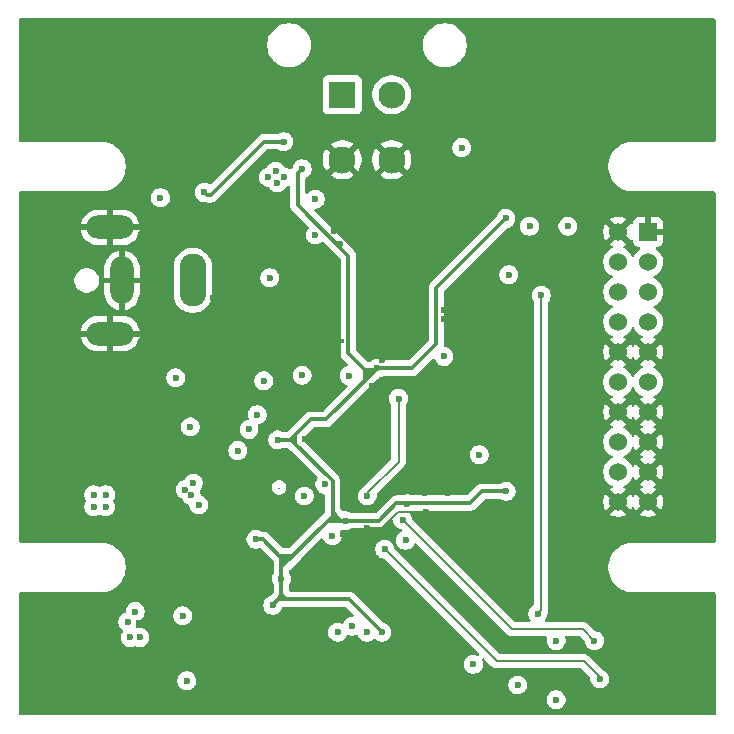
<source format=gbr>
%TF.GenerationSoftware,KiCad,Pcbnew,9.0.6*%
%TF.CreationDate,2026-02-27T09:42:09+00:00*%
%TF.ProjectId,Foinse,466f696e-7365-42e6-9b69-6361645f7063,rev?*%
%TF.SameCoordinates,Original*%
%TF.FileFunction,Copper,L4,Inr*%
%TF.FilePolarity,Positive*%
%FSLAX46Y46*%
G04 Gerber Fmt 4.6, Leading zero omitted, Abs format (unit mm)*
G04 Created by KiCad (PCBNEW 9.0.6) date 2026-02-27 09:42:09*
%MOMM*%
%LPD*%
G01*
G04 APERTURE LIST*
%TA.AperFunction,Conductor*%
%ADD10C,0.200000*%
%TD*%
%TA.AperFunction,ComponentPad*%
%ADD11R,2.300000X2.300000*%
%TD*%
%TA.AperFunction,ComponentPad*%
%ADD12C,2.300000*%
%TD*%
%TA.AperFunction,ComponentPad*%
%ADD13R,1.524000X1.524000*%
%TD*%
%TA.AperFunction,ComponentPad*%
%ADD14C,1.524000*%
%TD*%
%TA.AperFunction,ComponentPad*%
%ADD15O,2.250000X4.500000*%
%TD*%
%TA.AperFunction,ComponentPad*%
%ADD16O,2.000000X4.000000*%
%TD*%
%TA.AperFunction,ComponentPad*%
%ADD17O,4.000000X2.000000*%
%TD*%
%TA.AperFunction,ViaPad*%
%ADD18C,0.600000*%
%TD*%
%TA.AperFunction,ViaPad*%
%ADD19C,0.400000*%
%TD*%
%TA.AperFunction,Conductor*%
%ADD20C,0.300000*%
%TD*%
G04 APERTURE END LIST*
D10*
%TO.N,3.3V*%
X147000000Y-86750000D02*
X146500000Y-86250000D01*
X147000000Y-85750000D01*
X147000000Y-86750000D01*
%TA.AperFunction,Conductor*%
G36*
X147000000Y-86750000D02*
G01*
X146500000Y-86250000D01*
X147000000Y-85750000D01*
X147000000Y-86750000D01*
G37*
%TD.AperFunction*%
X150828586Y-93000000D02*
X150078586Y-93000000D01*
X150078586Y-92250000D01*
X150828586Y-93000000D01*
%TA.AperFunction,Conductor*%
G36*
X150828586Y-93000000D02*
G01*
X150078586Y-93000000D01*
X150078586Y-92250000D01*
X150828586Y-93000000D01*
G37*
%TD.AperFunction*%
X152750000Y-81250000D02*
X152750000Y-80250000D01*
X153750000Y-80250000D01*
X152750000Y-81250000D01*
%TA.AperFunction,Conductor*%
G36*
X152750000Y-81250000D02*
G01*
X152750000Y-80250000D01*
X153750000Y-80250000D01*
X152750000Y-81250000D01*
G37*
%TD.AperFunction*%
X145750000Y-97000000D02*
X145750000Y-96250000D01*
X145500000Y-96000000D01*
X146750000Y-96000000D01*
X145750000Y-97000000D01*
%TA.AperFunction,Conductor*%
G36*
X145750000Y-97000000D02*
G01*
X145750000Y-96250000D01*
X145500000Y-96000000D01*
X146750000Y-96000000D01*
X145750000Y-97000000D01*
G37*
%TD.AperFunction*%
X146000000Y-99500000D02*
X146250000Y-99750000D01*
X145372879Y-99794683D01*
X145750000Y-99250000D01*
X146000000Y-99500000D01*
%TA.AperFunction,Conductor*%
G36*
X146000000Y-99500000D02*
G01*
X146250000Y-99750000D01*
X145372879Y-99794683D01*
X145750000Y-99250000D01*
X146000000Y-99500000D01*
G37*
%TD.AperFunction*%
%TD*%
D11*
%TO.N,BAT*%
%TO.C,J15*%
X150890465Y-57023677D03*
D12*
X155090465Y-57023677D03*
%TO.N,GND*%
X150890465Y-62523677D03*
X155090465Y-62523677D03*
%TD*%
D13*
%TO.N,GND*%
%TO.C,J1*%
X176790000Y-68640000D03*
D14*
X174250000Y-68640000D03*
%TO.N,5VSERVO*%
X176790000Y-71180000D03*
X174250000Y-71180000D03*
X176790000Y-73720000D03*
X174250000Y-73720000D03*
X176790000Y-76260000D03*
X174250000Y-76260000D03*
%TO.N,GND*%
X176790000Y-78800000D03*
X174250000Y-78800000D03*
%TO.N,5VLOGIC*%
X176790000Y-81340000D03*
X174250000Y-81340000D03*
%TO.N,GND*%
X176790000Y-83880000D03*
X174250000Y-83880000D03*
X176790000Y-86420000D03*
%TO.N,CAN_o+*%
X174250000Y-86420000D03*
%TO.N,GND*%
X176790000Y-88960000D03*
%TO.N,CAN_o-*%
X174250000Y-88960000D03*
%TO.N,GND*%
X176790000Y-91500000D03*
X174250000Y-91500000D03*
%TD*%
D15*
%TO.N,Net-(Q2-D)*%
%TO.C,J3*%
X138250000Y-72750000D03*
D16*
%TO.N,GND*%
X132250000Y-72750000D03*
D17*
X131250000Y-77250000D03*
X131250000Y-68250000D03*
%TD*%
D18*
%TO.N,BAT*%
X139209768Y-65297244D03*
X145935100Y-61000000D03*
%TO.N,5VLOGIC*%
X138750000Y-91750000D03*
X132739007Y-101647071D03*
X144250000Y-81250000D03*
X135500000Y-65750000D03*
X133750000Y-102974614D03*
X132942280Y-102974614D03*
X137389008Y-101147071D03*
X137615435Y-90461643D03*
X138276861Y-89898295D03*
X165750000Y-107000000D03*
X138110709Y-90956917D03*
X162500000Y-87500000D03*
%TO.N,SWCLK*%
X147674089Y-91000000D03*
X150500000Y-102526904D03*
%TO.N,3.3V*%
X147500000Y-63300000D03*
X153866643Y-80175116D03*
X151174089Y-93099000D03*
X164750001Y-67500000D03*
X143586589Y-94662500D03*
X164771559Y-90603945D03*
X145750000Y-98000000D03*
X162000000Y-105250000D03*
X154250000Y-102526904D03*
X145424089Y-86250000D03*
X156400000Y-91650000D03*
X145000000Y-100250000D03*
%TO.N,Net-(U1-PB1)*%
X161000000Y-61500000D03*
X153000000Y-91000000D03*
X155657519Y-82750000D03*
%TO.N,SWDIO*%
X149424089Y-90000000D03*
X151750000Y-102026904D03*
%TO.N,NRST*%
X150049089Y-94375000D03*
X153000000Y-102526904D03*
%TO.N,Net-(U5-SW)*%
X138026861Y-85148295D03*
X142045696Y-87152694D03*
%TO.N,GND*%
X133047340Y-97153935D03*
X150209620Y-68540380D03*
X162414981Y-108097426D03*
X163250000Y-89000000D03*
X130797340Y-65569752D03*
X175356828Y-65500000D03*
X170250000Y-101250000D03*
X139250000Y-76983387D03*
X177000000Y-65500000D03*
X164616643Y-80000000D03*
X128985929Y-94545799D03*
X166404073Y-86600158D03*
X145206874Y-75789622D03*
X153000000Y-93750000D03*
X153375000Y-81707386D03*
X138739007Y-107647071D03*
X158250000Y-101250000D03*
X165623001Y-66745046D03*
X173200000Y-67100000D03*
X137250000Y-64000000D03*
X157750000Y-90000000D03*
D19*
X149886159Y-74605995D03*
D18*
X135739007Y-107647071D03*
X142014366Y-106567937D03*
X139250000Y-67250000D03*
D19*
X149230525Y-74593013D03*
D18*
X150816628Y-100843871D03*
X150000000Y-60800000D03*
X170625000Y-87707386D03*
X173718464Y-95285223D03*
X164005940Y-76007558D03*
X155000000Y-76515116D03*
X143162818Y-90937463D03*
X161755940Y-76007558D03*
X144450934Y-75047180D03*
X150323331Y-65590576D03*
X153060637Y-65393198D03*
X155000000Y-75765116D03*
X140250000Y-72500000D03*
X159505940Y-76007558D03*
X148924089Y-91250000D03*
X160000000Y-98250000D03*
X148674089Y-101000000D03*
X176912093Y-60623129D03*
X145014366Y-106567937D03*
X162505940Y-75257558D03*
X134007414Y-105836118D03*
X156250000Y-75772674D03*
X149212985Y-64682645D03*
X150000000Y-107526904D03*
D19*
X147493098Y-74863280D03*
D18*
X144450934Y-75797180D03*
X157750000Y-75022674D03*
D19*
X150846980Y-77915223D03*
D18*
X173640571Y-64732006D03*
X141027307Y-86014023D03*
X140460165Y-83111612D03*
X154244060Y-76522674D03*
X171250000Y-69250000D03*
X160150000Y-65500000D03*
X160750000Y-84000000D03*
X148750000Y-83500000D03*
X156255940Y-76515116D03*
X168498291Y-67390179D03*
X164000000Y-75265116D03*
X129298106Y-89300328D03*
X132406769Y-61421929D03*
X160261880Y-76000000D03*
X156895178Y-65409109D03*
X156000000Y-107500000D03*
X161000000Y-75265116D03*
X169500000Y-78250000D03*
D19*
X146750000Y-75015116D03*
X148680958Y-74571124D03*
D18*
X132328876Y-64868712D03*
D19*
X152400426Y-78629523D03*
D18*
X127867665Y-90496624D03*
D19*
X152848522Y-78629523D03*
D18*
X140277307Y-86014023D03*
X159000000Y-60500000D03*
X155000000Y-77265116D03*
X143750000Y-100500000D03*
X162511880Y-76000000D03*
X163255940Y-76007558D03*
X130690512Y-60653935D03*
X173000000Y-63000000D03*
X175356828Y-99500000D03*
X144750000Y-88750000D03*
X139931008Y-74272539D03*
X145206874Y-76539622D03*
X163250000Y-75265116D03*
X132328876Y-98868712D03*
X175250000Y-60584183D03*
X155000000Y-98500000D03*
X154244060Y-77272674D03*
X146014366Y-106567937D03*
X175250000Y-94584183D03*
X140250000Y-91750000D03*
X176912093Y-94623129D03*
X154250000Y-78015116D03*
X161750000Y-75265116D03*
X144621796Y-89782634D03*
X130898274Y-105900690D03*
X132823590Y-105728498D03*
X129047340Y-60653935D03*
X157125000Y-81707386D03*
X134750000Y-66750000D03*
X159500000Y-75265116D03*
X127867665Y-89746624D03*
X147750000Y-86164214D03*
X154500000Y-83750000D03*
X157750000Y-75772674D03*
X157750000Y-74272674D03*
X160255940Y-75257558D03*
X130750000Y-94653935D03*
X157755940Y-76515116D03*
X154339172Y-65402307D03*
X130797340Y-99569752D03*
X157979581Y-92375000D03*
X157005940Y-75765116D03*
X132406769Y-95421929D03*
X147622375Y-97206481D03*
D19*
X147224234Y-78790881D03*
D18*
X144339805Y-78250000D03*
X144500000Y-85500000D03*
X133500000Y-89500000D03*
X145950934Y-75797180D03*
X154237122Y-87750000D03*
X150988886Y-94250000D03*
X157924089Y-90750000D03*
X135250000Y-98750000D03*
X133047340Y-63153935D03*
X152924089Y-89500000D03*
X165500000Y-100500000D03*
X145950934Y-76547180D03*
X142500000Y-101250000D03*
X140466834Y-82294915D03*
X144528893Y-86878889D03*
X153500000Y-100250000D03*
X157005940Y-74265116D03*
X144750000Y-97250000D03*
X151661392Y-83876661D03*
D19*
X148469934Y-78781372D03*
D18*
X144450934Y-76547180D03*
X139700000Y-60800000D03*
X150742329Y-69696221D03*
X145950934Y-75047180D03*
X127000000Y-90500000D03*
X173000000Y-97000000D03*
X147000027Y-100870479D03*
X134239007Y-107647071D03*
X139527307Y-86014023D03*
X133500000Y-82500000D03*
X147924089Y-93500000D03*
X155005940Y-78007558D03*
X147251956Y-68050000D03*
X173718464Y-61285223D03*
X157005940Y-75015116D03*
X147250000Y-102750000D03*
X145250000Y-83750000D03*
X133705405Y-101733625D03*
X127000000Y-89750000D03*
X141250000Y-91000000D03*
X161005940Y-76007558D03*
X141277307Y-88152694D03*
X145206874Y-75039622D03*
D19*
X150337752Y-77920419D03*
D18*
X144000000Y-79750000D03*
X138000000Y-78000000D03*
X152174089Y-91750000D03*
X149875000Y-81707386D03*
X142650000Y-80893939D03*
X156250000Y-74272674D03*
X155500000Y-102776904D03*
X156250000Y-75022674D03*
X157000000Y-105000000D03*
D19*
X147851838Y-78781372D03*
D18*
X137239007Y-107647071D03*
X173640571Y-98732006D03*
X154261671Y-79479446D03*
X155616643Y-65400000D03*
X143014366Y-106567937D03*
X139589627Y-90111405D03*
X136750000Y-79250000D03*
X139931008Y-75736083D03*
X163000000Y-66000000D03*
X129135247Y-65530806D03*
X133500000Y-84000000D03*
X177000000Y-99500000D03*
X129135247Y-99530806D03*
X157011880Y-76507558D03*
X154244060Y-75772674D03*
X159875000Y-90707386D03*
%TO.N,Fault1*%
X143000967Y-85361612D03*
X156000000Y-93000000D03*
X148604930Y-68902403D03*
X172250000Y-103250000D03*
%TO.N,Fault2*%
X159500000Y-79183109D03*
X170000001Y-68150000D03*
X169000000Y-103250000D03*
%TO.N,Sense1*%
X172710932Y-106487995D03*
X154500000Y-95500000D03*
X148616643Y-65866643D03*
%TO.N,Sense2*%
X156250000Y-94750000D03*
X166750001Y-68150000D03*
X169000000Y-108250000D03*
%TO.N,5VSERVO_S*%
X167457491Y-100957491D03*
X151466643Y-80799265D03*
X167750000Y-74000000D03*
X165000000Y-72265116D03*
%TO.N,pwr*%
X144750000Y-72515116D03*
X143710165Y-84111612D03*
X136789499Y-80998468D03*
X147500000Y-80765116D03*
%TO.N,pwr_s*%
X129850526Y-91897789D03*
X130850526Y-91897789D03*
X129850526Y-90897789D03*
X145383357Y-64500000D03*
X144633357Y-64000000D03*
X145250000Y-63500000D03*
X146000000Y-64000000D03*
X130850526Y-90897789D03*
%TO.N,Net-(U2-VCC)*%
X133375639Y-100783702D03*
X137739007Y-106647071D03*
%TD*%
D20*
%TO.N,BAT*%
X139750000Y-65502429D02*
X144252429Y-61000000D01*
X139209768Y-65297244D02*
X139410557Y-65498033D01*
X144252429Y-61000000D02*
X145935100Y-61000000D01*
X139502429Y-65502429D02*
X139750000Y-65502429D01*
X139410557Y-65498033D02*
X139498033Y-65498033D01*
X139498033Y-65498033D02*
X139502429Y-65502429D01*
D10*
%TO.N,5VLOGIC*%
X145559061Y-90285029D02*
X145535029Y-90285029D01*
D20*
%TO.N,3.3V*%
X145750000Y-99000000D02*
X145750000Y-97000000D01*
X145750000Y-97000000D02*
X149651000Y-93099000D01*
X153866644Y-80175116D02*
X156824884Y-80175116D01*
X145500000Y-99750000D02*
X151473096Y-99750000D01*
X156349000Y-91599000D02*
X156400000Y-91650000D01*
X145750000Y-96250000D02*
X144162500Y-94662500D01*
X148253435Y-84500000D02*
X149541760Y-84500000D01*
X162725401Y-90603945D02*
X164771559Y-90603945D01*
X144908015Y-100158015D02*
X145000000Y-100250000D01*
X151473096Y-99750000D02*
X154250000Y-102526904D01*
X153980346Y-93099000D02*
X155480346Y-91599000D01*
X153395880Y-80645880D02*
X153866644Y-80175116D01*
X147116643Y-66366643D02*
X147116643Y-63683357D01*
X153866643Y-80175116D02*
X153395880Y-80645880D01*
X145750000Y-99500000D02*
X145750000Y-99000000D01*
X146594743Y-86158692D02*
X148253435Y-84500000D01*
X145000000Y-100250000D02*
X145750000Y-99500000D01*
X144162500Y-94662500D02*
X143586589Y-94662500D01*
X161730346Y-91599000D02*
X162725401Y-90603945D01*
X151397980Y-70647980D02*
X147116643Y-66366643D01*
X145750000Y-97000000D02*
X145750000Y-96250000D01*
X149541760Y-84500000D02*
X153395880Y-80645880D01*
X158849000Y-78151000D02*
X158849000Y-73401001D01*
X151397980Y-78897980D02*
X151397980Y-70647980D01*
X150075089Y-92674911D02*
X150075089Y-89730346D01*
X156824884Y-80175116D02*
X158849000Y-78151000D01*
X145750000Y-99000000D02*
X145750000Y-98000000D01*
X153145880Y-80645880D02*
X151397980Y-78897980D01*
X158849000Y-73401001D02*
X164750001Y-67500000D01*
X147116643Y-63683357D02*
X147500000Y-63300000D01*
X146594743Y-86250000D02*
X146594743Y-86158692D01*
X155480346Y-91599000D02*
X155750000Y-91599000D01*
X149651000Y-93099000D02*
X153980346Y-93099000D01*
X145000000Y-100250000D02*
X145500000Y-99750000D01*
X150075089Y-89730346D02*
X146594743Y-86250000D01*
X155750000Y-91599000D02*
X161730346Y-91599000D01*
X155750000Y-91599000D02*
X156349000Y-91599000D01*
X153395880Y-80645880D02*
X153145880Y-80645880D01*
X149651000Y-93099000D02*
X150075089Y-92674911D01*
X146594743Y-86250000D02*
X145424089Y-86250000D01*
D10*
%TO.N,Net-(U1-PB1)*%
X153000000Y-90750000D02*
X153000000Y-91000000D01*
X155657519Y-88092481D02*
X153000000Y-90750000D01*
X155657519Y-82750000D02*
X155657519Y-88092481D01*
%TO.N,GND*%
X155625000Y-92375000D02*
X154250000Y-93750000D01*
X154250000Y-93750000D02*
X153000000Y-93750000D01*
X157979581Y-92375000D02*
X155625000Y-92375000D01*
%TO.N,Fault1*%
X156000000Y-93000000D02*
X165250000Y-102250000D01*
X165250000Y-102250000D02*
X171250000Y-102250000D01*
X171250000Y-102250000D02*
X172250000Y-103250000D01*
%TO.N,Sense1*%
X172594808Y-106219808D02*
X171375000Y-105000000D01*
X172710932Y-106487995D02*
X172594808Y-106371871D01*
X164000000Y-105000000D02*
X154500000Y-95500000D01*
X172594808Y-106371871D02*
X172594808Y-106219808D01*
X171375000Y-105000000D02*
X164000000Y-105000000D01*
%TO.N,5VSERVO_S*%
X167750000Y-74000000D02*
X167750000Y-100664981D01*
X167750000Y-100664981D02*
X167457491Y-100957491D01*
%TD*%
%TA.AperFunction,Conductor*%
%TO.N,GND*%
G36*
X176316619Y-89156081D02*
G01*
X176383498Y-89271920D01*
X176478080Y-89366502D01*
X176593919Y-89433381D01*
X176654057Y-89449494D01*
X176091283Y-90012268D01*
X176091283Y-90012269D01*
X176128567Y-90039358D01*
X176285882Y-90119515D01*
X176336678Y-90167490D01*
X176353473Y-90235311D01*
X176330935Y-90301446D01*
X176285882Y-90340485D01*
X176128564Y-90420643D01*
X176091283Y-90447729D01*
X176091282Y-90447730D01*
X176654058Y-91010504D01*
X176593919Y-91026619D01*
X176478080Y-91093498D01*
X176383498Y-91188080D01*
X176316619Y-91303919D01*
X176300504Y-91364057D01*
X175737730Y-90801282D01*
X175737729Y-90801283D01*
X175710643Y-90838564D01*
X175630485Y-90995882D01*
X175582510Y-91046678D01*
X175514689Y-91063473D01*
X175448554Y-91040935D01*
X175409515Y-90995882D01*
X175329358Y-90838567D01*
X175302268Y-90801283D01*
X174739494Y-91364057D01*
X174723381Y-91303919D01*
X174656502Y-91188080D01*
X174561920Y-91093498D01*
X174446081Y-91026619D01*
X174385942Y-91010504D01*
X174948716Y-90447731D01*
X174948715Y-90447730D01*
X174911432Y-90420641D01*
X174754668Y-90340765D01*
X174703872Y-90292790D01*
X174687077Y-90224969D01*
X174709615Y-90158834D01*
X174754667Y-90119796D01*
X174911694Y-90039787D01*
X175072464Y-89922981D01*
X175212981Y-89782464D01*
X175329787Y-89621694D01*
X175409796Y-89464667D01*
X175457769Y-89413872D01*
X175525590Y-89397077D01*
X175591725Y-89419614D01*
X175630765Y-89464668D01*
X175710641Y-89621432D01*
X175737730Y-89658715D01*
X176300504Y-89095941D01*
X176316619Y-89156081D01*
G37*
%TD.AperFunction*%
%TA.AperFunction,Conductor*%
G36*
X176316619Y-86616081D02*
G01*
X176383498Y-86731920D01*
X176478080Y-86826502D01*
X176593919Y-86893381D01*
X176654057Y-86909494D01*
X176091283Y-87472268D01*
X176091283Y-87472269D01*
X176128567Y-87499358D01*
X176285882Y-87579515D01*
X176336678Y-87627490D01*
X176353473Y-87695311D01*
X176330935Y-87761446D01*
X176285882Y-87800485D01*
X176128564Y-87880643D01*
X176091283Y-87907729D01*
X176091282Y-87907730D01*
X176654058Y-88470504D01*
X176593919Y-88486619D01*
X176478080Y-88553498D01*
X176383498Y-88648080D01*
X176316619Y-88763919D01*
X176300504Y-88824057D01*
X175737730Y-88261282D01*
X175737729Y-88261283D01*
X175710641Y-88298566D01*
X175630764Y-88455332D01*
X175582790Y-88506127D01*
X175514969Y-88522922D01*
X175448834Y-88500384D01*
X175409796Y-88455332D01*
X175329787Y-88298306D01*
X175212981Y-88137536D01*
X175072464Y-87997019D01*
X174911694Y-87880213D01*
X174755218Y-87800484D01*
X174704423Y-87752510D01*
X174687628Y-87684689D01*
X174710165Y-87618554D01*
X174755218Y-87579515D01*
X174911694Y-87499787D01*
X175072464Y-87382981D01*
X175212981Y-87242464D01*
X175329787Y-87081694D01*
X175409796Y-86924667D01*
X175457769Y-86873872D01*
X175525590Y-86857077D01*
X175591725Y-86879614D01*
X175630765Y-86924668D01*
X175710641Y-87081432D01*
X175737730Y-87118715D01*
X176300504Y-86555941D01*
X176316619Y-86616081D01*
G37*
%TD.AperFunction*%
%TA.AperFunction,Conductor*%
G36*
X176316619Y-84076081D02*
G01*
X176383498Y-84191920D01*
X176478080Y-84286502D01*
X176593919Y-84353381D01*
X176654057Y-84369494D01*
X176091283Y-84932268D01*
X176091283Y-84932269D01*
X176128567Y-84959358D01*
X176285882Y-85039515D01*
X176336678Y-85087490D01*
X176353473Y-85155311D01*
X176330935Y-85221446D01*
X176285882Y-85260485D01*
X176128564Y-85340643D01*
X176091283Y-85367729D01*
X176091282Y-85367730D01*
X176654058Y-85930504D01*
X176593919Y-85946619D01*
X176478080Y-86013498D01*
X176383498Y-86108080D01*
X176316619Y-86223919D01*
X176300504Y-86284057D01*
X175737730Y-85721282D01*
X175737729Y-85721283D01*
X175710641Y-85758566D01*
X175630764Y-85915332D01*
X175582790Y-85966127D01*
X175514969Y-85982922D01*
X175448834Y-85960384D01*
X175409796Y-85915332D01*
X175329787Y-85758306D01*
X175212981Y-85597536D01*
X175072464Y-85457019D01*
X174911694Y-85340213D01*
X174754667Y-85260203D01*
X174703872Y-85212229D01*
X174687077Y-85144408D01*
X174709614Y-85078273D01*
X174754669Y-85039234D01*
X174911422Y-84959364D01*
X174948716Y-84932268D01*
X174385942Y-84369494D01*
X174446081Y-84353381D01*
X174561920Y-84286502D01*
X174656502Y-84191920D01*
X174723381Y-84076081D01*
X174739495Y-84015942D01*
X175302268Y-84578715D01*
X175329362Y-84541425D01*
X175409515Y-84384117D01*
X175457489Y-84333321D01*
X175525310Y-84316526D01*
X175591445Y-84339063D01*
X175630485Y-84384117D01*
X175710641Y-84541432D01*
X175737730Y-84578715D01*
X176300504Y-84015941D01*
X176316619Y-84076081D01*
G37*
%TD.AperFunction*%
%TA.AperFunction,Conductor*%
G36*
X175591446Y-81800165D02*
G01*
X175630484Y-81845218D01*
X175710213Y-82001694D01*
X175827019Y-82162464D01*
X175967536Y-82302981D01*
X176128306Y-82419787D01*
X176285332Y-82499796D01*
X176336127Y-82547769D01*
X176352922Y-82615590D01*
X176330385Y-82681725D01*
X176285332Y-82720764D01*
X176128566Y-82800641D01*
X176091283Y-82827729D01*
X176091282Y-82827730D01*
X176654058Y-83390504D01*
X176593919Y-83406619D01*
X176478080Y-83473498D01*
X176383498Y-83568080D01*
X176316619Y-83683919D01*
X176300504Y-83744057D01*
X175737730Y-83181282D01*
X175737729Y-83181283D01*
X175710643Y-83218564D01*
X175630485Y-83375882D01*
X175582510Y-83426678D01*
X175514689Y-83443473D01*
X175448554Y-83420935D01*
X175409515Y-83375882D01*
X175329358Y-83218567D01*
X175302268Y-83181283D01*
X174739494Y-83744057D01*
X174723381Y-83683919D01*
X174656502Y-83568080D01*
X174561920Y-83473498D01*
X174446081Y-83406619D01*
X174385942Y-83390504D01*
X174948716Y-82827731D01*
X174948715Y-82827730D01*
X174911432Y-82800641D01*
X174754668Y-82720765D01*
X174703872Y-82672790D01*
X174687077Y-82604969D01*
X174709615Y-82538834D01*
X174754667Y-82499796D01*
X174911694Y-82419787D01*
X175072464Y-82302981D01*
X175212981Y-82162464D01*
X175329787Y-82001694D01*
X175409515Y-81845218D01*
X175457490Y-81794423D01*
X175525311Y-81777628D01*
X175591446Y-81800165D01*
G37*
%TD.AperFunction*%
%TA.AperFunction,Conductor*%
G36*
X176316619Y-78996081D02*
G01*
X176383498Y-79111920D01*
X176478080Y-79206502D01*
X176593919Y-79273381D01*
X176654057Y-79289494D01*
X176091283Y-79852268D01*
X176091283Y-79852269D01*
X176128567Y-79879358D01*
X176285331Y-79959234D01*
X176336127Y-80007209D01*
X176352922Y-80075030D01*
X176330384Y-80141165D01*
X176285331Y-80180204D01*
X176128305Y-80260213D01*
X175967533Y-80377021D01*
X175827021Y-80517533D01*
X175710213Y-80678305D01*
X175630485Y-80834780D01*
X175582510Y-80885576D01*
X175514689Y-80902371D01*
X175448554Y-80879833D01*
X175409515Y-80834780D01*
X175373943Y-80764966D01*
X175329787Y-80678306D01*
X175212981Y-80517536D01*
X175072464Y-80377019D01*
X174911694Y-80260213D01*
X174754667Y-80180203D01*
X174703872Y-80132229D01*
X174687077Y-80064408D01*
X174709614Y-79998273D01*
X174754669Y-79959234D01*
X174911422Y-79879364D01*
X174948716Y-79852268D01*
X174385942Y-79289494D01*
X174446081Y-79273381D01*
X174561920Y-79206502D01*
X174656502Y-79111920D01*
X174723381Y-78996081D01*
X174739495Y-78935942D01*
X175302268Y-79498715D01*
X175329362Y-79461425D01*
X175409515Y-79304117D01*
X175457489Y-79253321D01*
X175525310Y-79236526D01*
X175591445Y-79259063D01*
X175630485Y-79304117D01*
X175710641Y-79461432D01*
X175737730Y-79498715D01*
X176300504Y-78935941D01*
X176316619Y-78996081D01*
G37*
%TD.AperFunction*%
%TA.AperFunction,Conductor*%
G36*
X175591446Y-76720165D02*
G01*
X175630484Y-76765218D01*
X175710213Y-76921694D01*
X175827019Y-77082464D01*
X175967536Y-77222981D01*
X176128306Y-77339787D01*
X176285332Y-77419796D01*
X176336127Y-77467769D01*
X176352922Y-77535590D01*
X176330385Y-77601725D01*
X176285332Y-77640764D01*
X176128566Y-77720641D01*
X176091283Y-77747729D01*
X176091282Y-77747730D01*
X176654058Y-78310504D01*
X176593919Y-78326619D01*
X176478080Y-78393498D01*
X176383498Y-78488080D01*
X176316619Y-78603919D01*
X176300504Y-78664057D01*
X175737730Y-78101282D01*
X175737729Y-78101283D01*
X175710643Y-78138564D01*
X175630485Y-78295882D01*
X175582510Y-78346678D01*
X175514689Y-78363473D01*
X175448554Y-78340935D01*
X175409515Y-78295882D01*
X175329358Y-78138567D01*
X175302268Y-78101283D01*
X174739494Y-78664057D01*
X174723381Y-78603919D01*
X174656502Y-78488080D01*
X174561920Y-78393498D01*
X174446081Y-78326619D01*
X174385942Y-78310504D01*
X174948716Y-77747731D01*
X174948715Y-77747730D01*
X174911432Y-77720641D01*
X174754668Y-77640765D01*
X174703872Y-77592790D01*
X174687077Y-77524969D01*
X174709615Y-77458834D01*
X174754667Y-77419796D01*
X174911694Y-77339787D01*
X175072464Y-77222981D01*
X175212981Y-77082464D01*
X175329787Y-76921694D01*
X175409515Y-76765218D01*
X175457490Y-76714423D01*
X175525311Y-76697628D01*
X175591446Y-76720165D01*
G37*
%TD.AperFunction*%
%TA.AperFunction,Conductor*%
G36*
X175302268Y-69338715D02*
G01*
X175303683Y-69336769D01*
X175359013Y-69294104D01*
X175428627Y-69288126D01*
X175490421Y-69320733D01*
X175524778Y-69381572D01*
X175528000Y-69409656D01*
X175528000Y-69449844D01*
X175534401Y-69509372D01*
X175534403Y-69509379D01*
X175584645Y-69644086D01*
X175584649Y-69644093D01*
X175670809Y-69759187D01*
X175670812Y-69759190D01*
X175785906Y-69845350D01*
X175785913Y-69845354D01*
X175920620Y-69895596D01*
X175920627Y-69895598D01*
X175980155Y-69901999D01*
X175980172Y-69902000D01*
X176019490Y-69902000D01*
X176086529Y-69921685D01*
X176132284Y-69974489D01*
X176142228Y-70043647D01*
X176113203Y-70107203D01*
X176092375Y-70126318D01*
X175967539Y-70217016D01*
X175967533Y-70217021D01*
X175827021Y-70357533D01*
X175710213Y-70518305D01*
X175630485Y-70674780D01*
X175582510Y-70725576D01*
X175514689Y-70742371D01*
X175448554Y-70719833D01*
X175409515Y-70674780D01*
X175374401Y-70605866D01*
X175329787Y-70518306D01*
X175212981Y-70357536D01*
X175072464Y-70217019D01*
X174911694Y-70100213D01*
X174754667Y-70020203D01*
X174703872Y-69972229D01*
X174687077Y-69904408D01*
X174709614Y-69838273D01*
X174754669Y-69799234D01*
X174911422Y-69719364D01*
X174948716Y-69692268D01*
X174385942Y-69129494D01*
X174446081Y-69113381D01*
X174561920Y-69046502D01*
X174656502Y-68951920D01*
X174723381Y-68836081D01*
X174739495Y-68775942D01*
X175302268Y-69338715D01*
G37*
%TD.AperFunction*%
%TA.AperFunction,Conductor*%
G36*
X182440218Y-50590185D02*
G01*
X182485973Y-50642989D01*
X182497179Y-50694500D01*
X182497179Y-60874937D01*
X182477494Y-60941976D01*
X182424690Y-60987731D01*
X182373179Y-60998937D01*
X175571436Y-60998937D01*
X175571184Y-60998863D01*
X175520000Y-60998863D01*
X175382324Y-60998863D01*
X175382318Y-60998863D01*
X175382314Y-60998864D01*
X175109336Y-61034802D01*
X175109329Y-61034803D01*
X175109326Y-61034804D01*
X174843356Y-61106070D01*
X174843346Y-61106073D01*
X174588966Y-61211441D01*
X174588955Y-61211446D01*
X174350507Y-61349115D01*
X174350491Y-61349126D01*
X174132049Y-61516742D01*
X174132042Y-61516748D01*
X173937348Y-61711442D01*
X173937342Y-61711449D01*
X173769726Y-61929891D01*
X173769715Y-61929907D01*
X173632046Y-62168355D01*
X173632041Y-62168366D01*
X173526673Y-62422746D01*
X173526670Y-62422756D01*
X173458222Y-62678211D01*
X173455405Y-62688723D01*
X173455402Y-62688736D01*
X173419464Y-62961714D01*
X173419463Y-62961730D01*
X173419463Y-63237069D01*
X173419464Y-63237085D01*
X173455402Y-63510063D01*
X173455403Y-63510068D01*
X173455404Y-63510074D01*
X173526670Y-63776043D01*
X173526673Y-63776053D01*
X173632041Y-64030433D01*
X173632046Y-64030444D01*
X173769715Y-64268892D01*
X173769726Y-64268908D01*
X173937342Y-64487350D01*
X173937348Y-64487357D01*
X174132042Y-64682051D01*
X174132049Y-64682057D01*
X174281842Y-64796997D01*
X174350500Y-64849680D01*
X174354532Y-64852008D01*
X174588955Y-64987353D01*
X174588960Y-64987355D01*
X174588963Y-64987357D01*
X174843356Y-65092730D01*
X175109326Y-65163996D01*
X175382324Y-65199937D01*
X175454108Y-65199937D01*
X182373179Y-65199937D01*
X182440218Y-65219622D01*
X182485973Y-65272426D01*
X182497179Y-65323937D01*
X182497179Y-94816063D01*
X182477494Y-94883102D01*
X182424690Y-94928857D01*
X182373179Y-94940063D01*
X175446543Y-94940063D01*
X175445414Y-94940137D01*
X175382327Y-94940137D01*
X175109351Y-94976074D01*
X175109344Y-94976075D01*
X175109341Y-94976076D01*
X175053134Y-94991136D01*
X174843381Y-95047339D01*
X174589002Y-95152706D01*
X174588992Y-95152711D01*
X174350540Y-95290380D01*
X174132096Y-95458000D01*
X173937400Y-95652696D01*
X173769780Y-95871140D01*
X173632111Y-96109592D01*
X173632106Y-96109602D01*
X173526739Y-96363981D01*
X173455477Y-96629938D01*
X173455474Y-96629951D01*
X173419537Y-96902927D01*
X173419537Y-97178272D01*
X173455474Y-97451248D01*
X173455475Y-97451253D01*
X173455476Y-97451259D01*
X173480837Y-97545907D01*
X173526739Y-97717218D01*
X173632106Y-97971597D01*
X173632111Y-97971607D01*
X173769780Y-98210059D01*
X173937400Y-98428503D01*
X173937408Y-98428512D01*
X174132088Y-98623192D01*
X174132096Y-98623199D01*
X174350540Y-98790819D01*
X174588992Y-98928488D01*
X174589002Y-98928493D01*
X174702487Y-98975500D01*
X174843380Y-99033860D01*
X175109341Y-99105124D01*
X175266674Y-99125837D01*
X175382327Y-99141063D01*
X175382328Y-99141063D01*
X175454108Y-99141063D01*
X182373179Y-99141063D01*
X182440218Y-99160748D01*
X182485973Y-99213552D01*
X182497179Y-99265063D01*
X182497179Y-109445500D01*
X182477494Y-109512539D01*
X182424690Y-109558294D01*
X182373179Y-109569500D01*
X123622179Y-109569500D01*
X123555140Y-109549815D01*
X123509385Y-109497011D01*
X123498179Y-109445500D01*
X123498179Y-108171153D01*
X168199500Y-108171153D01*
X168199500Y-108328846D01*
X168230261Y-108483489D01*
X168230264Y-108483501D01*
X168290602Y-108629172D01*
X168290609Y-108629185D01*
X168378210Y-108760288D01*
X168378213Y-108760292D01*
X168489707Y-108871786D01*
X168489711Y-108871789D01*
X168620814Y-108959390D01*
X168620827Y-108959397D01*
X168766498Y-109019735D01*
X168766503Y-109019737D01*
X168921153Y-109050499D01*
X168921156Y-109050500D01*
X168921158Y-109050500D01*
X169078844Y-109050500D01*
X169078845Y-109050499D01*
X169233497Y-109019737D01*
X169379179Y-108959394D01*
X169510289Y-108871789D01*
X169621789Y-108760289D01*
X169709394Y-108629179D01*
X169769737Y-108483497D01*
X169800500Y-108328842D01*
X169800500Y-108171158D01*
X169800500Y-108171155D01*
X169800499Y-108171153D01*
X169769738Y-108016510D01*
X169769737Y-108016503D01*
X169769735Y-108016498D01*
X169709397Y-107870827D01*
X169709390Y-107870814D01*
X169621789Y-107739711D01*
X169621786Y-107739707D01*
X169510292Y-107628213D01*
X169510288Y-107628210D01*
X169379185Y-107540609D01*
X169379172Y-107540602D01*
X169233501Y-107480264D01*
X169233489Y-107480261D01*
X169078845Y-107449500D01*
X169078842Y-107449500D01*
X168921158Y-107449500D01*
X168921155Y-107449500D01*
X168766510Y-107480261D01*
X168766498Y-107480264D01*
X168620827Y-107540602D01*
X168620814Y-107540609D01*
X168489711Y-107628210D01*
X168489707Y-107628213D01*
X168378213Y-107739707D01*
X168378210Y-107739711D01*
X168290609Y-107870814D01*
X168290602Y-107870827D01*
X168230264Y-108016498D01*
X168230261Y-108016510D01*
X168199500Y-108171153D01*
X123498179Y-108171153D01*
X123498179Y-106568224D01*
X136938507Y-106568224D01*
X136938507Y-106725917D01*
X136969268Y-106880560D01*
X136969271Y-106880572D01*
X137029609Y-107026243D01*
X137029616Y-107026256D01*
X137117217Y-107157359D01*
X137117220Y-107157363D01*
X137228714Y-107268857D01*
X137228718Y-107268860D01*
X137359821Y-107356461D01*
X137359834Y-107356468D01*
X137414679Y-107379185D01*
X137505510Y-107416808D01*
X137660160Y-107447570D01*
X137660163Y-107447571D01*
X137660165Y-107447571D01*
X137817851Y-107447571D01*
X137817852Y-107447570D01*
X137972504Y-107416808D01*
X138118186Y-107356465D01*
X138249296Y-107268860D01*
X138360796Y-107157360D01*
X138448401Y-107026250D01*
X138491933Y-106921153D01*
X164949500Y-106921153D01*
X164949500Y-107078846D01*
X164980261Y-107233489D01*
X164980264Y-107233501D01*
X165040602Y-107379172D01*
X165040609Y-107379185D01*
X165128210Y-107510288D01*
X165128213Y-107510292D01*
X165239707Y-107621786D01*
X165239711Y-107621789D01*
X165370814Y-107709390D01*
X165370827Y-107709397D01*
X165444013Y-107739711D01*
X165516503Y-107769737D01*
X165671153Y-107800499D01*
X165671156Y-107800500D01*
X165671158Y-107800500D01*
X165828844Y-107800500D01*
X165828845Y-107800499D01*
X165983497Y-107769737D01*
X166129179Y-107709394D01*
X166260289Y-107621789D01*
X166371789Y-107510289D01*
X166459394Y-107379179D01*
X166519737Y-107233497D01*
X166550500Y-107078842D01*
X166550500Y-106921158D01*
X166550500Y-106921155D01*
X166550499Y-106921153D01*
X166542425Y-106880562D01*
X166519737Y-106766503D01*
X166501090Y-106721484D01*
X166459397Y-106620827D01*
X166459390Y-106620814D01*
X166371789Y-106489711D01*
X166371786Y-106489707D01*
X166260292Y-106378213D01*
X166260288Y-106378210D01*
X166129185Y-106290609D01*
X166129172Y-106290602D01*
X165983501Y-106230264D01*
X165983489Y-106230261D01*
X165828845Y-106199500D01*
X165828842Y-106199500D01*
X165671158Y-106199500D01*
X165671155Y-106199500D01*
X165516510Y-106230261D01*
X165516498Y-106230264D01*
X165370827Y-106290602D01*
X165370814Y-106290609D01*
X165239711Y-106378210D01*
X165239707Y-106378213D01*
X165128213Y-106489707D01*
X165128210Y-106489711D01*
X165040609Y-106620814D01*
X165040602Y-106620827D01*
X164980264Y-106766498D01*
X164980261Y-106766510D01*
X164949500Y-106921153D01*
X138491933Y-106921153D01*
X138508744Y-106880568D01*
X138539507Y-106725913D01*
X138539507Y-106568229D01*
X138539507Y-106568226D01*
X138539506Y-106568224D01*
X138539230Y-106566837D01*
X138508744Y-106413574D01*
X138457811Y-106290609D01*
X138448404Y-106267898D01*
X138448397Y-106267885D01*
X138360796Y-106136782D01*
X138360793Y-106136778D01*
X138249299Y-106025284D01*
X138249295Y-106025281D01*
X138118192Y-105937680D01*
X138118179Y-105937673D01*
X137972508Y-105877335D01*
X137972496Y-105877332D01*
X137817852Y-105846571D01*
X137817849Y-105846571D01*
X137660165Y-105846571D01*
X137660162Y-105846571D01*
X137505517Y-105877332D01*
X137505505Y-105877335D01*
X137359834Y-105937673D01*
X137359821Y-105937680D01*
X137228718Y-106025281D01*
X137228714Y-106025284D01*
X137117220Y-106136778D01*
X137117217Y-106136782D01*
X137029616Y-106267885D01*
X137029609Y-106267898D01*
X136969271Y-106413569D01*
X136969268Y-106413581D01*
X136938507Y-106568224D01*
X123498179Y-106568224D01*
X123498179Y-101568224D01*
X131938507Y-101568224D01*
X131938507Y-101725917D01*
X131969268Y-101880560D01*
X131969271Y-101880572D01*
X132029609Y-102026243D01*
X132029616Y-102026256D01*
X132117217Y-102157359D01*
X132117220Y-102157363D01*
X132228715Y-102268858D01*
X132228718Y-102268860D01*
X132279355Y-102302695D01*
X132324159Y-102356305D01*
X132332868Y-102425630D01*
X132313566Y-102474686D01*
X132232892Y-102595423D01*
X132232882Y-102595441D01*
X132172544Y-102741112D01*
X132172541Y-102741124D01*
X132141780Y-102895767D01*
X132141780Y-103053460D01*
X132172541Y-103208103D01*
X132172544Y-103208115D01*
X132232882Y-103353786D01*
X132232889Y-103353799D01*
X132320490Y-103484902D01*
X132320493Y-103484906D01*
X132431987Y-103596400D01*
X132431991Y-103596403D01*
X132563094Y-103684004D01*
X132563107Y-103684011D01*
X132708778Y-103744349D01*
X132708783Y-103744351D01*
X132863433Y-103775113D01*
X132863436Y-103775114D01*
X132863438Y-103775114D01*
X133021124Y-103775114D01*
X133021125Y-103775113D01*
X133175777Y-103744351D01*
X133298688Y-103693439D01*
X133368157Y-103685971D01*
X133393589Y-103693439D01*
X133516503Y-103744351D01*
X133671153Y-103775113D01*
X133671156Y-103775114D01*
X133671158Y-103775114D01*
X133828844Y-103775114D01*
X133828845Y-103775113D01*
X133983497Y-103744351D01*
X134129179Y-103684008D01*
X134260289Y-103596403D01*
X134371789Y-103484903D01*
X134459394Y-103353793D01*
X134519737Y-103208111D01*
X134550500Y-103053456D01*
X134550500Y-102895772D01*
X134550500Y-102895769D01*
X134550499Y-102895767D01*
X134545537Y-102870821D01*
X134519737Y-102741117D01*
X134515348Y-102730520D01*
X134459397Y-102595441D01*
X134459390Y-102595428D01*
X134371789Y-102464325D01*
X134371786Y-102464321D01*
X134260292Y-102352827D01*
X134260288Y-102352824D01*
X134129185Y-102265223D01*
X134129172Y-102265216D01*
X133983501Y-102204878D01*
X133983489Y-102204875D01*
X133828845Y-102174114D01*
X133828842Y-102174114D01*
X133671158Y-102174114D01*
X133671153Y-102174114D01*
X133589183Y-102190419D01*
X133519591Y-102184192D01*
X133464414Y-102141329D01*
X133441170Y-102075439D01*
X133450431Y-102021350D01*
X133480991Y-101947570D01*
X133508744Y-101880568D01*
X133539507Y-101725913D01*
X133539507Y-101665133D01*
X133559192Y-101598094D01*
X133611996Y-101552339D01*
X133615977Y-101550605D01*
X133754818Y-101493096D01*
X133885928Y-101405491D01*
X133997428Y-101293991D01*
X134085033Y-101162881D01*
X134092134Y-101145738D01*
X134124241Y-101068224D01*
X136588508Y-101068224D01*
X136588508Y-101225917D01*
X136619269Y-101380560D01*
X136619272Y-101380572D01*
X136679610Y-101526243D01*
X136679617Y-101526256D01*
X136767218Y-101657359D01*
X136767221Y-101657363D01*
X136878715Y-101768857D01*
X136878719Y-101768860D01*
X137009822Y-101856461D01*
X137009835Y-101856468D01*
X137127279Y-101905114D01*
X137155511Y-101916808D01*
X137310161Y-101947570D01*
X137310164Y-101947571D01*
X137310166Y-101947571D01*
X137467852Y-101947571D01*
X137467853Y-101947570D01*
X137622505Y-101916808D01*
X137768187Y-101856465D01*
X137899297Y-101768860D01*
X138010797Y-101657360D01*
X138098402Y-101526250D01*
X138158745Y-101380568D01*
X138189508Y-101225913D01*
X138189508Y-101068229D01*
X138189508Y-101068226D01*
X138189507Y-101068224D01*
X138158746Y-100913581D01*
X138158745Y-100913574D01*
X138139643Y-100867457D01*
X138098405Y-100767898D01*
X138098398Y-100767885D01*
X138010797Y-100636782D01*
X138010794Y-100636778D01*
X137899300Y-100525284D01*
X137899296Y-100525281D01*
X137768193Y-100437680D01*
X137768180Y-100437673D01*
X137622509Y-100377335D01*
X137622497Y-100377332D01*
X137467853Y-100346571D01*
X137467850Y-100346571D01*
X137310166Y-100346571D01*
X137310163Y-100346571D01*
X137155518Y-100377332D01*
X137155506Y-100377335D01*
X137009835Y-100437673D01*
X137009822Y-100437680D01*
X136878719Y-100525281D01*
X136878715Y-100525284D01*
X136767221Y-100636778D01*
X136767218Y-100636782D01*
X136679617Y-100767885D01*
X136679610Y-100767898D01*
X136619272Y-100913569D01*
X136619269Y-100913581D01*
X136588508Y-101068224D01*
X134124241Y-101068224D01*
X134145373Y-101017207D01*
X134145373Y-101017205D01*
X134145376Y-101017199D01*
X134176139Y-100862544D01*
X134176139Y-100704860D01*
X134176139Y-100704857D01*
X134176138Y-100704855D01*
X134162597Y-100636782D01*
X134145376Y-100550205D01*
X134145374Y-100550200D01*
X134085036Y-100404529D01*
X134085029Y-100404516D01*
X133997428Y-100273413D01*
X133997425Y-100273409D01*
X133885931Y-100161915D01*
X133885927Y-100161912D01*
X133754824Y-100074311D01*
X133754811Y-100074304D01*
X133609140Y-100013966D01*
X133609128Y-100013963D01*
X133454484Y-99983202D01*
X133454481Y-99983202D01*
X133296797Y-99983202D01*
X133296794Y-99983202D01*
X133142149Y-100013963D01*
X133142137Y-100013966D01*
X132996466Y-100074304D01*
X132996453Y-100074311D01*
X132865350Y-100161912D01*
X132865346Y-100161915D01*
X132753852Y-100273409D01*
X132753849Y-100273413D01*
X132666248Y-100404516D01*
X132666241Y-100404529D01*
X132605903Y-100550200D01*
X132605900Y-100550212D01*
X132575139Y-100704855D01*
X132575139Y-100765638D01*
X132555454Y-100832677D01*
X132502650Y-100878432D01*
X132498592Y-100880199D01*
X132359830Y-100937675D01*
X132359821Y-100937680D01*
X132228718Y-101025281D01*
X132228714Y-101025284D01*
X132117220Y-101136778D01*
X132117217Y-101136782D01*
X132029616Y-101267885D01*
X132029609Y-101267898D01*
X131969271Y-101413569D01*
X131969268Y-101413581D01*
X131938507Y-101568224D01*
X123498179Y-101568224D01*
X123498179Y-99265063D01*
X123517864Y-99198024D01*
X123570668Y-99152269D01*
X123622179Y-99141063D01*
X130423908Y-99141063D01*
X130424156Y-99141136D01*
X130475345Y-99141136D01*
X130475345Y-99141137D01*
X130613024Y-99141140D01*
X130886026Y-99105206D01*
X131152003Y-99033944D01*
X131406402Y-98928574D01*
X131644871Y-98790899D01*
X131863329Y-98623276D01*
X132058039Y-98428571D01*
X132225668Y-98210117D01*
X132363349Y-97971652D01*
X132468726Y-97717256D01*
X132539995Y-97451281D01*
X132575937Y-97178279D01*
X132575937Y-96902922D01*
X132539995Y-96629920D01*
X132468726Y-96363946D01*
X132363350Y-96109549D01*
X132246380Y-95906955D01*
X132225670Y-95871085D01*
X132225666Y-95871080D01*
X132058043Y-95652633D01*
X132058035Y-95652624D01*
X131863334Y-95457928D01*
X131863330Y-95457924D01*
X131644869Y-95290299D01*
X131644860Y-95290293D01*
X131406407Y-95152629D01*
X131406392Y-95152622D01*
X131152204Y-95047340D01*
X131152004Y-95047257D01*
X131152002Y-95047256D01*
X131152001Y-95047256D01*
X131151995Y-95047254D01*
X130886032Y-94975995D01*
X130764693Y-94960023D01*
X130613025Y-94940060D01*
X130613020Y-94940060D01*
X130475346Y-94940063D01*
X123622179Y-94940063D01*
X123613493Y-94937512D01*
X123604532Y-94938801D01*
X123580491Y-94927822D01*
X123555140Y-94920378D01*
X123549212Y-94913537D01*
X123540976Y-94909776D01*
X123526686Y-94887541D01*
X123509385Y-94867574D01*
X123507097Y-94857059D01*
X123503202Y-94850998D01*
X123498179Y-94816063D01*
X123498179Y-94583653D01*
X142786089Y-94583653D01*
X142786089Y-94741346D01*
X142816850Y-94895989D01*
X142816853Y-94896001D01*
X142877191Y-95041672D01*
X142877198Y-95041685D01*
X142964799Y-95172788D01*
X142964802Y-95172792D01*
X143076296Y-95284286D01*
X143076300Y-95284289D01*
X143207403Y-95371890D01*
X143207416Y-95371897D01*
X143353087Y-95432235D01*
X143353092Y-95432237D01*
X143489619Y-95459394D01*
X143507742Y-95462999D01*
X143507745Y-95463000D01*
X143507747Y-95463000D01*
X143665433Y-95463000D01*
X143665434Y-95462999D01*
X143820086Y-95432237D01*
X143879448Y-95407647D01*
X143948917Y-95400179D01*
X144011397Y-95431454D01*
X144014582Y-95434528D01*
X145063181Y-96483127D01*
X145096666Y-96544450D01*
X145099500Y-96570808D01*
X145099500Y-97495064D01*
X145079815Y-97562103D01*
X145078603Y-97563954D01*
X145040608Y-97620817D01*
X145040602Y-97620828D01*
X144980264Y-97766498D01*
X144980261Y-97766510D01*
X144949500Y-97921153D01*
X144949500Y-98078846D01*
X144980261Y-98233489D01*
X144980264Y-98233501D01*
X145040602Y-98379172D01*
X145040606Y-98379179D01*
X145078602Y-98436044D01*
X145099480Y-98502721D01*
X145099500Y-98504935D01*
X145099500Y-99087099D01*
X145079815Y-99154138D01*
X145077449Y-99157685D01*
X144896655Y-99418809D01*
X144842309Y-99462722D01*
X144818898Y-99469840D01*
X144766508Y-99480261D01*
X144766500Y-99480263D01*
X144620827Y-99540602D01*
X144620814Y-99540609D01*
X144489711Y-99628210D01*
X144489707Y-99628213D01*
X144378213Y-99739707D01*
X144378210Y-99739711D01*
X144290609Y-99870814D01*
X144290602Y-99870827D01*
X144230264Y-100016498D01*
X144230261Y-100016510D01*
X144199500Y-100171153D01*
X144199500Y-100328846D01*
X144230261Y-100483489D01*
X144230264Y-100483501D01*
X144290602Y-100629172D01*
X144290609Y-100629185D01*
X144378210Y-100760288D01*
X144378213Y-100760292D01*
X144489707Y-100871786D01*
X144489711Y-100871789D01*
X144620814Y-100959390D01*
X144620827Y-100959397D01*
X144766498Y-101019735D01*
X144766503Y-101019737D01*
X144921153Y-101050499D01*
X144921156Y-101050500D01*
X144921158Y-101050500D01*
X145078844Y-101050500D01*
X145078845Y-101050499D01*
X145233497Y-101019737D01*
X145346166Y-100973067D01*
X145379172Y-100959397D01*
X145379172Y-100959396D01*
X145379179Y-100959394D01*
X145510289Y-100871789D01*
X145621789Y-100760289D01*
X145709394Y-100629179D01*
X145769737Y-100483497D01*
X145769737Y-100483496D01*
X145772068Y-100477869D01*
X145774522Y-100478885D01*
X145806510Y-100430070D01*
X145870321Y-100401610D01*
X145886878Y-100400500D01*
X151152288Y-100400500D01*
X151219327Y-100420185D01*
X151239969Y-100436819D01*
X151817873Y-101014723D01*
X151851358Y-101076046D01*
X151846374Y-101145738D01*
X151804502Y-101201671D01*
X151739038Y-101226088D01*
X151730192Y-101226404D01*
X151671155Y-101226404D01*
X151516510Y-101257165D01*
X151516498Y-101257168D01*
X151370827Y-101317506D01*
X151370814Y-101317513D01*
X151239711Y-101405114D01*
X151239707Y-101405117D01*
X151128213Y-101516611D01*
X151128210Y-101516615D01*
X151040609Y-101647718D01*
X151040604Y-101647727D01*
X151004390Y-101735158D01*
X150960549Y-101789561D01*
X150894255Y-101811626D01*
X150842377Y-101802266D01*
X150733501Y-101757168D01*
X150733489Y-101757165D01*
X150578845Y-101726404D01*
X150578842Y-101726404D01*
X150421158Y-101726404D01*
X150421155Y-101726404D01*
X150266510Y-101757165D01*
X150266498Y-101757168D01*
X150120827Y-101817506D01*
X150120814Y-101817513D01*
X149989711Y-101905114D01*
X149989707Y-101905117D01*
X149878213Y-102016611D01*
X149878210Y-102016615D01*
X149790609Y-102147718D01*
X149790602Y-102147731D01*
X149730264Y-102293402D01*
X149730261Y-102293414D01*
X149699500Y-102448057D01*
X149699500Y-102605750D01*
X149730261Y-102760393D01*
X149730264Y-102760405D01*
X149790602Y-102906076D01*
X149790609Y-102906089D01*
X149878210Y-103037192D01*
X149878213Y-103037196D01*
X149989707Y-103148690D01*
X149989711Y-103148693D01*
X150120814Y-103236294D01*
X150120827Y-103236301D01*
X150189293Y-103264660D01*
X150266503Y-103296641D01*
X150414014Y-103325983D01*
X150421153Y-103327403D01*
X150421156Y-103327404D01*
X150421158Y-103327404D01*
X150578844Y-103327404D01*
X150578845Y-103327403D01*
X150733497Y-103296641D01*
X150879179Y-103236298D01*
X151010289Y-103148693D01*
X151121789Y-103037193D01*
X151209394Y-102906083D01*
X151245610Y-102818647D01*
X151289449Y-102764248D01*
X151355743Y-102742182D01*
X151407622Y-102751542D01*
X151516498Y-102796639D01*
X151516503Y-102796641D01*
X151671153Y-102827403D01*
X151671156Y-102827404D01*
X151671158Y-102827404D01*
X151828844Y-102827404D01*
X151828845Y-102827403D01*
X151983497Y-102796641D01*
X152071008Y-102760393D01*
X152092377Y-102751542D01*
X152161846Y-102744073D01*
X152224325Y-102775348D01*
X152254390Y-102818650D01*
X152290604Y-102906080D01*
X152290609Y-102906089D01*
X152378210Y-103037192D01*
X152378213Y-103037196D01*
X152489707Y-103148690D01*
X152489711Y-103148693D01*
X152620814Y-103236294D01*
X152620827Y-103236301D01*
X152689293Y-103264660D01*
X152766503Y-103296641D01*
X152914014Y-103325983D01*
X152921153Y-103327403D01*
X152921156Y-103327404D01*
X152921158Y-103327404D01*
X153078844Y-103327404D01*
X153078845Y-103327403D01*
X153233497Y-103296641D01*
X153379179Y-103236298D01*
X153510289Y-103148693D01*
X153510292Y-103148690D01*
X153537319Y-103121664D01*
X153598642Y-103088179D01*
X153668334Y-103093163D01*
X153712681Y-103121664D01*
X153739707Y-103148690D01*
X153739711Y-103148693D01*
X153870814Y-103236294D01*
X153870827Y-103236301D01*
X153939293Y-103264660D01*
X154016503Y-103296641D01*
X154164014Y-103325983D01*
X154171153Y-103327403D01*
X154171156Y-103327404D01*
X154171158Y-103327404D01*
X154328844Y-103327404D01*
X154328845Y-103327403D01*
X154483497Y-103296641D01*
X154629179Y-103236298D01*
X154760289Y-103148693D01*
X154871789Y-103037193D01*
X154959394Y-102906083D01*
X155019737Y-102760401D01*
X155050500Y-102605746D01*
X155050500Y-102448062D01*
X155050500Y-102448059D01*
X155050499Y-102448057D01*
X155019738Y-102293414D01*
X155019737Y-102293407D01*
X155019735Y-102293402D01*
X154959397Y-102147731D01*
X154959390Y-102147718D01*
X154871789Y-102016615D01*
X154871786Y-102016611D01*
X154760292Y-101905117D01*
X154760288Y-101905114D01*
X154629185Y-101817513D01*
X154629172Y-101817506D01*
X154483501Y-101757168D01*
X154483489Y-101757165D01*
X154416420Y-101743824D01*
X154354509Y-101711439D01*
X154352930Y-101709888D01*
X151887770Y-99244727D01*
X151887769Y-99244726D01*
X151887765Y-99244723D01*
X151781223Y-99173535D01*
X151729882Y-99152269D01*
X151662840Y-99124499D01*
X151662834Y-99124497D01*
X151537167Y-99099500D01*
X151537165Y-99099500D01*
X146524500Y-99099500D01*
X146457461Y-99079815D01*
X146411706Y-99027011D01*
X146400500Y-98975500D01*
X146400500Y-98504935D01*
X146420185Y-98437896D01*
X146421366Y-98436090D01*
X146459394Y-98379179D01*
X146519737Y-98233497D01*
X146550500Y-98078842D01*
X146550500Y-97921158D01*
X146550500Y-97921155D01*
X146550499Y-97921153D01*
X146519738Y-97766510D01*
X146519737Y-97766503D01*
X146499337Y-97717253D01*
X146459397Y-97620828D01*
X146459396Y-97620827D01*
X146459394Y-97620821D01*
X146421396Y-97563953D01*
X146415746Y-97545907D01*
X146405523Y-97529999D01*
X146401071Y-97499036D01*
X146400520Y-97497276D01*
X146400500Y-97495064D01*
X146400500Y-97320808D01*
X146420185Y-97253769D01*
X146436819Y-97233127D01*
X147369446Y-96300500D01*
X148248792Y-95421153D01*
X153699500Y-95421153D01*
X153699500Y-95578846D01*
X153730261Y-95733489D01*
X153730264Y-95733501D01*
X153790602Y-95879172D01*
X153790609Y-95879185D01*
X153878210Y-96010288D01*
X153878213Y-96010292D01*
X153989707Y-96121786D01*
X153989711Y-96121789D01*
X154120814Y-96209390D01*
X154120827Y-96209397D01*
X154266498Y-96269735D01*
X154266503Y-96269737D01*
X154331147Y-96282595D01*
X154421849Y-96300638D01*
X154483760Y-96333023D01*
X154485339Y-96334574D01*
X162471321Y-104320556D01*
X162504806Y-104381879D01*
X162499822Y-104451571D01*
X162457950Y-104507504D01*
X162392486Y-104531921D01*
X162336188Y-104522798D01*
X162233501Y-104480264D01*
X162233489Y-104480261D01*
X162078845Y-104449500D01*
X162078842Y-104449500D01*
X161921158Y-104449500D01*
X161921155Y-104449500D01*
X161766510Y-104480261D01*
X161766498Y-104480264D01*
X161620827Y-104540602D01*
X161620814Y-104540609D01*
X161489711Y-104628210D01*
X161489707Y-104628213D01*
X161378213Y-104739707D01*
X161378210Y-104739711D01*
X161290609Y-104870814D01*
X161290602Y-104870827D01*
X161230264Y-105016498D01*
X161230261Y-105016510D01*
X161199500Y-105171153D01*
X161199500Y-105328846D01*
X161230261Y-105483489D01*
X161230264Y-105483501D01*
X161290602Y-105629172D01*
X161290609Y-105629185D01*
X161378210Y-105760288D01*
X161378213Y-105760292D01*
X161489707Y-105871786D01*
X161489711Y-105871789D01*
X161620814Y-105959390D01*
X161620827Y-105959397D01*
X161766498Y-106019735D01*
X161766503Y-106019737D01*
X161921153Y-106050499D01*
X161921156Y-106050500D01*
X161921158Y-106050500D01*
X162078844Y-106050500D01*
X162078845Y-106050499D01*
X162233497Y-106019737D01*
X162379179Y-105959394D01*
X162510289Y-105871789D01*
X162621789Y-105760289D01*
X162709394Y-105629179D01*
X162769737Y-105483497D01*
X162800500Y-105328842D01*
X162800500Y-105171158D01*
X162800500Y-105171155D01*
X162800499Y-105171153D01*
X162769738Y-105016510D01*
X162769737Y-105016503D01*
X162727200Y-104913810D01*
X162719732Y-104844342D01*
X162751007Y-104781863D01*
X162811096Y-104746211D01*
X162880921Y-104748705D01*
X162929443Y-104778678D01*
X163515139Y-105364374D01*
X163515149Y-105364385D01*
X163519479Y-105368715D01*
X163519480Y-105368716D01*
X163631284Y-105480520D01*
X163718095Y-105530639D01*
X163718097Y-105530641D01*
X163756151Y-105552611D01*
X163768215Y-105559577D01*
X163920943Y-105600501D01*
X163920946Y-105600501D01*
X164086653Y-105600501D01*
X164086669Y-105600500D01*
X171074903Y-105600500D01*
X171141942Y-105620185D01*
X171162584Y-105636819D01*
X171874113Y-106348348D01*
X171907598Y-106409671D01*
X171910432Y-106436029D01*
X171910432Y-106566841D01*
X171941193Y-106721484D01*
X171941196Y-106721496D01*
X172001534Y-106867167D01*
X172001541Y-106867180D01*
X172089142Y-106998283D01*
X172089145Y-106998287D01*
X172200639Y-107109781D01*
X172200643Y-107109784D01*
X172331746Y-107197385D01*
X172331759Y-107197392D01*
X172477430Y-107257730D01*
X172477435Y-107257732D01*
X172632085Y-107288494D01*
X172632088Y-107288495D01*
X172632090Y-107288495D01*
X172789776Y-107288495D01*
X172789777Y-107288494D01*
X172944429Y-107257732D01*
X173090111Y-107197389D01*
X173221221Y-107109784D01*
X173332721Y-106998284D01*
X173420326Y-106867174D01*
X173480669Y-106721492D01*
X173511432Y-106566837D01*
X173511432Y-106409153D01*
X173511432Y-106409150D01*
X173511431Y-106409148D01*
X173487851Y-106290606D01*
X173480669Y-106254498D01*
X173431910Y-106136782D01*
X173420329Y-106108822D01*
X173420322Y-106108809D01*
X173332721Y-105977706D01*
X173332718Y-105977702D01*
X173221224Y-105866208D01*
X173221220Y-105866205D01*
X173090117Y-105778604D01*
X173090104Y-105778597D01*
X172963911Y-105726327D01*
X172923682Y-105699447D01*
X171862590Y-104638355D01*
X171862588Y-104638352D01*
X171743717Y-104519481D01*
X171743716Y-104519480D01*
X171656904Y-104469360D01*
X171656904Y-104469359D01*
X171656900Y-104469358D01*
X171606785Y-104440423D01*
X171454057Y-104399499D01*
X171295943Y-104399499D01*
X171288347Y-104399499D01*
X171288331Y-104399500D01*
X164300097Y-104399500D01*
X164233058Y-104379815D01*
X164212416Y-104363181D01*
X155334574Y-95485339D01*
X155301089Y-95424016D01*
X155300638Y-95421849D01*
X155281847Y-95327385D01*
X155269737Y-95266503D01*
X155232043Y-95175500D01*
X155209397Y-95120827D01*
X155209390Y-95120814D01*
X155121789Y-94989711D01*
X155121786Y-94989707D01*
X155010292Y-94878213D01*
X155010288Y-94878210D01*
X154879185Y-94790609D01*
X154879172Y-94790602D01*
X154733501Y-94730264D01*
X154733489Y-94730261D01*
X154578845Y-94699500D01*
X154578842Y-94699500D01*
X154421158Y-94699500D01*
X154421155Y-94699500D01*
X154266510Y-94730261D01*
X154266498Y-94730264D01*
X154120827Y-94790602D01*
X154120814Y-94790609D01*
X153989711Y-94878210D01*
X153989707Y-94878213D01*
X153878213Y-94989707D01*
X153878210Y-94989711D01*
X153790609Y-95120814D01*
X153790602Y-95120827D01*
X153730264Y-95266498D01*
X153730261Y-95266510D01*
X153699500Y-95421153D01*
X148248792Y-95421153D01*
X149084307Y-94585638D01*
X149145628Y-94552155D01*
X149215320Y-94557139D01*
X149271253Y-94599011D01*
X149286547Y-94625869D01*
X149339691Y-94754172D01*
X149339698Y-94754185D01*
X149427299Y-94885288D01*
X149427302Y-94885292D01*
X149538796Y-94996786D01*
X149538800Y-94996789D01*
X149669903Y-95084390D01*
X149669916Y-95084397D01*
X149815587Y-95144735D01*
X149815592Y-95144737D01*
X149956613Y-95172788D01*
X149970242Y-95175499D01*
X149970245Y-95175500D01*
X149970247Y-95175500D01*
X150127933Y-95175500D01*
X150127934Y-95175499D01*
X150282586Y-95144737D01*
X150428268Y-95084394D01*
X150559378Y-94996789D01*
X150670878Y-94885289D01*
X150758483Y-94754179D01*
X150818826Y-94608497D01*
X150849589Y-94453842D01*
X150849589Y-94296158D01*
X150849589Y-94296155D01*
X150849588Y-94296153D01*
X150838360Y-94239707D01*
X150818826Y-94141503D01*
X150795851Y-94086035D01*
X150771786Y-94027936D01*
X150764317Y-93958467D01*
X150795593Y-93895988D01*
X150855682Y-93860336D01*
X150925507Y-93862830D01*
X150933780Y-93865915D01*
X150940592Y-93868737D01*
X151077591Y-93895988D01*
X151095242Y-93899499D01*
X151095245Y-93899500D01*
X151095247Y-93899500D01*
X151252933Y-93899500D01*
X151252934Y-93899499D01*
X151407586Y-93868737D01*
X151553268Y-93808394D01*
X151610133Y-93770397D01*
X151676810Y-93749520D01*
X151679024Y-93749500D01*
X154044417Y-93749500D01*
X154128961Y-93732682D01*
X154170090Y-93724501D01*
X154288473Y-93675465D01*
X154325836Y-93650500D01*
X154395015Y-93604277D01*
X154989162Y-93010128D01*
X155050485Y-92976644D01*
X155120176Y-92981628D01*
X155176110Y-93023499D01*
X155198460Y-93073618D01*
X155230261Y-93233491D01*
X155230264Y-93233501D01*
X155290602Y-93379172D01*
X155290609Y-93379185D01*
X155378210Y-93510288D01*
X155378213Y-93510292D01*
X155489707Y-93621786D01*
X155489711Y-93621789D01*
X155620814Y-93709390D01*
X155620827Y-93709397D01*
X155717646Y-93749500D01*
X155766503Y-93769737D01*
X155825735Y-93781519D01*
X155877841Y-93791884D01*
X155939752Y-93824269D01*
X155974326Y-93884984D01*
X155970587Y-93954754D01*
X155929720Y-94011426D01*
X155901104Y-94028061D01*
X155870829Y-94040601D01*
X155870814Y-94040609D01*
X155739711Y-94128210D01*
X155739707Y-94128213D01*
X155628213Y-94239707D01*
X155628210Y-94239711D01*
X155540609Y-94370814D01*
X155540602Y-94370827D01*
X155480264Y-94516498D01*
X155480261Y-94516510D01*
X155449500Y-94671153D01*
X155449500Y-94828846D01*
X155480261Y-94983489D01*
X155480264Y-94983501D01*
X155540602Y-95129172D01*
X155540609Y-95129185D01*
X155628210Y-95260288D01*
X155628213Y-95260292D01*
X155739707Y-95371786D01*
X155739711Y-95371789D01*
X155870814Y-95459390D01*
X155870827Y-95459397D01*
X155984437Y-95506455D01*
X156016503Y-95519737D01*
X156171153Y-95550499D01*
X156171156Y-95550500D01*
X156171158Y-95550500D01*
X156328844Y-95550500D01*
X156328845Y-95550499D01*
X156483497Y-95519737D01*
X156629179Y-95459394D01*
X156760289Y-95371789D01*
X156871789Y-95260289D01*
X156959394Y-95129179D01*
X156959397Y-95129172D01*
X156982263Y-95073969D01*
X157026104Y-95019565D01*
X157092398Y-94997500D01*
X157160097Y-95014779D01*
X157184505Y-95033740D01*
X164765139Y-102614374D01*
X164765149Y-102614385D01*
X164769479Y-102618715D01*
X164769480Y-102618716D01*
X164881284Y-102730520D01*
X164881286Y-102730521D01*
X164881290Y-102730524D01*
X164995810Y-102796641D01*
X165018216Y-102809577D01*
X165130019Y-102839534D01*
X165170942Y-102850500D01*
X165170943Y-102850500D01*
X168113445Y-102850500D01*
X168180484Y-102870185D01*
X168226239Y-102922989D01*
X168236183Y-102992147D01*
X168231159Y-103010411D01*
X168232031Y-103010676D01*
X168230261Y-103016510D01*
X168199500Y-103171153D01*
X168199500Y-103328846D01*
X168230261Y-103483489D01*
X168230264Y-103483501D01*
X168290602Y-103629172D01*
X168290609Y-103629185D01*
X168378210Y-103760288D01*
X168378213Y-103760292D01*
X168489707Y-103871786D01*
X168489711Y-103871789D01*
X168620814Y-103959390D01*
X168620827Y-103959397D01*
X168766498Y-104019735D01*
X168766503Y-104019737D01*
X168921153Y-104050499D01*
X168921156Y-104050500D01*
X168921158Y-104050500D01*
X169078844Y-104050500D01*
X169078845Y-104050499D01*
X169233497Y-104019737D01*
X169379179Y-103959394D01*
X169510289Y-103871789D01*
X169621789Y-103760289D01*
X169709394Y-103629179D01*
X169769737Y-103483497D01*
X169800500Y-103328842D01*
X169800500Y-103171158D01*
X169800500Y-103171155D01*
X169800499Y-103171153D01*
X169773853Y-103037196D01*
X169769737Y-103016503D01*
X169769732Y-103016492D01*
X169767969Y-103010676D01*
X169770720Y-103009841D01*
X169764497Y-102952641D01*
X169795691Y-102890122D01*
X169855734Y-102854392D01*
X169886555Y-102850500D01*
X170949903Y-102850500D01*
X171016942Y-102870185D01*
X171037584Y-102886819D01*
X171415425Y-103264660D01*
X171448910Y-103325983D01*
X171449361Y-103328149D01*
X171480261Y-103483491D01*
X171480264Y-103483501D01*
X171540602Y-103629172D01*
X171540609Y-103629185D01*
X171628210Y-103760288D01*
X171628213Y-103760292D01*
X171739707Y-103871786D01*
X171739711Y-103871789D01*
X171870814Y-103959390D01*
X171870827Y-103959397D01*
X172016498Y-104019735D01*
X172016503Y-104019737D01*
X172171153Y-104050499D01*
X172171156Y-104050500D01*
X172171158Y-104050500D01*
X172328844Y-104050500D01*
X172328845Y-104050499D01*
X172483497Y-104019737D01*
X172629179Y-103959394D01*
X172760289Y-103871789D01*
X172871789Y-103760289D01*
X172959394Y-103629179D01*
X173019737Y-103483497D01*
X173050500Y-103328842D01*
X173050500Y-103171158D01*
X173050500Y-103171155D01*
X173050499Y-103171153D01*
X173023853Y-103037196D01*
X173019737Y-103016503D01*
X173016978Y-103009841D01*
X172959397Y-102870827D01*
X172959390Y-102870814D01*
X172871789Y-102739711D01*
X172871786Y-102739707D01*
X172760292Y-102628213D01*
X172760288Y-102628210D01*
X172629185Y-102540609D01*
X172629172Y-102540602D01*
X172483501Y-102480264D01*
X172483491Y-102480261D01*
X172328151Y-102449362D01*
X172266241Y-102416977D01*
X172264662Y-102415426D01*
X171737590Y-101888355D01*
X171737588Y-101888352D01*
X171618717Y-101769481D01*
X171618716Y-101769480D01*
X171530895Y-101718777D01*
X171481785Y-101690423D01*
X171329057Y-101649499D01*
X171170943Y-101649499D01*
X171163347Y-101649499D01*
X171163331Y-101649500D01*
X168189847Y-101649500D01*
X168122808Y-101629815D01*
X168077053Y-101577011D01*
X168067109Y-101507853D01*
X168086745Y-101456609D01*
X168166881Y-101336676D01*
X168166881Y-101336675D01*
X168166885Y-101336670D01*
X168227228Y-101190988D01*
X168257991Y-101036333D01*
X168257991Y-101019340D01*
X168260659Y-101007630D01*
X168259626Y-100999268D01*
X168267747Y-100976532D01*
X168270238Y-100965607D01*
X168272263Y-100961393D01*
X168309577Y-100896765D01*
X168314431Y-100878649D01*
X168350501Y-100744037D01*
X168350500Y-100585923D01*
X168350500Y-74579765D01*
X168370185Y-74512726D01*
X168371398Y-74510874D01*
X168459390Y-74379185D01*
X168459390Y-74379184D01*
X168459394Y-74379179D01*
X168519737Y-74233497D01*
X168550500Y-74078842D01*
X168550500Y-73921158D01*
X168550500Y-73921155D01*
X168550499Y-73921153D01*
X168526499Y-73800499D01*
X168519737Y-73766503D01*
X168495093Y-73707007D01*
X168459397Y-73620827D01*
X168459390Y-73620814D01*
X168371789Y-73489711D01*
X168371786Y-73489707D01*
X168260292Y-73378213D01*
X168260288Y-73378210D01*
X168129185Y-73290609D01*
X168129172Y-73290602D01*
X167983501Y-73230264D01*
X167983489Y-73230261D01*
X167828845Y-73199500D01*
X167828842Y-73199500D01*
X167671158Y-73199500D01*
X167671155Y-73199500D01*
X167516510Y-73230261D01*
X167516498Y-73230264D01*
X167370827Y-73290602D01*
X167370814Y-73290609D01*
X167239711Y-73378210D01*
X167239707Y-73378213D01*
X167128213Y-73489707D01*
X167128210Y-73489711D01*
X167040609Y-73620814D01*
X167040602Y-73620827D01*
X166980264Y-73766498D01*
X166980261Y-73766510D01*
X166949500Y-73921153D01*
X166949500Y-74078846D01*
X166980261Y-74233489D01*
X166980264Y-74233501D01*
X167040602Y-74379172D01*
X167040609Y-74379185D01*
X167128602Y-74510874D01*
X167149480Y-74577551D01*
X167149500Y-74579765D01*
X167149500Y-100135755D01*
X167129815Y-100202794D01*
X167082783Y-100243546D01*
X167083682Y-100245227D01*
X167078305Y-100248100D01*
X166947202Y-100335701D01*
X166947198Y-100335704D01*
X166835704Y-100447198D01*
X166835701Y-100447202D01*
X166748100Y-100578305D01*
X166748093Y-100578318D01*
X166687755Y-100723989D01*
X166687752Y-100724001D01*
X166656991Y-100878644D01*
X166656991Y-101036337D01*
X166687752Y-101190980D01*
X166687755Y-101190992D01*
X166748093Y-101336663D01*
X166748100Y-101336676D01*
X166828237Y-101456609D01*
X166849115Y-101523287D01*
X166830630Y-101590667D01*
X166778652Y-101637357D01*
X166725135Y-101649500D01*
X165550097Y-101649500D01*
X165483058Y-101629815D01*
X165462416Y-101613181D01*
X156834574Y-92985339D01*
X156801089Y-92924016D01*
X156800638Y-92921849D01*
X156769738Y-92766510D01*
X156769737Y-92766503D01*
X156728739Y-92667524D01*
X156709397Y-92620827D01*
X156709390Y-92620814D01*
X156671651Y-92564334D01*
X156667915Y-92552405D01*
X156660093Y-92542656D01*
X156657672Y-92519692D01*
X156650773Y-92497657D01*
X156654080Y-92485601D01*
X156652770Y-92473171D01*
X156663147Y-92452546D01*
X156669257Y-92430276D01*
X156679313Y-92420417D01*
X156684175Y-92410757D01*
X156701204Y-92398959D01*
X156711703Y-92388669D01*
X156719223Y-92384228D01*
X156779179Y-92359394D01*
X156910289Y-92271789D01*
X156911227Y-92270850D01*
X156918212Y-92266726D01*
X156948865Y-92258970D01*
X156979048Y-92249520D01*
X156981262Y-92249500D01*
X161794417Y-92249500D01*
X161878961Y-92232682D01*
X161920090Y-92224501D01*
X162038473Y-92175465D01*
X162047191Y-92169639D01*
X162047198Y-92169637D01*
X162047198Y-92169636D01*
X162120394Y-92120727D01*
X162145015Y-92104277D01*
X162958528Y-91290764D01*
X163019851Y-91257279D01*
X163046209Y-91254445D01*
X164266624Y-91254445D01*
X164333663Y-91274130D01*
X164335468Y-91275311D01*
X164392380Y-91313339D01*
X164392382Y-91313340D01*
X164392386Y-91313342D01*
X164531138Y-91370814D01*
X164538062Y-91373682D01*
X164670391Y-91400004D01*
X164692712Y-91404444D01*
X164692715Y-91404445D01*
X164692717Y-91404445D01*
X164850403Y-91404445D01*
X164850404Y-91404444D01*
X165005056Y-91373682D01*
X165150738Y-91313339D01*
X165281848Y-91225734D01*
X165393348Y-91114234D01*
X165480953Y-90983124D01*
X165483643Y-90976631D01*
X165521991Y-90884049D01*
X165541296Y-90837442D01*
X165572059Y-90682787D01*
X165572059Y-90525103D01*
X165572059Y-90525100D01*
X165572058Y-90525098D01*
X165558130Y-90455080D01*
X165541296Y-90370448D01*
X165517118Y-90312077D01*
X165480956Y-90224772D01*
X165480949Y-90224759D01*
X165393348Y-90093656D01*
X165393345Y-90093652D01*
X165281851Y-89982158D01*
X165281847Y-89982155D01*
X165150744Y-89894554D01*
X165150731Y-89894547D01*
X165005060Y-89834209D01*
X165005048Y-89834206D01*
X164850404Y-89803445D01*
X164850401Y-89803445D01*
X164692717Y-89803445D01*
X164692714Y-89803445D01*
X164538069Y-89834206D01*
X164538057Y-89834209D01*
X164392386Y-89894547D01*
X164392379Y-89894551D01*
X164363487Y-89913856D01*
X164335514Y-89932547D01*
X164268838Y-89953425D01*
X164266624Y-89953445D01*
X162661330Y-89953445D01*
X162542232Y-89977135D01*
X162542233Y-89977136D01*
X162535659Y-89978443D01*
X162535654Y-89978445D01*
X162417271Y-90027480D01*
X162310732Y-90098667D01*
X162310725Y-90098673D01*
X161497219Y-90912181D01*
X161435896Y-90945666D01*
X161409538Y-90948500D01*
X156822902Y-90948500D01*
X156775450Y-90939061D01*
X156633501Y-90880264D01*
X156633489Y-90880261D01*
X156478845Y-90849500D01*
X156478842Y-90849500D01*
X156321158Y-90849500D01*
X156321155Y-90849500D01*
X156166510Y-90880261D01*
X156166498Y-90880264D01*
X156024550Y-90939061D01*
X155977098Y-90948500D01*
X155416275Y-90948500D01*
X155328889Y-90965883D01*
X155298480Y-90971932D01*
X155296481Y-90972329D01*
X155290604Y-90973498D01*
X155290601Y-90973499D01*
X155172216Y-91022535D01*
X155065677Y-91093722D01*
X155065670Y-91093728D01*
X153747219Y-92412181D01*
X153685896Y-92445666D01*
X153659538Y-92448500D01*
X151679024Y-92448500D01*
X151611985Y-92428815D01*
X151610179Y-92427633D01*
X151553268Y-92389606D01*
X151553261Y-92389602D01*
X151407590Y-92329264D01*
X151407578Y-92329261D01*
X151252934Y-92298500D01*
X151252931Y-92298500D01*
X151095247Y-92298500D01*
X151095244Y-92298500D01*
X151066955Y-92304127D01*
X150997364Y-92297900D01*
X150955083Y-92270191D01*
X150761908Y-92077016D01*
X150728423Y-92015693D01*
X150725589Y-91989335D01*
X150725589Y-90921153D01*
X152199500Y-90921153D01*
X152199500Y-91078846D01*
X152230261Y-91233489D01*
X152230264Y-91233501D01*
X152290602Y-91379172D01*
X152290609Y-91379185D01*
X152378210Y-91510288D01*
X152378213Y-91510292D01*
X152489707Y-91621786D01*
X152489711Y-91621789D01*
X152620814Y-91709390D01*
X152620827Y-91709397D01*
X152764533Y-91768921D01*
X152766503Y-91769737D01*
X152896122Y-91795520D01*
X152921153Y-91800499D01*
X152921156Y-91800500D01*
X152921158Y-91800500D01*
X153078844Y-91800500D01*
X153078845Y-91800499D01*
X153233497Y-91769737D01*
X153379179Y-91709394D01*
X153510289Y-91621789D01*
X153621789Y-91510289D01*
X153709394Y-91379179D01*
X153712854Y-91370827D01*
X153751731Y-91276968D01*
X153769737Y-91233497D01*
X153800500Y-91078842D01*
X153800500Y-90921158D01*
X153800500Y-90921155D01*
X153793119Y-90884051D01*
X153799346Y-90814460D01*
X153827053Y-90772180D01*
X156016025Y-88583209D01*
X156016030Y-88583205D01*
X156026233Y-88573001D01*
X156026235Y-88573001D01*
X156138039Y-88461197D01*
X156217096Y-88324265D01*
X156258019Y-88171538D01*
X156258019Y-87421153D01*
X161699500Y-87421153D01*
X161699500Y-87578846D01*
X161730261Y-87733489D01*
X161730264Y-87733501D01*
X161790602Y-87879172D01*
X161790609Y-87879185D01*
X161878210Y-88010288D01*
X161878213Y-88010292D01*
X161989707Y-88121786D01*
X161989711Y-88121789D01*
X162120814Y-88209390D01*
X162120827Y-88209397D01*
X162246093Y-88261283D01*
X162266503Y-88269737D01*
X162410123Y-88298305D01*
X162421153Y-88300499D01*
X162421156Y-88300500D01*
X162421158Y-88300500D01*
X162578844Y-88300500D01*
X162578845Y-88300499D01*
X162733497Y-88269737D01*
X162879179Y-88209394D01*
X163010289Y-88121789D01*
X163121789Y-88010289D01*
X163209394Y-87879179D01*
X163269737Y-87733497D01*
X163300500Y-87578842D01*
X163300500Y-87421158D01*
X163300500Y-87421155D01*
X163300499Y-87421153D01*
X163293545Y-87386195D01*
X163269737Y-87266503D01*
X163233140Y-87178149D01*
X163209397Y-87120827D01*
X163209390Y-87120814D01*
X163121789Y-86989711D01*
X163121786Y-86989707D01*
X163010292Y-86878213D01*
X163010288Y-86878210D01*
X162879185Y-86790609D01*
X162879172Y-86790602D01*
X162733501Y-86730264D01*
X162733489Y-86730261D01*
X162578845Y-86699500D01*
X162578842Y-86699500D01*
X162421158Y-86699500D01*
X162421155Y-86699500D01*
X162266510Y-86730261D01*
X162266498Y-86730264D01*
X162120827Y-86790602D01*
X162120814Y-86790609D01*
X161989711Y-86878210D01*
X161989707Y-86878213D01*
X161878213Y-86989707D01*
X161878210Y-86989711D01*
X161790609Y-87120814D01*
X161790602Y-87120827D01*
X161730264Y-87266498D01*
X161730261Y-87266510D01*
X161699500Y-87421153D01*
X156258019Y-87421153D01*
X156258019Y-83329765D01*
X156277704Y-83262726D01*
X156278917Y-83260874D01*
X156366909Y-83129185D01*
X156366909Y-83129184D01*
X156366913Y-83129179D01*
X156427256Y-82983497D01*
X156458019Y-82828842D01*
X156458019Y-82671158D01*
X156458019Y-82671155D01*
X156458018Y-82671153D01*
X156427257Y-82516510D01*
X156427256Y-82516503D01*
X156427254Y-82516498D01*
X156366916Y-82370827D01*
X156366909Y-82370814D01*
X156279308Y-82239711D01*
X156279305Y-82239707D01*
X156167811Y-82128213D01*
X156167807Y-82128210D01*
X156036704Y-82040609D01*
X156036691Y-82040602D01*
X155891020Y-81980264D01*
X155891008Y-81980261D01*
X155736364Y-81949500D01*
X155736361Y-81949500D01*
X155578677Y-81949500D01*
X155578674Y-81949500D01*
X155424029Y-81980261D01*
X155424017Y-81980264D01*
X155278346Y-82040602D01*
X155278333Y-82040609D01*
X155147230Y-82128210D01*
X155147226Y-82128213D01*
X155035732Y-82239707D01*
X155035729Y-82239711D01*
X154948128Y-82370814D01*
X154948121Y-82370827D01*
X154887783Y-82516498D01*
X154887780Y-82516510D01*
X154857019Y-82671153D01*
X154857019Y-82828846D01*
X154887780Y-82983489D01*
X154887783Y-82983501D01*
X154948121Y-83129172D01*
X154948128Y-83129185D01*
X155036121Y-83260874D01*
X155056999Y-83327551D01*
X155057019Y-83329765D01*
X155057019Y-87792383D01*
X155037334Y-87859422D01*
X155020700Y-87880064D01*
X152631286Y-90269477D01*
X152631286Y-90269478D01*
X152631284Y-90269480D01*
X152597317Y-90303445D01*
X152578534Y-90318860D01*
X152489711Y-90378211D01*
X152489704Y-90378217D01*
X152378213Y-90489707D01*
X152378210Y-90489711D01*
X152290609Y-90620814D01*
X152290602Y-90620827D01*
X152230264Y-90766498D01*
X152230261Y-90766510D01*
X152199500Y-90921153D01*
X150725589Y-90921153D01*
X150725589Y-89666274D01*
X150700591Y-89540607D01*
X150700590Y-89540606D01*
X150700590Y-89540602D01*
X150691693Y-89519122D01*
X150660838Y-89444631D01*
X150651558Y-89422227D01*
X150651557Y-89422226D01*
X150651555Y-89422220D01*
X150634755Y-89397077D01*
X150580367Y-89315678D01*
X150580361Y-89315671D01*
X147641819Y-86377129D01*
X147627115Y-86350201D01*
X147610523Y-86324383D01*
X147609631Y-86318182D01*
X147608334Y-86315806D01*
X147605500Y-86289448D01*
X147605500Y-86119243D01*
X147625185Y-86052204D01*
X147641819Y-86031562D01*
X148486562Y-85186819D01*
X148547885Y-85153334D01*
X148574243Y-85150500D01*
X149605831Y-85150500D01*
X149690375Y-85133682D01*
X149731504Y-85125501D01*
X149849887Y-85076465D01*
X149860381Y-85069453D01*
X149956429Y-85005277D01*
X153901157Y-81060549D01*
X153969576Y-80992128D01*
X154030897Y-80958645D01*
X154032927Y-80958222D01*
X154100140Y-80944853D01*
X154228745Y-80891583D01*
X154245815Y-80884513D01*
X154245815Y-80884512D01*
X154245822Y-80884510D01*
X154302687Y-80846513D01*
X154369364Y-80825636D01*
X154371578Y-80825616D01*
X156888955Y-80825616D01*
X156973499Y-80808798D01*
X157014628Y-80800617D01*
X157133011Y-80751581D01*
X157157533Y-80735196D01*
X157239553Y-80680393D01*
X158532576Y-79387369D01*
X158593897Y-79353886D01*
X158663588Y-79358870D01*
X158719522Y-79400741D01*
X158734816Y-79427599D01*
X158790604Y-79562285D01*
X158790609Y-79562294D01*
X158878210Y-79693397D01*
X158878213Y-79693401D01*
X158989707Y-79804895D01*
X158989711Y-79804898D01*
X159120814Y-79892499D01*
X159120827Y-79892506D01*
X159221120Y-79934048D01*
X159266503Y-79952846D01*
X159421153Y-79983608D01*
X159421156Y-79983609D01*
X159421158Y-79983609D01*
X159578844Y-79983609D01*
X159578845Y-79983608D01*
X159733497Y-79952846D01*
X159879179Y-79892503D01*
X160010289Y-79804898D01*
X160121789Y-79693398D01*
X160209394Y-79562288D01*
X160269737Y-79416606D01*
X160300500Y-79261951D01*
X160300500Y-79104267D01*
X160300500Y-79104264D01*
X160300499Y-79104262D01*
X160269738Y-78949619D01*
X160269737Y-78949612D01*
X160235469Y-78866880D01*
X160209397Y-78803936D01*
X160209390Y-78803923D01*
X160121789Y-78672820D01*
X160121786Y-78672816D01*
X160010292Y-78561322D01*
X160010288Y-78561319D01*
X159879185Y-78473718D01*
X159879172Y-78473711D01*
X159733501Y-78413373D01*
X159733491Y-78413370D01*
X159592078Y-78385241D01*
X159530167Y-78352856D01*
X159495593Y-78292140D01*
X159494654Y-78239430D01*
X159499500Y-78215069D01*
X159499500Y-73721808D01*
X159519185Y-73654769D01*
X159535814Y-73634132D01*
X160983677Y-72186269D01*
X164199500Y-72186269D01*
X164199500Y-72343962D01*
X164230261Y-72498605D01*
X164230264Y-72498617D01*
X164290602Y-72644288D01*
X164290609Y-72644301D01*
X164378210Y-72775404D01*
X164378213Y-72775408D01*
X164489707Y-72886902D01*
X164489711Y-72886905D01*
X164620814Y-72974506D01*
X164620827Y-72974513D01*
X164766498Y-73034851D01*
X164766503Y-73034853D01*
X164921153Y-73065615D01*
X164921156Y-73065616D01*
X164921158Y-73065616D01*
X165078844Y-73065616D01*
X165078845Y-73065615D01*
X165233497Y-73034853D01*
X165379179Y-72974510D01*
X165510289Y-72886905D01*
X165621789Y-72775405D01*
X165709394Y-72644295D01*
X165769737Y-72498613D01*
X165800500Y-72343958D01*
X165800500Y-72186274D01*
X165800500Y-72186271D01*
X165800499Y-72186269D01*
X165779429Y-72080345D01*
X165769737Y-72031619D01*
X165769735Y-72031614D01*
X165709397Y-71885943D01*
X165709390Y-71885930D01*
X165621789Y-71754827D01*
X165621786Y-71754823D01*
X165510292Y-71643329D01*
X165510288Y-71643326D01*
X165379185Y-71555725D01*
X165379172Y-71555718D01*
X165233501Y-71495380D01*
X165233489Y-71495377D01*
X165078845Y-71464616D01*
X165078842Y-71464616D01*
X164921158Y-71464616D01*
X164921155Y-71464616D01*
X164766510Y-71495377D01*
X164766498Y-71495380D01*
X164620827Y-71555718D01*
X164620814Y-71555725D01*
X164489711Y-71643326D01*
X164489707Y-71643329D01*
X164378213Y-71754823D01*
X164378210Y-71754827D01*
X164290609Y-71885930D01*
X164290602Y-71885943D01*
X164230264Y-72031614D01*
X164230261Y-72031626D01*
X164199500Y-72186269D01*
X160983677Y-72186269D01*
X162089307Y-71080639D01*
X172987500Y-71080639D01*
X172987500Y-71279360D01*
X173018587Y-71475637D01*
X173079993Y-71664629D01*
X173079994Y-71664632D01*
X173145398Y-71792993D01*
X173170213Y-71841694D01*
X173287019Y-72002464D01*
X173427536Y-72142981D01*
X173588306Y-72259787D01*
X173706832Y-72320179D01*
X173744780Y-72339515D01*
X173795576Y-72387490D01*
X173812371Y-72455311D01*
X173789833Y-72521446D01*
X173744780Y-72560485D01*
X173588305Y-72640213D01*
X173427533Y-72757021D01*
X173287021Y-72897533D01*
X173170213Y-73058305D01*
X173079994Y-73235367D01*
X173079993Y-73235370D01*
X173018587Y-73424362D01*
X172987500Y-73620639D01*
X172987500Y-73819360D01*
X173018587Y-74015637D01*
X173079993Y-74204629D01*
X173079994Y-74204632D01*
X173141734Y-74325802D01*
X173170213Y-74381694D01*
X173287019Y-74542464D01*
X173427536Y-74682981D01*
X173588306Y-74799787D01*
X173706832Y-74860179D01*
X173744780Y-74879515D01*
X173795576Y-74927490D01*
X173812371Y-74995311D01*
X173789833Y-75061446D01*
X173744780Y-75100485D01*
X173588305Y-75180213D01*
X173427533Y-75297021D01*
X173287021Y-75437533D01*
X173170213Y-75598305D01*
X173079994Y-75775367D01*
X173079993Y-75775370D01*
X173018587Y-75964362D01*
X172987500Y-76160639D01*
X172987500Y-76359360D01*
X173018587Y-76555637D01*
X173079993Y-76744629D01*
X173079994Y-76744632D01*
X173100092Y-76784075D01*
X173170213Y-76921694D01*
X173287019Y-77082464D01*
X173427536Y-77222981D01*
X173588306Y-77339787D01*
X173745332Y-77419796D01*
X173796127Y-77467769D01*
X173812922Y-77535590D01*
X173790385Y-77601725D01*
X173745332Y-77640764D01*
X173588566Y-77720641D01*
X173551283Y-77747729D01*
X173551282Y-77747730D01*
X174114058Y-78310504D01*
X174053919Y-78326619D01*
X173938080Y-78393498D01*
X173843498Y-78488080D01*
X173776619Y-78603919D01*
X173760504Y-78664057D01*
X173197730Y-78101282D01*
X173197729Y-78101283D01*
X173170643Y-78138564D01*
X173080457Y-78315562D01*
X173019075Y-78504476D01*
X173019075Y-78504479D01*
X172988000Y-78700678D01*
X172988000Y-78899321D01*
X173019075Y-79095520D01*
X173019075Y-79095523D01*
X173080457Y-79284437D01*
X173170641Y-79461432D01*
X173197730Y-79498715D01*
X173760504Y-78935941D01*
X173776619Y-78996081D01*
X173843498Y-79111920D01*
X173938080Y-79206502D01*
X174053919Y-79273381D01*
X174114057Y-79289494D01*
X173551283Y-79852268D01*
X173551283Y-79852269D01*
X173588567Y-79879358D01*
X173745331Y-79959234D01*
X173796127Y-80007209D01*
X173812922Y-80075030D01*
X173790384Y-80141165D01*
X173745331Y-80180204D01*
X173588305Y-80260213D01*
X173427533Y-80377021D01*
X173287021Y-80517533D01*
X173170213Y-80678305D01*
X173079994Y-80855367D01*
X173079993Y-80855370D01*
X173018587Y-81044362D01*
X172998505Y-81171155D01*
X172987500Y-81240639D01*
X172987500Y-81439361D01*
X172994491Y-81483501D01*
X173018587Y-81635637D01*
X173079993Y-81824629D01*
X173079994Y-81824632D01*
X173159292Y-81980261D01*
X173170213Y-82001694D01*
X173287019Y-82162464D01*
X173427536Y-82302981D01*
X173588306Y-82419787D01*
X173745332Y-82499796D01*
X173796127Y-82547769D01*
X173812922Y-82615590D01*
X173790385Y-82681725D01*
X173745332Y-82720764D01*
X173588566Y-82800641D01*
X173551283Y-82827729D01*
X173551282Y-82827730D01*
X174114058Y-83390504D01*
X174053919Y-83406619D01*
X173938080Y-83473498D01*
X173843498Y-83568080D01*
X173776619Y-83683919D01*
X173760504Y-83744057D01*
X173197730Y-83181282D01*
X173197729Y-83181283D01*
X173170643Y-83218564D01*
X173080457Y-83395562D01*
X173019075Y-83584476D01*
X173019075Y-83584479D01*
X172988000Y-83780678D01*
X172988000Y-83979321D01*
X173019075Y-84175520D01*
X173019075Y-84175523D01*
X173080457Y-84364437D01*
X173170641Y-84541432D01*
X173197730Y-84578715D01*
X173760504Y-84015941D01*
X173776619Y-84076081D01*
X173843498Y-84191920D01*
X173938080Y-84286502D01*
X174053919Y-84353381D01*
X174114057Y-84369494D01*
X173551283Y-84932268D01*
X173551283Y-84932269D01*
X173588567Y-84959358D01*
X173745331Y-85039234D01*
X173796127Y-85087209D01*
X173812922Y-85155030D01*
X173790384Y-85221165D01*
X173745331Y-85260204D01*
X173588305Y-85340213D01*
X173427533Y-85457021D01*
X173287021Y-85597533D01*
X173170213Y-85758305D01*
X173079994Y-85935367D01*
X173079993Y-85935370D01*
X173018587Y-86124362D01*
X173002819Y-86223919D01*
X172987500Y-86320639D01*
X172987500Y-86519361D01*
X172989329Y-86530907D01*
X173018587Y-86715637D01*
X173079993Y-86904629D01*
X173079994Y-86904632D01*
X173154318Y-87050499D01*
X173170213Y-87081694D01*
X173287019Y-87242464D01*
X173427536Y-87382981D01*
X173588306Y-87499787D01*
X173651278Y-87531873D01*
X173744780Y-87579515D01*
X173795576Y-87627490D01*
X173812371Y-87695311D01*
X173789833Y-87761446D01*
X173744780Y-87800485D01*
X173588305Y-87880213D01*
X173427533Y-87997021D01*
X173287021Y-88137533D01*
X173170213Y-88298305D01*
X173079994Y-88475367D01*
X173079993Y-88475370D01*
X173018587Y-88664362D01*
X172987500Y-88860639D01*
X172987500Y-89059360D01*
X173018587Y-89255637D01*
X173079993Y-89444629D01*
X173079994Y-89444631D01*
X173128892Y-89540597D01*
X173170213Y-89621694D01*
X173287019Y-89782464D01*
X173427536Y-89922981D01*
X173588306Y-90039787D01*
X173745332Y-90119796D01*
X173796127Y-90167769D01*
X173812922Y-90235590D01*
X173790385Y-90301725D01*
X173745332Y-90340764D01*
X173588566Y-90420641D01*
X173551283Y-90447729D01*
X173551282Y-90447730D01*
X174114058Y-91010504D01*
X174053919Y-91026619D01*
X173938080Y-91093498D01*
X173843498Y-91188080D01*
X173776619Y-91303919D01*
X173760504Y-91364057D01*
X173197730Y-90801282D01*
X173197729Y-90801283D01*
X173170643Y-90838564D01*
X173080457Y-91015562D01*
X173019075Y-91204476D01*
X173019075Y-91204479D01*
X172988000Y-91400678D01*
X172988000Y-91599321D01*
X173019075Y-91795520D01*
X173019075Y-91795523D01*
X173080457Y-91984437D01*
X173170641Y-92161432D01*
X173197730Y-92198715D01*
X173760504Y-91635941D01*
X173776619Y-91696081D01*
X173843498Y-91811920D01*
X173938080Y-91906502D01*
X174053919Y-91973381D01*
X174114057Y-91989494D01*
X173551283Y-92552268D01*
X173551283Y-92552269D01*
X173588567Y-92579358D01*
X173765562Y-92669542D01*
X173954477Y-92730924D01*
X174150679Y-92762000D01*
X174349321Y-92762000D01*
X174545520Y-92730924D01*
X174545523Y-92730924D01*
X174734437Y-92669542D01*
X174911425Y-92579362D01*
X174948716Y-92552268D01*
X174385942Y-91989494D01*
X174446081Y-91973381D01*
X174561920Y-91906502D01*
X174656502Y-91811920D01*
X174723381Y-91696081D01*
X174739495Y-91635942D01*
X175302268Y-92198715D01*
X175329362Y-92161425D01*
X175409515Y-92004117D01*
X175457489Y-91953321D01*
X175525310Y-91936526D01*
X175591445Y-91959063D01*
X175630485Y-92004117D01*
X175710641Y-92161432D01*
X175737730Y-92198715D01*
X176300504Y-91635941D01*
X176316619Y-91696081D01*
X176383498Y-91811920D01*
X176478080Y-91906502D01*
X176593919Y-91973381D01*
X176654057Y-91989494D01*
X176091283Y-92552268D01*
X176091283Y-92552269D01*
X176128567Y-92579358D01*
X176305562Y-92669542D01*
X176494477Y-92730924D01*
X176690679Y-92762000D01*
X176889321Y-92762000D01*
X177085520Y-92730924D01*
X177085523Y-92730924D01*
X177274437Y-92669542D01*
X177451425Y-92579362D01*
X177488716Y-92552268D01*
X176925942Y-91989494D01*
X176986081Y-91973381D01*
X177101920Y-91906502D01*
X177196502Y-91811920D01*
X177263381Y-91696081D01*
X177279495Y-91635942D01*
X177842268Y-92198715D01*
X177869362Y-92161425D01*
X177959542Y-91984437D01*
X178020924Y-91795523D01*
X178020924Y-91795520D01*
X178052000Y-91599321D01*
X178052000Y-91400678D01*
X178020924Y-91204479D01*
X178020924Y-91204476D01*
X177959542Y-91015562D01*
X177869358Y-90838567D01*
X177842268Y-90801283D01*
X177279494Y-91364057D01*
X177263381Y-91303919D01*
X177196502Y-91188080D01*
X177101920Y-91093498D01*
X176986081Y-91026619D01*
X176925942Y-91010504D01*
X177488716Y-90447731D01*
X177488715Y-90447730D01*
X177451432Y-90420641D01*
X177294117Y-90340485D01*
X177243321Y-90292510D01*
X177226526Y-90224689D01*
X177249063Y-90158554D01*
X177294117Y-90119515D01*
X177451425Y-90039362D01*
X177488716Y-90012268D01*
X176925942Y-89449494D01*
X176986081Y-89433381D01*
X177101920Y-89366502D01*
X177196502Y-89271920D01*
X177263381Y-89156081D01*
X177279495Y-89095942D01*
X177842268Y-89658715D01*
X177869362Y-89621425D01*
X177959542Y-89444437D01*
X178020924Y-89255523D01*
X178020924Y-89255520D01*
X178052000Y-89059321D01*
X178052000Y-88860678D01*
X178020924Y-88664479D01*
X178020924Y-88664476D01*
X177959542Y-88475562D01*
X177869358Y-88298567D01*
X177842268Y-88261283D01*
X177279494Y-88824057D01*
X177263381Y-88763919D01*
X177196502Y-88648080D01*
X177101920Y-88553498D01*
X176986081Y-88486619D01*
X176925942Y-88470504D01*
X177488716Y-87907731D01*
X177488715Y-87907730D01*
X177451432Y-87880641D01*
X177294117Y-87800485D01*
X177243321Y-87752510D01*
X177226526Y-87684689D01*
X177249063Y-87618554D01*
X177294117Y-87579515D01*
X177451425Y-87499362D01*
X177488716Y-87472268D01*
X176925942Y-86909494D01*
X176986081Y-86893381D01*
X177101920Y-86826502D01*
X177196502Y-86731920D01*
X177263381Y-86616081D01*
X177279495Y-86555942D01*
X177842268Y-87118715D01*
X177869362Y-87081425D01*
X177959542Y-86904437D01*
X178020924Y-86715523D01*
X178020924Y-86715520D01*
X178052000Y-86519321D01*
X178052000Y-86320678D01*
X178020924Y-86124479D01*
X178020924Y-86124476D01*
X177959542Y-85935562D01*
X177869358Y-85758567D01*
X177842268Y-85721283D01*
X177279494Y-86284057D01*
X177263381Y-86223919D01*
X177196502Y-86108080D01*
X177101920Y-86013498D01*
X176986081Y-85946619D01*
X176925942Y-85930504D01*
X177488716Y-85367731D01*
X177488715Y-85367730D01*
X177451432Y-85340641D01*
X177294117Y-85260485D01*
X177243321Y-85212510D01*
X177226526Y-85144689D01*
X177249063Y-85078554D01*
X177294117Y-85039515D01*
X177451425Y-84959362D01*
X177488716Y-84932268D01*
X176925942Y-84369494D01*
X176986081Y-84353381D01*
X177101920Y-84286502D01*
X177196502Y-84191920D01*
X177263381Y-84076081D01*
X177279495Y-84015942D01*
X177842268Y-84578715D01*
X177869362Y-84541425D01*
X177959542Y-84364437D01*
X178020924Y-84175523D01*
X178020924Y-84175520D01*
X178052000Y-83979321D01*
X178052000Y-83780678D01*
X178020924Y-83584479D01*
X178020924Y-83584476D01*
X177959542Y-83395562D01*
X177869358Y-83218567D01*
X177842268Y-83181283D01*
X177279494Y-83744057D01*
X177263381Y-83683919D01*
X177196502Y-83568080D01*
X177101920Y-83473498D01*
X176986081Y-83406619D01*
X176925942Y-83390504D01*
X177488716Y-82827731D01*
X177488715Y-82827730D01*
X177451432Y-82800641D01*
X177294668Y-82720765D01*
X177243872Y-82672790D01*
X177227077Y-82604969D01*
X177249615Y-82538834D01*
X177294667Y-82499796D01*
X177451694Y-82419787D01*
X177612464Y-82302981D01*
X177752981Y-82162464D01*
X177869787Y-82001694D01*
X177960005Y-81824632D01*
X178021413Y-81635636D01*
X178052500Y-81439361D01*
X178052500Y-81240639D01*
X178021413Y-81044364D01*
X177969474Y-80884510D01*
X177960006Y-80855370D01*
X177960005Y-80855367D01*
X177905845Y-80749074D01*
X177869787Y-80678306D01*
X177752981Y-80517536D01*
X177612464Y-80377019D01*
X177451694Y-80260213D01*
X177294667Y-80180203D01*
X177243872Y-80132229D01*
X177227077Y-80064408D01*
X177249614Y-79998273D01*
X177294669Y-79959234D01*
X177451422Y-79879364D01*
X177488716Y-79852268D01*
X176925942Y-79289494D01*
X176986081Y-79273381D01*
X177101920Y-79206502D01*
X177196502Y-79111920D01*
X177263381Y-78996081D01*
X177279495Y-78935942D01*
X177842268Y-79498715D01*
X177869362Y-79461425D01*
X177959542Y-79284437D01*
X178020924Y-79095523D01*
X178020924Y-79095520D01*
X178052000Y-78899321D01*
X178052000Y-78700678D01*
X178020924Y-78504479D01*
X178020924Y-78504476D01*
X177959542Y-78315562D01*
X177869358Y-78138567D01*
X177842268Y-78101283D01*
X177279494Y-78664057D01*
X177263381Y-78603919D01*
X177196502Y-78488080D01*
X177101920Y-78393498D01*
X176986081Y-78326619D01*
X176925942Y-78310504D01*
X177488716Y-77747731D01*
X177488715Y-77747730D01*
X177451432Y-77720641D01*
X177294668Y-77640765D01*
X177243872Y-77592790D01*
X177227077Y-77524969D01*
X177249615Y-77458834D01*
X177294667Y-77419796D01*
X177451694Y-77339787D01*
X177612464Y-77222981D01*
X177752981Y-77082464D01*
X177869787Y-76921694D01*
X177960005Y-76744632D01*
X178021413Y-76555636D01*
X178052500Y-76359361D01*
X178052500Y-76160639D01*
X178021413Y-75964364D01*
X177960005Y-75775368D01*
X177960005Y-75775367D01*
X177869786Y-75598305D01*
X177752981Y-75437536D01*
X177612464Y-75297019D01*
X177451694Y-75180213D01*
X177295218Y-75100484D01*
X177244423Y-75052510D01*
X177227628Y-74984689D01*
X177250165Y-74918554D01*
X177295218Y-74879515D01*
X177451694Y-74799787D01*
X177612464Y-74682981D01*
X177752981Y-74542464D01*
X177869787Y-74381694D01*
X177960005Y-74204632D01*
X178021413Y-74015636D01*
X178052500Y-73819361D01*
X178052500Y-73620639D01*
X178021413Y-73424364D01*
X177977953Y-73290606D01*
X177960006Y-73235370D01*
X177960005Y-73235367D01*
X177887400Y-73092874D01*
X177869787Y-73058306D01*
X177752981Y-72897536D01*
X177612464Y-72757019D01*
X177451694Y-72640213D01*
X177295218Y-72560484D01*
X177244423Y-72512510D01*
X177227628Y-72444689D01*
X177250165Y-72378554D01*
X177295218Y-72339515D01*
X177451694Y-72259787D01*
X177612464Y-72142981D01*
X177752981Y-72002464D01*
X177869787Y-71841694D01*
X177960005Y-71664632D01*
X178021413Y-71475636D01*
X178052500Y-71279361D01*
X178052500Y-71080639D01*
X178021413Y-70884364D01*
X177960005Y-70695368D01*
X177960005Y-70695367D01*
X177914035Y-70605149D01*
X177869787Y-70518306D01*
X177752981Y-70357536D01*
X177612464Y-70217019D01*
X177487625Y-70126318D01*
X177444959Y-70070988D01*
X177438980Y-70001375D01*
X177471586Y-69939580D01*
X177532424Y-69905223D01*
X177560510Y-69902000D01*
X177599828Y-69902000D01*
X177599844Y-69901999D01*
X177659372Y-69895598D01*
X177659379Y-69895596D01*
X177794086Y-69845354D01*
X177794093Y-69845350D01*
X177909187Y-69759190D01*
X177909190Y-69759187D01*
X177995350Y-69644093D01*
X177995354Y-69644086D01*
X178045596Y-69509379D01*
X178045598Y-69509372D01*
X178051999Y-69449844D01*
X178052000Y-69449827D01*
X178052000Y-68890000D01*
X177232251Y-68890000D01*
X177263381Y-68836081D01*
X177298000Y-68706880D01*
X177298000Y-68573120D01*
X177263381Y-68443919D01*
X177232251Y-68390000D01*
X178052000Y-68390000D01*
X178052000Y-67830172D01*
X178051999Y-67830155D01*
X178045598Y-67770627D01*
X178045596Y-67770620D01*
X177995354Y-67635913D01*
X177995350Y-67635906D01*
X177909190Y-67520812D01*
X177909187Y-67520809D01*
X177794093Y-67434649D01*
X177794086Y-67434645D01*
X177659379Y-67384403D01*
X177659372Y-67384401D01*
X177599844Y-67378000D01*
X177040000Y-67378000D01*
X177040000Y-68197748D01*
X176986081Y-68166619D01*
X176856880Y-68132000D01*
X176723120Y-68132000D01*
X176593919Y-68166619D01*
X176540000Y-68197748D01*
X176540000Y-67378000D01*
X175980155Y-67378000D01*
X175920627Y-67384401D01*
X175920620Y-67384403D01*
X175785913Y-67434645D01*
X175785906Y-67434649D01*
X175670812Y-67520809D01*
X175670809Y-67520812D01*
X175584649Y-67635906D01*
X175584645Y-67635913D01*
X175534403Y-67770620D01*
X175534401Y-67770627D01*
X175528000Y-67830155D01*
X175528000Y-67870342D01*
X175508315Y-67937381D01*
X175455511Y-67983136D01*
X175386353Y-67993080D01*
X175322797Y-67964055D01*
X175303683Y-67943229D01*
X175302269Y-67941283D01*
X175302268Y-67941283D01*
X174739494Y-68504057D01*
X174723381Y-68443919D01*
X174656502Y-68328080D01*
X174561920Y-68233498D01*
X174446081Y-68166619D01*
X174385942Y-68150504D01*
X174948716Y-67587731D01*
X174948715Y-67587730D01*
X174911432Y-67560641D01*
X174734437Y-67470457D01*
X174545522Y-67409075D01*
X174349321Y-67378000D01*
X174150679Y-67378000D01*
X173954479Y-67409075D01*
X173954476Y-67409075D01*
X173765562Y-67470457D01*
X173588564Y-67560643D01*
X173551283Y-67587729D01*
X173551282Y-67587730D01*
X174114058Y-68150504D01*
X174053919Y-68166619D01*
X173938080Y-68233498D01*
X173843498Y-68328080D01*
X173776619Y-68443919D01*
X173760504Y-68504057D01*
X173197730Y-67941282D01*
X173197729Y-67941283D01*
X173170643Y-67978564D01*
X173080457Y-68155562D01*
X173019075Y-68344476D01*
X173019075Y-68344479D01*
X172988000Y-68540678D01*
X172988000Y-68739321D01*
X173019075Y-68935520D01*
X173019075Y-68935523D01*
X173080457Y-69124437D01*
X173170641Y-69301432D01*
X173197730Y-69338715D01*
X173760504Y-68775941D01*
X173776619Y-68836081D01*
X173843498Y-68951920D01*
X173938080Y-69046502D01*
X174053919Y-69113381D01*
X174114057Y-69129494D01*
X173551283Y-69692268D01*
X173551283Y-69692269D01*
X173588567Y-69719358D01*
X173745331Y-69799234D01*
X173796127Y-69847209D01*
X173812922Y-69915030D01*
X173790384Y-69981165D01*
X173745331Y-70020204D01*
X173588305Y-70100213D01*
X173427533Y-70217021D01*
X173287021Y-70357533D01*
X173170213Y-70518305D01*
X173079994Y-70695367D01*
X173079993Y-70695370D01*
X173018587Y-70884362D01*
X172987500Y-71080639D01*
X162089307Y-71080639D01*
X164852932Y-68317013D01*
X164914253Y-68283530D01*
X164916318Y-68283099D01*
X164983498Y-68269737D01*
X165129180Y-68209394D01*
X165260290Y-68121789D01*
X165310926Y-68071153D01*
X165949501Y-68071153D01*
X165949501Y-68228846D01*
X165980262Y-68383489D01*
X165980265Y-68383501D01*
X166040603Y-68529172D01*
X166040610Y-68529185D01*
X166128211Y-68660288D01*
X166128214Y-68660292D01*
X166239708Y-68771786D01*
X166239712Y-68771789D01*
X166370815Y-68859390D01*
X166370828Y-68859397D01*
X166516499Y-68919735D01*
X166516504Y-68919737D01*
X166671154Y-68950499D01*
X166671157Y-68950500D01*
X166671159Y-68950500D01*
X166828845Y-68950500D01*
X166828846Y-68950499D01*
X166983498Y-68919737D01*
X167129180Y-68859394D01*
X167260290Y-68771789D01*
X167371790Y-68660289D01*
X167459395Y-68529179D01*
X167519738Y-68383497D01*
X167550501Y-68228842D01*
X167550501Y-68071158D01*
X167550501Y-68071155D01*
X167550500Y-68071153D01*
X169199501Y-68071153D01*
X169199501Y-68228846D01*
X169230262Y-68383489D01*
X169230265Y-68383501D01*
X169290603Y-68529172D01*
X169290610Y-68529185D01*
X169378211Y-68660288D01*
X169378214Y-68660292D01*
X169489708Y-68771786D01*
X169489712Y-68771789D01*
X169620815Y-68859390D01*
X169620828Y-68859397D01*
X169766499Y-68919735D01*
X169766504Y-68919737D01*
X169921154Y-68950499D01*
X169921157Y-68950500D01*
X169921159Y-68950500D01*
X170078845Y-68950500D01*
X170078846Y-68950499D01*
X170233498Y-68919737D01*
X170379180Y-68859394D01*
X170510290Y-68771789D01*
X170621790Y-68660289D01*
X170709395Y-68529179D01*
X170769738Y-68383497D01*
X170800501Y-68228842D01*
X170800501Y-68071158D01*
X170800501Y-68071155D01*
X170800500Y-68071153D01*
X170782083Y-67978564D01*
X170769738Y-67916503D01*
X170762385Y-67898752D01*
X170709398Y-67770827D01*
X170709391Y-67770814D01*
X170664668Y-67703881D01*
X170621790Y-67639711D01*
X170621787Y-67639707D01*
X170510293Y-67528213D01*
X170510289Y-67528210D01*
X170379186Y-67440609D01*
X170379173Y-67440602D01*
X170233502Y-67380264D01*
X170233490Y-67380261D01*
X170078846Y-67349500D01*
X170078843Y-67349500D01*
X169921159Y-67349500D01*
X169921156Y-67349500D01*
X169766511Y-67380261D01*
X169766499Y-67380264D01*
X169620828Y-67440602D01*
X169620815Y-67440609D01*
X169489712Y-67528210D01*
X169489708Y-67528213D01*
X169378214Y-67639707D01*
X169378211Y-67639711D01*
X169290610Y-67770814D01*
X169290603Y-67770827D01*
X169230265Y-67916498D01*
X169230262Y-67916510D01*
X169199501Y-68071153D01*
X167550500Y-68071153D01*
X167532083Y-67978564D01*
X167519738Y-67916503D01*
X167512385Y-67898752D01*
X167459398Y-67770827D01*
X167459391Y-67770814D01*
X167371790Y-67639711D01*
X167371787Y-67639707D01*
X167260293Y-67528213D01*
X167260289Y-67528210D01*
X167129186Y-67440609D01*
X167129173Y-67440602D01*
X166983502Y-67380264D01*
X166983490Y-67380261D01*
X166828846Y-67349500D01*
X166828843Y-67349500D01*
X166671159Y-67349500D01*
X166671156Y-67349500D01*
X166516511Y-67380261D01*
X166516499Y-67380264D01*
X166370828Y-67440602D01*
X166370815Y-67440609D01*
X166239712Y-67528210D01*
X166239708Y-67528213D01*
X166128214Y-67639707D01*
X166128211Y-67639711D01*
X166040610Y-67770814D01*
X166040603Y-67770827D01*
X165980265Y-67916498D01*
X165980262Y-67916510D01*
X165949501Y-68071153D01*
X165310926Y-68071153D01*
X165371790Y-68010289D01*
X165417899Y-67941283D01*
X165459391Y-67879185D01*
X165459391Y-67879184D01*
X165459395Y-67879179D01*
X165519738Y-67733497D01*
X165550501Y-67578842D01*
X165550501Y-67421158D01*
X165550501Y-67421155D01*
X165550500Y-67421153D01*
X165519738Y-67266503D01*
X165519736Y-67266498D01*
X165459398Y-67120827D01*
X165459391Y-67120814D01*
X165371790Y-66989711D01*
X165371787Y-66989707D01*
X165260293Y-66878213D01*
X165260289Y-66878210D01*
X165129186Y-66790609D01*
X165129173Y-66790602D01*
X164983502Y-66730264D01*
X164983490Y-66730261D01*
X164828846Y-66699500D01*
X164828843Y-66699500D01*
X164671159Y-66699500D01*
X164671156Y-66699500D01*
X164516511Y-66730261D01*
X164516499Y-66730264D01*
X164370828Y-66790602D01*
X164370815Y-66790609D01*
X164239712Y-66878210D01*
X164239708Y-66878213D01*
X164128214Y-66989707D01*
X164128211Y-66989711D01*
X164040610Y-67120814D01*
X164040603Y-67120827D01*
X163980265Y-67266498D01*
X163980262Y-67266508D01*
X163966921Y-67333579D01*
X163934536Y-67395490D01*
X163932985Y-67397068D01*
X158343724Y-72986329D01*
X158290747Y-73065615D01*
X158290748Y-73065616D01*
X158272534Y-73092875D01*
X158223499Y-73211256D01*
X158223497Y-73211262D01*
X158198500Y-73336929D01*
X158198500Y-77830192D01*
X158178815Y-77897231D01*
X158162181Y-77917873D01*
X156591757Y-79488297D01*
X156530434Y-79521782D01*
X156504076Y-79524616D01*
X154371578Y-79524616D01*
X154304539Y-79504931D01*
X154302733Y-79503749D01*
X154245822Y-79465722D01*
X154245815Y-79465718D01*
X154100144Y-79405380D01*
X154100132Y-79405377D01*
X153945488Y-79374616D01*
X153945485Y-79374616D01*
X153787801Y-79374616D01*
X153787798Y-79374616D01*
X153633153Y-79405377D01*
X153633141Y-79405380D01*
X153487470Y-79465718D01*
X153487457Y-79465725D01*
X153356354Y-79553326D01*
X153356350Y-79553329D01*
X153301501Y-79608180D01*
X153274572Y-79622884D01*
X153248754Y-79639477D01*
X153242554Y-79640368D01*
X153240178Y-79641666D01*
X153213819Y-79644500D01*
X153115808Y-79644500D01*
X153048769Y-79624815D01*
X153028127Y-79608181D01*
X152084799Y-78664853D01*
X152051314Y-78603530D01*
X152048480Y-78577172D01*
X152048480Y-70583908D01*
X152023482Y-70458241D01*
X152023481Y-70458240D01*
X152023481Y-70458236D01*
X151974445Y-70339853D01*
X151903257Y-70233311D01*
X151903255Y-70233309D01*
X151903253Y-70233306D01*
X151903252Y-70233305D01*
X148548770Y-66878824D01*
X148515285Y-66817501D01*
X148520269Y-66747809D01*
X148562141Y-66691876D01*
X148627605Y-66667459D01*
X148636451Y-66667143D01*
X148695487Y-66667143D01*
X148695488Y-66667142D01*
X148850140Y-66636380D01*
X148995822Y-66576037D01*
X149034042Y-66550499D01*
X149126934Y-66488431D01*
X149126935Y-66488429D01*
X149238429Y-66376935D01*
X149238432Y-66376932D01*
X149326037Y-66245822D01*
X149386380Y-66100140D01*
X149417143Y-65945485D01*
X149417143Y-65787801D01*
X149417143Y-65787798D01*
X149417142Y-65787796D01*
X149386380Y-65633146D01*
X149386378Y-65633141D01*
X149326040Y-65487470D01*
X149326033Y-65487457D01*
X149238432Y-65356354D01*
X149238429Y-65356350D01*
X149126935Y-65244856D01*
X149126931Y-65244853D01*
X148995828Y-65157252D01*
X148995815Y-65157245D01*
X148850144Y-65096907D01*
X148850132Y-65096904D01*
X148695488Y-65066143D01*
X148695485Y-65066143D01*
X148537801Y-65066143D01*
X148537798Y-65066143D01*
X148383153Y-65096904D01*
X148383141Y-65096907D01*
X148237470Y-65157245D01*
X148237457Y-65157252D01*
X148106354Y-65244853D01*
X148106350Y-65244856D01*
X147994856Y-65356350D01*
X147994849Y-65356359D01*
X147994240Y-65357271D01*
X147993798Y-65357640D01*
X147990990Y-65361062D01*
X147990340Y-65360529D01*
X147940625Y-65402072D01*
X147871299Y-65410775D01*
X147808274Y-65380616D01*
X147771559Y-65321170D01*
X147767143Y-65288373D01*
X147767143Y-64138654D01*
X147786828Y-64071615D01*
X147839632Y-64025860D01*
X147843648Y-64024111D01*
X147879179Y-64009394D01*
X148010289Y-63921789D01*
X148121789Y-63810289D01*
X148154042Y-63762019D01*
X148170377Y-63737573D01*
X148209390Y-63679185D01*
X148209390Y-63679184D01*
X148209394Y-63679179D01*
X148269737Y-63533497D01*
X148300500Y-63378842D01*
X148300500Y-63221158D01*
X148300500Y-63221155D01*
X148300499Y-63221153D01*
X148287749Y-63157054D01*
X148269737Y-63066503D01*
X148237929Y-62989711D01*
X148209397Y-62920827D01*
X148209390Y-62920814D01*
X148121789Y-62789711D01*
X148121786Y-62789707D01*
X148010292Y-62678213D01*
X148010288Y-62678210D01*
X147879185Y-62590609D01*
X147879172Y-62590602D01*
X147733501Y-62530264D01*
X147733489Y-62530261D01*
X147634467Y-62510564D01*
X147634466Y-62510564D01*
X147578844Y-62499500D01*
X147578842Y-62499500D01*
X147421158Y-62499500D01*
X147421155Y-62499500D01*
X147266510Y-62530261D01*
X147266498Y-62530264D01*
X147120827Y-62590602D01*
X147120814Y-62590609D01*
X146989711Y-62678210D01*
X146989707Y-62678213D01*
X146878213Y-62789707D01*
X146878210Y-62789711D01*
X146790609Y-62920814D01*
X146790602Y-62920827D01*
X146730264Y-63066498D01*
X146730261Y-63066508D01*
X146716920Y-63133579D01*
X146709336Y-63148597D01*
X146706785Y-63163680D01*
X146689424Y-63188033D01*
X146686973Y-63192889D01*
X146685018Y-63195035D01*
X146611366Y-63268688D01*
X146593300Y-63295725D01*
X146587033Y-63302606D01*
X146564808Y-63316122D01*
X146544850Y-63332801D01*
X146535440Y-63333982D01*
X146527337Y-63338911D01*
X146501334Y-63338265D01*
X146475525Y-63341507D01*
X146464996Y-63337364D01*
X146457489Y-63337178D01*
X146447770Y-63330586D01*
X146426472Y-63322206D01*
X146379184Y-63290609D01*
X146379172Y-63290602D01*
X146233501Y-63230264D01*
X146233489Y-63230261D01*
X146078845Y-63199500D01*
X146078842Y-63199500D01*
X146074838Y-63199500D01*
X146072816Y-63198906D01*
X146072782Y-63198903D01*
X146072782Y-63198896D01*
X146007799Y-63179815D01*
X145962044Y-63127011D01*
X145960275Y-63122949D01*
X145959394Y-63120821D01*
X145959391Y-63120816D01*
X145959390Y-63120814D01*
X145871789Y-62989711D01*
X145871786Y-62989707D01*
X145760292Y-62878213D01*
X145760288Y-62878210D01*
X145629185Y-62790609D01*
X145629172Y-62790602D01*
X145483501Y-62730264D01*
X145483489Y-62730261D01*
X145328845Y-62699500D01*
X145328842Y-62699500D01*
X145171158Y-62699500D01*
X145171155Y-62699500D01*
X145016510Y-62730261D01*
X145016498Y-62730264D01*
X144870827Y-62790602D01*
X144870814Y-62790609D01*
X144739711Y-62878210D01*
X144739707Y-62878213D01*
X144628213Y-62989707D01*
X144628210Y-62989711D01*
X144540609Y-63120814D01*
X144540604Y-63120823D01*
X144529203Y-63148348D01*
X144485360Y-63202750D01*
X144438837Y-63222509D01*
X144399862Y-63230262D01*
X144399857Y-63230263D01*
X144254184Y-63290602D01*
X144254171Y-63290609D01*
X144123068Y-63378210D01*
X144123064Y-63378213D01*
X144011570Y-63489707D01*
X144011567Y-63489711D01*
X143923966Y-63620814D01*
X143923959Y-63620827D01*
X143863621Y-63766498D01*
X143863618Y-63766510D01*
X143832857Y-63921153D01*
X143832857Y-64078846D01*
X143863618Y-64233489D01*
X143863621Y-64233501D01*
X143923959Y-64379172D01*
X143923966Y-64379185D01*
X144011567Y-64510288D01*
X144011570Y-64510292D01*
X144123064Y-64621786D01*
X144123068Y-64621789D01*
X144254171Y-64709390D01*
X144254184Y-64709397D01*
X144363417Y-64754642D01*
X144399860Y-64769737D01*
X144554510Y-64800499D01*
X144554513Y-64800500D01*
X144554515Y-64800500D01*
X144558519Y-64800500D01*
X144560540Y-64801093D01*
X144560575Y-64801097D01*
X144560574Y-64801103D01*
X144625558Y-64820185D01*
X144671313Y-64872989D01*
X144673072Y-64877029D01*
X144673963Y-64879179D01*
X144673964Y-64879180D01*
X144673966Y-64879185D01*
X144761567Y-65010288D01*
X144761570Y-65010292D01*
X144873064Y-65121786D01*
X144873068Y-65121789D01*
X145004171Y-65209390D01*
X145004184Y-65209397D01*
X145149855Y-65269735D01*
X145149860Y-65269737D01*
X145304510Y-65300499D01*
X145304513Y-65300500D01*
X145304515Y-65300500D01*
X145462201Y-65300500D01*
X145462202Y-65300499D01*
X145616854Y-65269737D01*
X145762536Y-65209394D01*
X145893646Y-65121789D01*
X146005146Y-65010289D01*
X146092751Y-64879179D01*
X146104152Y-64851652D01*
X146104425Y-64851314D01*
X146104475Y-64850879D01*
X146126255Y-64824221D01*
X146147988Y-64797252D01*
X146148500Y-64796997D01*
X146148683Y-64796774D01*
X146150441Y-64796034D01*
X146180350Y-64781189D01*
X146187315Y-64778922D01*
X146233497Y-64769737D01*
X146299186Y-64742527D01*
X146303781Y-64741033D01*
X146334051Y-64740157D01*
X146364159Y-64736920D01*
X146368626Y-64739156D01*
X146373621Y-64739012D01*
X146399562Y-64754642D01*
X146426638Y-64768195D01*
X146429186Y-64772490D01*
X146433468Y-64775070D01*
X146446840Y-64802244D01*
X146462291Y-64828283D01*
X146463194Y-64835474D01*
X146464319Y-64837760D01*
X146463919Y-64841250D01*
X146466143Y-64858950D01*
X146466143Y-66430712D01*
X146477624Y-66488429D01*
X146477625Y-66488431D01*
X146477625Y-66488434D01*
X146489970Y-66550499D01*
X146491142Y-66556387D01*
X146540178Y-66674770D01*
X146611366Y-66781312D01*
X146611369Y-66781316D01*
X146611370Y-66781317D01*
X148014973Y-68184919D01*
X148048458Y-68246242D01*
X148043474Y-68315934D01*
X148014973Y-68360281D01*
X147983143Y-68392110D01*
X147983140Y-68392114D01*
X147895539Y-68523217D01*
X147895532Y-68523230D01*
X147835194Y-68668901D01*
X147835191Y-68668913D01*
X147804430Y-68823556D01*
X147804430Y-68981249D01*
X147835191Y-69135892D01*
X147835194Y-69135904D01*
X147895532Y-69281575D01*
X147895539Y-69281588D01*
X147983140Y-69412691D01*
X147983143Y-69412695D01*
X148094637Y-69524189D01*
X148094641Y-69524192D01*
X148225744Y-69611793D01*
X148225757Y-69611800D01*
X148371428Y-69672138D01*
X148371433Y-69672140D01*
X148472623Y-69692268D01*
X148526083Y-69702902D01*
X148526086Y-69702903D01*
X148526088Y-69702903D01*
X148683774Y-69702903D01*
X148683775Y-69702902D01*
X148838427Y-69672140D01*
X148984109Y-69611797D01*
X149115219Y-69524192D01*
X149147052Y-69492358D01*
X149208371Y-69458875D01*
X149278062Y-69463857D01*
X149322413Y-69492359D01*
X150711161Y-70881107D01*
X150744646Y-70942430D01*
X150747480Y-70968788D01*
X150747480Y-78962049D01*
X150747480Y-78962051D01*
X150747479Y-78962051D01*
X150772477Y-79087718D01*
X150772479Y-79087724D01*
X150821515Y-79206107D01*
X150889597Y-79308000D01*
X150892706Y-79312653D01*
X151383086Y-79803033D01*
X151416571Y-79864356D01*
X151411587Y-79934048D01*
X151369715Y-79989981D01*
X151319597Y-80012331D01*
X151233151Y-80029526D01*
X151233141Y-80029529D01*
X151087470Y-80089867D01*
X151087457Y-80089874D01*
X150956354Y-80177475D01*
X150956350Y-80177478D01*
X150844856Y-80288972D01*
X150844853Y-80288976D01*
X150757252Y-80420079D01*
X150757245Y-80420092D01*
X150696907Y-80565763D01*
X150696904Y-80565775D01*
X150666143Y-80720418D01*
X150666143Y-80878111D01*
X150696904Y-81032754D01*
X150696907Y-81032766D01*
X150757245Y-81178437D01*
X150757252Y-81178450D01*
X150844853Y-81309553D01*
X150844856Y-81309557D01*
X150956350Y-81421051D01*
X150956354Y-81421054D01*
X151087457Y-81508655D01*
X151087470Y-81508662D01*
X151224969Y-81565615D01*
X151233146Y-81569002D01*
X151233150Y-81569002D01*
X151233151Y-81569003D01*
X151272246Y-81576780D01*
X151334157Y-81609165D01*
X151368731Y-81669881D01*
X151364991Y-81739650D01*
X151335735Y-81786078D01*
X149308633Y-83813181D01*
X149247310Y-83846666D01*
X149220952Y-83849500D01*
X148189364Y-83849500D01*
X148063696Y-83874497D01*
X148063690Y-83874499D01*
X147945309Y-83923534D01*
X147838761Y-83994726D01*
X147838760Y-83994727D01*
X146270308Y-85563181D01*
X146208985Y-85596666D01*
X146182627Y-85599500D01*
X145929024Y-85599500D01*
X145861985Y-85579815D01*
X145860179Y-85578633D01*
X145803268Y-85540606D01*
X145803261Y-85540602D01*
X145657590Y-85480264D01*
X145657578Y-85480261D01*
X145502934Y-85449500D01*
X145502931Y-85449500D01*
X145345247Y-85449500D01*
X145345244Y-85449500D01*
X145190599Y-85480261D01*
X145190587Y-85480264D01*
X145044916Y-85540602D01*
X145044903Y-85540609D01*
X144913800Y-85628210D01*
X144913796Y-85628213D01*
X144802302Y-85739707D01*
X144802299Y-85739711D01*
X144714698Y-85870814D01*
X144714691Y-85870827D01*
X144654353Y-86016498D01*
X144654350Y-86016510D01*
X144623589Y-86171153D01*
X144623589Y-86328846D01*
X144654350Y-86483489D01*
X144654353Y-86483501D01*
X144714691Y-86629172D01*
X144714698Y-86629185D01*
X144802299Y-86760288D01*
X144802302Y-86760292D01*
X144913796Y-86871786D01*
X144913800Y-86871789D01*
X145044903Y-86959390D01*
X145044916Y-86959397D01*
X145118102Y-86989711D01*
X145190592Y-87019737D01*
X145345242Y-87050499D01*
X145345245Y-87050500D01*
X145345247Y-87050500D01*
X145502933Y-87050500D01*
X145502934Y-87050499D01*
X145657586Y-87019737D01*
X145803268Y-86959394D01*
X145860133Y-86921397D01*
X145926810Y-86900520D01*
X145929024Y-86900500D01*
X146242832Y-86900500D01*
X146309871Y-86920185D01*
X146330513Y-86936819D01*
X146571842Y-87178149D01*
X146571848Y-87178154D01*
X146699077Y-87275780D01*
X146711272Y-87286475D01*
X148775285Y-89350488D01*
X148808770Y-89411811D01*
X148803786Y-89481503D01*
X148790707Y-89507059D01*
X148714697Y-89620816D01*
X148714691Y-89620827D01*
X148654353Y-89766498D01*
X148654350Y-89766510D01*
X148623589Y-89921153D01*
X148623589Y-90078846D01*
X148654350Y-90233489D01*
X148654353Y-90233501D01*
X148714691Y-90379172D01*
X148714698Y-90379185D01*
X148802299Y-90510288D01*
X148802302Y-90510292D01*
X148913796Y-90621786D01*
X148913800Y-90621789D01*
X149044903Y-90709390D01*
X149044916Y-90709397D01*
X149180476Y-90765547D01*
X149190592Y-90769737D01*
X149284734Y-90788463D01*
X149324780Y-90796429D01*
X149386691Y-90828814D01*
X149421265Y-90889529D01*
X149424589Y-90918046D01*
X149424589Y-92354103D01*
X149404904Y-92421142D01*
X149388270Y-92441784D01*
X146471873Y-95358181D01*
X146410550Y-95391666D01*
X146384192Y-95394500D01*
X145865808Y-95394500D01*
X145798769Y-95374815D01*
X145778127Y-95358181D01*
X144577174Y-94157227D01*
X144577173Y-94157226D01*
X144577169Y-94157223D01*
X144470627Y-94086035D01*
X144352244Y-94036999D01*
X144352238Y-94036997D01*
X144226571Y-94012000D01*
X144226569Y-94012000D01*
X144091524Y-94012000D01*
X144024485Y-93992315D01*
X144022679Y-93991133D01*
X143965768Y-93953106D01*
X143965761Y-93953102D01*
X143820090Y-93892764D01*
X143820078Y-93892761D01*
X143665434Y-93862000D01*
X143665431Y-93862000D01*
X143507747Y-93862000D01*
X143507744Y-93862000D01*
X143353099Y-93892761D01*
X143353087Y-93892764D01*
X143207416Y-93953102D01*
X143207403Y-93953109D01*
X143076300Y-94040710D01*
X143076296Y-94040713D01*
X142964802Y-94152207D01*
X142964799Y-94152211D01*
X142877198Y-94283314D01*
X142877191Y-94283327D01*
X142816853Y-94428998D01*
X142816850Y-94429010D01*
X142786089Y-94583653D01*
X123498179Y-94583653D01*
X123498179Y-90818942D01*
X129050026Y-90818942D01*
X129050026Y-90976635D01*
X129080787Y-91131278D01*
X129080790Y-91131290D01*
X129141128Y-91276961D01*
X129141135Y-91276974D01*
X129175830Y-91328898D01*
X129196708Y-91395575D01*
X129178224Y-91462956D01*
X129175830Y-91466680D01*
X129141135Y-91518603D01*
X129141128Y-91518616D01*
X129080790Y-91664287D01*
X129080787Y-91664299D01*
X129050026Y-91818942D01*
X129050026Y-91976635D01*
X129080787Y-92131278D01*
X129080790Y-92131290D01*
X129141128Y-92276961D01*
X129141135Y-92276974D01*
X129228736Y-92408077D01*
X129228739Y-92408081D01*
X129340233Y-92519575D01*
X129340237Y-92519578D01*
X129471340Y-92607179D01*
X129471353Y-92607186D01*
X129617024Y-92667524D01*
X129617029Y-92667526D01*
X129771679Y-92698288D01*
X129771682Y-92698289D01*
X129771684Y-92698289D01*
X129929370Y-92698289D01*
X129929371Y-92698288D01*
X130084023Y-92667526D01*
X130229705Y-92607183D01*
X130281636Y-92572483D01*
X130348311Y-92551605D01*
X130415691Y-92570089D01*
X130419389Y-92572465D01*
X130471347Y-92607183D01*
X130471349Y-92607184D01*
X130471351Y-92607185D01*
X130617024Y-92667524D01*
X130617029Y-92667526D01*
X130771679Y-92698288D01*
X130771682Y-92698289D01*
X130771684Y-92698289D01*
X130929370Y-92698289D01*
X130929371Y-92698288D01*
X131084023Y-92667526D01*
X131229705Y-92607183D01*
X131360815Y-92519578D01*
X131472315Y-92408078D01*
X131559920Y-92276968D01*
X131620263Y-92131286D01*
X131651026Y-91976631D01*
X131651026Y-91818947D01*
X131651026Y-91818944D01*
X131651025Y-91818942D01*
X131635528Y-91741033D01*
X131620263Y-91664292D01*
X131602657Y-91621786D01*
X131559922Y-91518614D01*
X131559920Y-91518611D01*
X131559920Y-91518610D01*
X131525220Y-91466678D01*
X131504342Y-91400004D01*
X131522826Y-91332624D01*
X131525202Y-91328925D01*
X131559920Y-91276968D01*
X131620263Y-91131286D01*
X131651026Y-90976631D01*
X131651026Y-90818947D01*
X131651026Y-90818944D01*
X131651025Y-90818942D01*
X131641237Y-90769735D01*
X131620263Y-90664292D01*
X131615894Y-90653745D01*
X131559923Y-90518616D01*
X131559916Y-90518603D01*
X131511137Y-90445600D01*
X131472315Y-90387500D01*
X131472312Y-90387496D01*
X131467612Y-90382796D01*
X136814935Y-90382796D01*
X136814935Y-90540489D01*
X136845696Y-90695132D01*
X136845699Y-90695144D01*
X136906037Y-90840815D01*
X136906044Y-90840828D01*
X136993645Y-90971931D01*
X136993648Y-90971935D01*
X137105142Y-91083429D01*
X137105146Y-91083432D01*
X137236252Y-91171035D01*
X137236254Y-91171035D01*
X137236256Y-91171037D01*
X137305516Y-91199725D01*
X137359920Y-91243565D01*
X137372625Y-91266833D01*
X137401313Y-91336092D01*
X137401318Y-91336102D01*
X137488919Y-91467205D01*
X137488922Y-91467209D01*
X137600416Y-91578703D01*
X137600420Y-91578706D01*
X137731523Y-91666307D01*
X137731536Y-91666314D01*
X137827903Y-91706229D01*
X137873415Y-91725081D01*
X137927819Y-91768921D01*
X137947711Y-91822987D01*
X137948311Y-91822868D01*
X137949067Y-91826671D01*
X137949365Y-91827480D01*
X137949499Y-91828841D01*
X137980261Y-91983489D01*
X137980264Y-91983501D01*
X138040602Y-92129172D01*
X138040609Y-92129185D01*
X138128210Y-92260288D01*
X138128213Y-92260292D01*
X138239707Y-92371786D01*
X138239711Y-92371789D01*
X138370814Y-92459390D01*
X138370827Y-92459397D01*
X138516112Y-92519575D01*
X138516503Y-92519737D01*
X138631724Y-92542656D01*
X138671153Y-92550499D01*
X138671156Y-92550500D01*
X138671158Y-92550500D01*
X138828844Y-92550500D01*
X138828845Y-92550499D01*
X138983497Y-92519737D01*
X139129179Y-92459394D01*
X139260289Y-92371789D01*
X139371789Y-92260289D01*
X139459394Y-92129179D01*
X139519737Y-91983497D01*
X139550500Y-91828842D01*
X139550500Y-91671158D01*
X139550500Y-91671155D01*
X139550499Y-91671153D01*
X139540679Y-91621786D01*
X139519737Y-91516503D01*
X139499100Y-91466680D01*
X139459397Y-91370827D01*
X139459390Y-91370814D01*
X139371789Y-91239711D01*
X139371786Y-91239707D01*
X139260292Y-91128213D01*
X139260288Y-91128210D01*
X139129185Y-91040609D01*
X139129172Y-91040602D01*
X138987293Y-90981835D01*
X138932889Y-90937994D01*
X138926693Y-90921153D01*
X146873589Y-90921153D01*
X146873589Y-91078846D01*
X146904350Y-91233489D01*
X146904353Y-91233501D01*
X146964691Y-91379172D01*
X146964698Y-91379185D01*
X147052299Y-91510288D01*
X147052302Y-91510292D01*
X147163796Y-91621786D01*
X147163800Y-91621789D01*
X147294903Y-91709390D01*
X147294916Y-91709397D01*
X147438622Y-91768921D01*
X147440592Y-91769737D01*
X147570211Y-91795520D01*
X147595242Y-91800499D01*
X147595245Y-91800500D01*
X147595247Y-91800500D01*
X147752933Y-91800500D01*
X147752934Y-91800499D01*
X147907586Y-91769737D01*
X148053268Y-91709394D01*
X148184378Y-91621789D01*
X148295878Y-91510289D01*
X148383483Y-91379179D01*
X148386943Y-91370827D01*
X148425820Y-91276968D01*
X148443826Y-91233497D01*
X148474589Y-91078842D01*
X148474589Y-90921158D01*
X148474589Y-90921155D01*
X148474588Y-90921153D01*
X148472803Y-90912181D01*
X148443826Y-90766503D01*
X148443430Y-90765547D01*
X148383486Y-90620827D01*
X148383479Y-90620814D01*
X148295878Y-90489711D01*
X148295875Y-90489707D01*
X148184381Y-90378213D01*
X148184377Y-90378210D01*
X148053274Y-90290609D01*
X148053261Y-90290602D01*
X147907590Y-90230264D01*
X147907578Y-90230261D01*
X147752934Y-90199500D01*
X147752931Y-90199500D01*
X147595247Y-90199500D01*
X147595244Y-90199500D01*
X147440599Y-90230261D01*
X147440587Y-90230264D01*
X147294916Y-90290602D01*
X147294903Y-90290609D01*
X147163800Y-90378210D01*
X147163796Y-90378213D01*
X147052302Y-90489707D01*
X147052299Y-90489711D01*
X146964698Y-90620814D01*
X146964691Y-90620827D01*
X146904353Y-90766498D01*
X146904350Y-90766510D01*
X146873589Y-90921153D01*
X138926693Y-90921153D01*
X138912999Y-90883929D01*
X138912398Y-90884049D01*
X138911638Y-90880228D01*
X138911341Y-90879421D01*
X138911209Y-90878083D01*
X138911209Y-90878075D01*
X138904551Y-90844605D01*
X138894968Y-90796429D01*
X138880446Y-90723420D01*
X138825270Y-90590214D01*
X138817802Y-90520746D01*
X138849077Y-90458267D01*
X138852097Y-90455136D01*
X138898650Y-90408584D01*
X138986255Y-90277474D01*
X139015872Y-90205972D01*
X144934529Y-90205972D01*
X144934529Y-90364086D01*
X144956942Y-90447730D01*
X144975452Y-90516812D01*
X144975455Y-90516819D01*
X145054504Y-90653738D01*
X145054508Y-90653743D01*
X145054509Y-90653745D01*
X145166313Y-90765549D01*
X145166315Y-90765550D01*
X145166319Y-90765553D01*
X145290836Y-90837442D01*
X145303245Y-90844606D01*
X145455972Y-90885529D01*
X145455974Y-90885529D01*
X145638116Y-90885529D01*
X145638118Y-90885529D01*
X145790845Y-90844606D01*
X145927777Y-90765549D01*
X146039581Y-90653745D01*
X146118638Y-90516813D01*
X146159561Y-90364086D01*
X146159561Y-90205972D01*
X146118638Y-90053245D01*
X146110623Y-90039362D01*
X146039585Y-89916319D01*
X146039579Y-89916311D01*
X145927778Y-89804510D01*
X145927770Y-89804504D01*
X145790851Y-89725455D01*
X145790847Y-89725453D01*
X145790845Y-89725452D01*
X145638118Y-89684529D01*
X145455972Y-89684529D01*
X145303245Y-89725452D01*
X145303238Y-89725455D01*
X145166319Y-89804504D01*
X145166311Y-89804510D01*
X145054510Y-89916311D01*
X145054504Y-89916319D01*
X144975455Y-90053238D01*
X144975452Y-90053245D01*
X144934529Y-90205972D01*
X139015872Y-90205972D01*
X139023151Y-90188398D01*
X139038894Y-90150392D01*
X139038894Y-90150391D01*
X139046598Y-90131792D01*
X139077361Y-89977137D01*
X139077361Y-89819453D01*
X139077361Y-89819450D01*
X139077360Y-89819448D01*
X139066830Y-89766510D01*
X139046598Y-89664798D01*
X139028743Y-89621692D01*
X138986258Y-89519122D01*
X138986251Y-89519109D01*
X138898650Y-89388006D01*
X138898647Y-89388002D01*
X138787153Y-89276508D01*
X138787149Y-89276505D01*
X138656046Y-89188904D01*
X138656033Y-89188897D01*
X138510362Y-89128559D01*
X138510350Y-89128556D01*
X138355706Y-89097795D01*
X138355703Y-89097795D01*
X138198019Y-89097795D01*
X138198016Y-89097795D01*
X138043371Y-89128556D01*
X138043359Y-89128559D01*
X137897688Y-89188897D01*
X137897675Y-89188904D01*
X137766572Y-89276505D01*
X137766568Y-89276508D01*
X137655074Y-89388002D01*
X137655071Y-89388006D01*
X137567470Y-89519109D01*
X137567465Y-89519119D01*
X137531491Y-89605968D01*
X137487650Y-89660372D01*
X137441123Y-89680132D01*
X137381941Y-89691904D01*
X137381935Y-89691906D01*
X137236262Y-89752245D01*
X137236249Y-89752252D01*
X137105146Y-89839853D01*
X137105142Y-89839856D01*
X136993648Y-89951350D01*
X136993645Y-89951354D01*
X136906044Y-90082457D01*
X136906037Y-90082470D01*
X136845699Y-90228141D01*
X136845696Y-90228153D01*
X136814935Y-90382796D01*
X131467612Y-90382796D01*
X131360818Y-90276002D01*
X131360814Y-90275999D01*
X131229711Y-90188398D01*
X131229698Y-90188391D01*
X131084027Y-90128053D01*
X131084015Y-90128050D01*
X130929371Y-90097289D01*
X130929368Y-90097289D01*
X130771684Y-90097289D01*
X130771681Y-90097289D01*
X130617036Y-90128050D01*
X130617024Y-90128053D01*
X130471353Y-90188391D01*
X130471340Y-90188398D01*
X130419417Y-90223093D01*
X130352740Y-90243971D01*
X130285359Y-90225487D01*
X130281635Y-90223093D01*
X130229711Y-90188398D01*
X130229698Y-90188391D01*
X130084027Y-90128053D01*
X130084015Y-90128050D01*
X129929371Y-90097289D01*
X129929368Y-90097289D01*
X129771684Y-90097289D01*
X129771681Y-90097289D01*
X129617036Y-90128050D01*
X129617024Y-90128053D01*
X129471353Y-90188391D01*
X129471340Y-90188398D01*
X129340237Y-90275999D01*
X129340233Y-90276002D01*
X129228739Y-90387496D01*
X129228736Y-90387500D01*
X129141135Y-90518603D01*
X129141128Y-90518616D01*
X129080790Y-90664287D01*
X129080787Y-90664299D01*
X129050026Y-90818942D01*
X123498179Y-90818942D01*
X123498179Y-87073847D01*
X141245196Y-87073847D01*
X141245196Y-87231540D01*
X141275957Y-87386183D01*
X141275960Y-87386195D01*
X141336298Y-87531866D01*
X141336305Y-87531879D01*
X141423906Y-87662982D01*
X141423909Y-87662986D01*
X141535403Y-87774480D01*
X141535407Y-87774483D01*
X141666510Y-87862084D01*
X141666523Y-87862091D01*
X141812194Y-87922429D01*
X141812199Y-87922431D01*
X141966849Y-87953193D01*
X141966852Y-87953194D01*
X141966854Y-87953194D01*
X142124540Y-87953194D01*
X142124541Y-87953193D01*
X142279193Y-87922431D01*
X142424875Y-87862088D01*
X142555985Y-87774483D01*
X142667485Y-87662983D01*
X142755090Y-87531873D01*
X142815433Y-87386191D01*
X142846196Y-87231536D01*
X142846196Y-87073852D01*
X142846196Y-87073849D01*
X142846195Y-87073847D01*
X142823429Y-86959397D01*
X142815433Y-86919197D01*
X142804740Y-86893381D01*
X142755093Y-86773521D01*
X142755086Y-86773508D01*
X142667485Y-86642405D01*
X142667482Y-86642401D01*
X142555988Y-86530907D01*
X142555984Y-86530904D01*
X142424881Y-86443303D01*
X142424868Y-86443296D01*
X142279197Y-86382958D01*
X142279185Y-86382955D01*
X142124541Y-86352194D01*
X142124538Y-86352194D01*
X141966854Y-86352194D01*
X141966851Y-86352194D01*
X141812206Y-86382955D01*
X141812194Y-86382958D01*
X141666523Y-86443296D01*
X141666510Y-86443303D01*
X141535407Y-86530904D01*
X141535403Y-86530907D01*
X141423909Y-86642401D01*
X141423906Y-86642405D01*
X141336305Y-86773508D01*
X141336298Y-86773521D01*
X141275960Y-86919192D01*
X141275957Y-86919204D01*
X141245196Y-87073847D01*
X123498179Y-87073847D01*
X123498179Y-85069448D01*
X137226361Y-85069448D01*
X137226361Y-85227141D01*
X137257122Y-85381784D01*
X137257125Y-85381796D01*
X137317463Y-85527467D01*
X137317470Y-85527480D01*
X137405071Y-85658583D01*
X137405074Y-85658587D01*
X137516568Y-85770081D01*
X137516572Y-85770084D01*
X137647675Y-85857685D01*
X137647688Y-85857692D01*
X137793359Y-85918030D01*
X137793364Y-85918032D01*
X137937080Y-85946619D01*
X137948014Y-85948794D01*
X137948017Y-85948795D01*
X137948019Y-85948795D01*
X138105705Y-85948795D01*
X138105706Y-85948794D01*
X138260358Y-85918032D01*
X138406040Y-85857689D01*
X138537150Y-85770084D01*
X138648650Y-85658584D01*
X138736255Y-85527474D01*
X138796598Y-85381792D01*
X138816295Y-85282770D01*
X138816296Y-85282765D01*
X142200467Y-85282765D01*
X142200467Y-85440458D01*
X142231228Y-85595101D01*
X142231231Y-85595113D01*
X142291569Y-85740784D01*
X142291576Y-85740797D01*
X142379177Y-85871900D01*
X142379180Y-85871904D01*
X142490674Y-85983398D01*
X142490678Y-85983401D01*
X142621781Y-86071002D01*
X142621794Y-86071009D01*
X142750877Y-86124476D01*
X142767470Y-86131349D01*
X142922120Y-86162111D01*
X142922123Y-86162112D01*
X142922125Y-86162112D01*
X143079811Y-86162112D01*
X143079812Y-86162111D01*
X143234464Y-86131349D01*
X143380146Y-86071006D01*
X143511256Y-85983401D01*
X143622756Y-85871901D01*
X143710361Y-85740791D01*
X143770704Y-85595109D01*
X143801467Y-85440454D01*
X143801467Y-85282770D01*
X143801467Y-85282767D01*
X143801466Y-85282765D01*
X143794948Y-85249995D01*
X143770704Y-85128115D01*
X143753877Y-85087490D01*
X143747258Y-85071510D01*
X143739789Y-85002041D01*
X143771064Y-84939562D01*
X143831154Y-84903910D01*
X143837628Y-84902441D01*
X143879343Y-84894142D01*
X143943662Y-84881349D01*
X144089344Y-84821006D01*
X144220454Y-84733401D01*
X144331954Y-84621901D01*
X144419559Y-84490791D01*
X144479902Y-84345109D01*
X144510665Y-84190454D01*
X144510665Y-84032770D01*
X144510665Y-84032767D01*
X144510664Y-84032765D01*
X144503098Y-83994727D01*
X144479902Y-83878115D01*
X144478403Y-83874497D01*
X144419562Y-83732439D01*
X144419555Y-83732426D01*
X144331954Y-83601323D01*
X144331951Y-83601319D01*
X144220457Y-83489825D01*
X144220453Y-83489822D01*
X144089350Y-83402221D01*
X144089337Y-83402214D01*
X143943666Y-83341876D01*
X143943654Y-83341873D01*
X143789010Y-83311112D01*
X143789007Y-83311112D01*
X143631323Y-83311112D01*
X143631320Y-83311112D01*
X143476675Y-83341873D01*
X143476663Y-83341876D01*
X143330992Y-83402214D01*
X143330979Y-83402221D01*
X143199876Y-83489822D01*
X143199872Y-83489825D01*
X143088378Y-83601319D01*
X143088375Y-83601323D01*
X143000774Y-83732426D01*
X143000767Y-83732439D01*
X142940429Y-83878110D01*
X142940426Y-83878122D01*
X142909665Y-84032765D01*
X142909665Y-84190458D01*
X142928770Y-84286502D01*
X142940428Y-84345109D01*
X142948434Y-84364437D01*
X142963874Y-84401714D01*
X142971342Y-84471183D01*
X142940066Y-84533662D01*
X142879976Y-84569314D01*
X142873504Y-84570782D01*
X142767475Y-84591873D01*
X142767465Y-84591876D01*
X142621794Y-84652214D01*
X142621781Y-84652221D01*
X142490678Y-84739822D01*
X142490674Y-84739825D01*
X142379180Y-84851319D01*
X142379177Y-84851323D01*
X142291576Y-84982426D01*
X142291569Y-84982439D01*
X142231231Y-85128110D01*
X142231228Y-85128122D01*
X142200467Y-85282765D01*
X138816296Y-85282765D01*
X138822319Y-85252487D01*
X138822319Y-85252486D01*
X138827361Y-85227139D01*
X138827361Y-85069450D01*
X138827360Y-85069448D01*
X138821350Y-85039234D01*
X138796598Y-84914798D01*
X138796596Y-84914793D01*
X138736258Y-84769122D01*
X138736251Y-84769109D01*
X138648650Y-84638006D01*
X138648647Y-84638002D01*
X138537153Y-84526508D01*
X138537149Y-84526505D01*
X138406046Y-84438904D01*
X138406033Y-84438897D01*
X138260362Y-84378559D01*
X138260350Y-84378556D01*
X138105706Y-84347795D01*
X138105703Y-84347795D01*
X137948019Y-84347795D01*
X137948016Y-84347795D01*
X137793371Y-84378556D01*
X137793359Y-84378559D01*
X137647688Y-84438897D01*
X137647675Y-84438904D01*
X137516572Y-84526505D01*
X137516568Y-84526508D01*
X137405074Y-84638002D01*
X137405071Y-84638006D01*
X137317470Y-84769109D01*
X137317463Y-84769122D01*
X137257125Y-84914793D01*
X137257122Y-84914805D01*
X137226361Y-85069448D01*
X123498179Y-85069448D01*
X123498179Y-80919621D01*
X135988999Y-80919621D01*
X135988999Y-81077314D01*
X136019760Y-81231957D01*
X136019763Y-81231969D01*
X136080101Y-81377640D01*
X136080108Y-81377653D01*
X136167709Y-81508756D01*
X136167712Y-81508760D01*
X136279206Y-81620254D01*
X136279210Y-81620257D01*
X136410313Y-81707858D01*
X136410326Y-81707865D01*
X136536891Y-81760289D01*
X136556002Y-81768205D01*
X136687808Y-81794423D01*
X136710652Y-81798967D01*
X136710655Y-81798968D01*
X136710657Y-81798968D01*
X136868343Y-81798968D01*
X136868344Y-81798967D01*
X137022996Y-81768205D01*
X137168678Y-81707862D01*
X137299788Y-81620257D01*
X137411288Y-81508757D01*
X137498893Y-81377647D01*
X137559236Y-81231965D01*
X137569882Y-81178444D01*
X137571332Y-81171153D01*
X143449500Y-81171153D01*
X143449500Y-81328846D01*
X143480261Y-81483489D01*
X143480264Y-81483501D01*
X143540602Y-81629172D01*
X143540609Y-81629185D01*
X143628210Y-81760288D01*
X143628213Y-81760292D01*
X143739707Y-81871786D01*
X143739711Y-81871789D01*
X143870814Y-81959390D01*
X143870827Y-81959397D01*
X143972943Y-82001694D01*
X144016503Y-82019737D01*
X144171153Y-82050499D01*
X144171156Y-82050500D01*
X144171158Y-82050500D01*
X144328844Y-82050500D01*
X144328845Y-82050499D01*
X144483497Y-82019737D01*
X144629179Y-81959394D01*
X144760289Y-81871789D01*
X144871789Y-81760289D01*
X144959394Y-81629179D01*
X145019737Y-81483497D01*
X145050500Y-81328842D01*
X145050500Y-81171158D01*
X145050500Y-81171155D01*
X145050499Y-81171153D01*
X145025279Y-81044364D01*
X145019737Y-81016503D01*
X145019735Y-81016498D01*
X144959397Y-80870827D01*
X144959390Y-80870814D01*
X144878046Y-80749075D01*
X144878045Y-80749074D01*
X144871786Y-80739707D01*
X144818348Y-80686269D01*
X146699500Y-80686269D01*
X146699500Y-80843962D01*
X146730261Y-80998605D01*
X146730264Y-80998617D01*
X146790602Y-81144288D01*
X146790609Y-81144301D01*
X146878210Y-81275404D01*
X146878213Y-81275408D01*
X146989707Y-81386902D01*
X146989711Y-81386905D01*
X147120814Y-81474506D01*
X147120827Y-81474513D01*
X147203501Y-81508757D01*
X147266503Y-81534853D01*
X147421153Y-81565615D01*
X147421156Y-81565616D01*
X147421158Y-81565616D01*
X147578844Y-81565616D01*
X147578845Y-81565615D01*
X147733497Y-81534853D01*
X147879179Y-81474510D01*
X148010289Y-81386905D01*
X148121789Y-81275405D01*
X148209394Y-81144295D01*
X148210812Y-81140873D01*
X148262324Y-81016510D01*
X148269737Y-80998613D01*
X148300500Y-80843958D01*
X148300500Y-80686274D01*
X148300500Y-80686271D01*
X148300499Y-80686269D01*
X148276531Y-80565775D01*
X148269737Y-80531619D01*
X148263904Y-80517536D01*
X148209397Y-80385943D01*
X148209390Y-80385930D01*
X148121789Y-80254827D01*
X148121786Y-80254823D01*
X148010292Y-80143329D01*
X148010288Y-80143326D01*
X147879185Y-80055725D01*
X147879172Y-80055718D01*
X147733501Y-79995380D01*
X147733489Y-79995377D01*
X147578845Y-79964616D01*
X147578842Y-79964616D01*
X147421158Y-79964616D01*
X147421155Y-79964616D01*
X147266510Y-79995377D01*
X147266498Y-79995380D01*
X147120827Y-80055718D01*
X147120814Y-80055725D01*
X146989711Y-80143326D01*
X146989707Y-80143329D01*
X146878213Y-80254823D01*
X146878210Y-80254827D01*
X146790609Y-80385930D01*
X146790602Y-80385943D01*
X146730264Y-80531614D01*
X146730261Y-80531626D01*
X146699500Y-80686269D01*
X144818348Y-80686269D01*
X144760292Y-80628213D01*
X144760288Y-80628210D01*
X144629185Y-80540609D01*
X144629172Y-80540602D01*
X144483501Y-80480264D01*
X144483489Y-80480261D01*
X144328845Y-80449500D01*
X144328842Y-80449500D01*
X144171158Y-80449500D01*
X144171155Y-80449500D01*
X144016510Y-80480261D01*
X144016498Y-80480264D01*
X143870827Y-80540602D01*
X143870814Y-80540609D01*
X143739711Y-80628210D01*
X143739707Y-80628213D01*
X143628213Y-80739707D01*
X143628210Y-80739711D01*
X143540609Y-80870814D01*
X143540602Y-80870827D01*
X143480264Y-81016498D01*
X143480261Y-81016510D01*
X143449500Y-81171153D01*
X137571332Y-81171153D01*
X137577356Y-81140874D01*
X137577356Y-81140873D01*
X137589998Y-81077314D01*
X137589999Y-81077312D01*
X137589999Y-80919623D01*
X137589998Y-80919621D01*
X137583226Y-80885576D01*
X137559236Y-80764971D01*
X137548773Y-80739711D01*
X137498896Y-80619295D01*
X137498889Y-80619282D01*
X137411288Y-80488179D01*
X137411285Y-80488175D01*
X137299791Y-80376681D01*
X137299787Y-80376678D01*
X137168684Y-80289077D01*
X137168671Y-80289070D01*
X137023000Y-80228732D01*
X137022988Y-80228729D01*
X136868344Y-80197968D01*
X136868341Y-80197968D01*
X136710657Y-80197968D01*
X136710654Y-80197968D01*
X136556009Y-80228729D01*
X136555997Y-80228732D01*
X136410326Y-80289070D01*
X136410313Y-80289077D01*
X136279210Y-80376678D01*
X136279206Y-80376681D01*
X136167712Y-80488175D01*
X136167709Y-80488179D01*
X136080108Y-80619282D01*
X136080101Y-80619295D01*
X136019763Y-80764966D01*
X136019760Y-80764978D01*
X135988999Y-80919621D01*
X123498179Y-80919621D01*
X123498179Y-77000000D01*
X128770898Y-77000000D01*
X130066988Y-77000000D01*
X130034075Y-77057007D01*
X130000000Y-77184174D01*
X130000000Y-77315826D01*
X130034075Y-77442993D01*
X130066988Y-77500000D01*
X128770898Y-77500000D01*
X128786934Y-77601247D01*
X128859897Y-77825802D01*
X128967085Y-78036171D01*
X129105866Y-78227186D01*
X129272813Y-78394133D01*
X129463828Y-78532914D01*
X129674197Y-78640102D01*
X129898752Y-78713065D01*
X129898751Y-78713065D01*
X130131948Y-78750000D01*
X131000000Y-78750000D01*
X131000000Y-77750000D01*
X131500000Y-77750000D01*
X131500000Y-78750000D01*
X132368052Y-78750000D01*
X132601247Y-78713065D01*
X132825802Y-78640102D01*
X133036171Y-78532914D01*
X133227186Y-78394133D01*
X133394133Y-78227186D01*
X133532914Y-78036171D01*
X133640102Y-77825802D01*
X133713065Y-77601247D01*
X133729102Y-77500000D01*
X132433012Y-77500000D01*
X132465925Y-77442993D01*
X132500000Y-77315826D01*
X132500000Y-77184174D01*
X132465925Y-77057007D01*
X132433012Y-77000000D01*
X133729102Y-77000000D01*
X133713065Y-76898752D01*
X133640102Y-76674197D01*
X133532914Y-76463828D01*
X133394133Y-76272813D01*
X133227186Y-76105866D01*
X133036171Y-75967085D01*
X132825802Y-75859897D01*
X132601247Y-75786934D01*
X132601248Y-75786934D01*
X132368052Y-75750000D01*
X131500000Y-75750000D01*
X131500000Y-76750000D01*
X131000000Y-76750000D01*
X131000000Y-75750000D01*
X130131948Y-75750000D01*
X129898752Y-75786934D01*
X129674197Y-75859897D01*
X129463828Y-75967085D01*
X129272813Y-76105866D01*
X129105866Y-76272813D01*
X128967085Y-76463828D01*
X128859897Y-76674197D01*
X128786934Y-76898752D01*
X128770898Y-77000000D01*
X123498179Y-77000000D01*
X123498179Y-72646530D01*
X128199500Y-72646530D01*
X128199500Y-72853469D01*
X128239868Y-73056412D01*
X128239870Y-73056420D01*
X128311878Y-73230263D01*
X128319059Y-73247598D01*
X128347793Y-73290602D01*
X128434024Y-73419657D01*
X128580342Y-73565975D01*
X128580345Y-73565977D01*
X128752402Y-73680941D01*
X128943580Y-73760130D01*
X129144519Y-73800099D01*
X129146530Y-73800499D01*
X129146534Y-73800500D01*
X129146535Y-73800500D01*
X129353466Y-73800500D01*
X129353467Y-73800499D01*
X129556420Y-73760130D01*
X129747598Y-73680941D01*
X129919655Y-73565977D01*
X130065977Y-73419655D01*
X130180941Y-73247598D01*
X130260130Y-73056420D01*
X130300500Y-72853465D01*
X130300500Y-72646535D01*
X130260130Y-72443580D01*
X130180941Y-72252402D01*
X130065977Y-72080345D01*
X130065975Y-72080342D01*
X129919657Y-71934024D01*
X129781474Y-71841694D01*
X129747598Y-71819059D01*
X129684669Y-71792993D01*
X129592529Y-71754827D01*
X129556420Y-71739870D01*
X129556412Y-71739868D01*
X129353469Y-71699500D01*
X129353465Y-71699500D01*
X129146535Y-71699500D01*
X129146530Y-71699500D01*
X128943587Y-71739868D01*
X128943579Y-71739870D01*
X128752403Y-71819058D01*
X128580342Y-71934024D01*
X128434024Y-72080342D01*
X128319058Y-72252403D01*
X128239870Y-72443579D01*
X128239868Y-72443587D01*
X128199500Y-72646530D01*
X123498179Y-72646530D01*
X123498179Y-71631947D01*
X130750000Y-71631947D01*
X130750000Y-72500000D01*
X131750000Y-72500000D01*
X131750000Y-73000000D01*
X130750000Y-73000000D01*
X130750000Y-73868052D01*
X130786934Y-74101247D01*
X130859897Y-74325802D01*
X130967085Y-74536171D01*
X131105866Y-74727186D01*
X131272813Y-74894133D01*
X131463828Y-75032914D01*
X131674195Y-75140102D01*
X131898744Y-75213063D01*
X131898750Y-75213065D01*
X132000000Y-75229101D01*
X132000000Y-73833012D01*
X132057007Y-73865925D01*
X132184174Y-73900000D01*
X132315826Y-73900000D01*
X132442993Y-73865925D01*
X132500000Y-73833012D01*
X132500000Y-75229100D01*
X132601249Y-75213065D01*
X132601255Y-75213063D01*
X132825804Y-75140102D01*
X133036171Y-75032914D01*
X133227186Y-74894133D01*
X133394133Y-74727186D01*
X133532914Y-74536171D01*
X133640102Y-74325802D01*
X133713065Y-74101247D01*
X133750000Y-73868052D01*
X133750000Y-73000000D01*
X132750000Y-73000000D01*
X132750000Y-72500000D01*
X133750000Y-72500000D01*
X133750000Y-71631947D01*
X133730938Y-71511596D01*
X133728637Y-71497070D01*
X136624500Y-71497070D01*
X136624500Y-74002930D01*
X136626513Y-74015637D01*
X136664526Y-74255640D01*
X136743588Y-74498972D01*
X136743589Y-74498975D01*
X136859750Y-74726950D01*
X137010132Y-74933935D01*
X137010136Y-74933940D01*
X137191059Y-75114863D01*
X137191064Y-75114867D01*
X137326223Y-75213065D01*
X137398053Y-75265252D01*
X137547080Y-75341185D01*
X137626024Y-75381410D01*
X137626027Y-75381411D01*
X137747693Y-75420942D01*
X137869361Y-75460474D01*
X138122070Y-75500500D01*
X138122071Y-75500500D01*
X138377929Y-75500500D01*
X138377930Y-75500500D01*
X138630639Y-75460474D01*
X138873975Y-75381410D01*
X139101947Y-75265252D01*
X139308942Y-75114862D01*
X139489862Y-74933942D01*
X139640252Y-74726947D01*
X139756410Y-74498975D01*
X139835474Y-74255639D01*
X139875500Y-74002930D01*
X139875500Y-72436269D01*
X143949500Y-72436269D01*
X143949500Y-72593962D01*
X143980261Y-72748605D01*
X143980264Y-72748617D01*
X144040602Y-72894288D01*
X144040609Y-72894301D01*
X144128210Y-73025404D01*
X144128213Y-73025408D01*
X144239707Y-73136902D01*
X144239711Y-73136905D01*
X144370814Y-73224506D01*
X144370827Y-73224513D01*
X144510511Y-73282371D01*
X144516503Y-73284853D01*
X144671153Y-73315615D01*
X144671156Y-73315616D01*
X144671158Y-73315616D01*
X144828844Y-73315616D01*
X144828845Y-73315615D01*
X144983497Y-73284853D01*
X145129179Y-73224510D01*
X145260289Y-73136905D01*
X145371789Y-73025405D01*
X145459394Y-72894295D01*
X145519737Y-72748613D01*
X145550500Y-72593958D01*
X145550500Y-72436274D01*
X145550500Y-72436271D01*
X145550499Y-72436269D01*
X145519738Y-72281626D01*
X145519737Y-72281619D01*
X145510694Y-72259786D01*
X145459397Y-72135943D01*
X145459390Y-72135930D01*
X145371789Y-72004827D01*
X145371786Y-72004823D01*
X145260292Y-71893329D01*
X145260288Y-71893326D01*
X145129185Y-71805725D01*
X145129172Y-71805718D01*
X144983501Y-71745380D01*
X144983489Y-71745377D01*
X144828845Y-71714616D01*
X144828842Y-71714616D01*
X144671158Y-71714616D01*
X144671155Y-71714616D01*
X144516510Y-71745377D01*
X144516498Y-71745380D01*
X144370827Y-71805718D01*
X144370814Y-71805725D01*
X144239711Y-71893326D01*
X144239707Y-71893329D01*
X144128213Y-72004823D01*
X144128210Y-72004827D01*
X144040609Y-72135930D01*
X144040602Y-72135943D01*
X143980264Y-72281614D01*
X143980261Y-72281626D01*
X143949500Y-72436269D01*
X139875500Y-72436269D01*
X139875500Y-71497070D01*
X139835474Y-71244361D01*
X139756410Y-71001025D01*
X139756410Y-71001024D01*
X139695308Y-70881107D01*
X139640252Y-70773053D01*
X139568853Y-70674780D01*
X139489867Y-70566064D01*
X139489863Y-70566059D01*
X139308940Y-70385136D01*
X139308935Y-70385132D01*
X139101950Y-70234750D01*
X139101949Y-70234749D01*
X139101947Y-70234748D01*
X139028910Y-70197533D01*
X138873975Y-70118589D01*
X138873972Y-70118588D01*
X138630640Y-70039526D01*
X138444191Y-70009995D01*
X138377930Y-69999500D01*
X138122070Y-69999500D01*
X138055809Y-70009995D01*
X137869359Y-70039526D01*
X137626027Y-70118588D01*
X137626024Y-70118589D01*
X137398049Y-70234750D01*
X137191064Y-70385132D01*
X137191059Y-70385136D01*
X137010136Y-70566059D01*
X137010132Y-70566064D01*
X136859750Y-70773049D01*
X136743589Y-71001024D01*
X136743588Y-71001027D01*
X136664526Y-71244359D01*
X136640072Y-71398752D01*
X136624500Y-71497070D01*
X133728637Y-71497070D01*
X133713065Y-71398751D01*
X133640102Y-71174197D01*
X133532914Y-70963828D01*
X133394133Y-70772813D01*
X133227186Y-70605866D01*
X133036171Y-70467085D01*
X132825802Y-70359897D01*
X132601247Y-70286934D01*
X132500000Y-70270897D01*
X132500000Y-71666988D01*
X132442993Y-71634075D01*
X132315826Y-71600000D01*
X132184174Y-71600000D01*
X132057007Y-71634075D01*
X132000000Y-71666988D01*
X132000000Y-70270897D01*
X131898752Y-70286934D01*
X131674197Y-70359897D01*
X131463828Y-70467085D01*
X131272813Y-70605866D01*
X131105866Y-70772813D01*
X130967085Y-70963828D01*
X130859897Y-71174197D01*
X130786934Y-71398752D01*
X130750000Y-71631947D01*
X123498179Y-71631947D01*
X123498179Y-68000000D01*
X128770898Y-68000000D01*
X130066988Y-68000000D01*
X130034075Y-68057007D01*
X130000000Y-68184174D01*
X130000000Y-68315826D01*
X130034075Y-68442993D01*
X130066988Y-68500000D01*
X128770898Y-68500000D01*
X128786934Y-68601247D01*
X128859897Y-68825802D01*
X128967085Y-69036171D01*
X129105866Y-69227186D01*
X129272813Y-69394133D01*
X129463828Y-69532914D01*
X129674197Y-69640102D01*
X129898752Y-69713065D01*
X129898751Y-69713065D01*
X130131948Y-69750000D01*
X131000000Y-69750000D01*
X131000000Y-68750000D01*
X131500000Y-68750000D01*
X131500000Y-69750000D01*
X132368052Y-69750000D01*
X132601247Y-69713065D01*
X132825802Y-69640102D01*
X133036171Y-69532914D01*
X133227186Y-69394133D01*
X133394133Y-69227186D01*
X133532914Y-69036171D01*
X133640102Y-68825802D01*
X133713065Y-68601247D01*
X133729102Y-68500000D01*
X132433012Y-68500000D01*
X132465925Y-68442993D01*
X132500000Y-68315826D01*
X132500000Y-68184174D01*
X132465925Y-68057007D01*
X132433012Y-68000000D01*
X133729102Y-68000000D01*
X133713065Y-67898752D01*
X133640102Y-67674197D01*
X133532914Y-67463828D01*
X133394133Y-67272813D01*
X133227186Y-67105866D01*
X133036171Y-66967085D01*
X132825802Y-66859897D01*
X132601247Y-66786934D01*
X132601248Y-66786934D01*
X132368052Y-66750000D01*
X131500000Y-66750000D01*
X131500000Y-67750000D01*
X131000000Y-67750000D01*
X131000000Y-66750000D01*
X130131948Y-66750000D01*
X129898752Y-66786934D01*
X129674197Y-66859897D01*
X129463828Y-66967085D01*
X129272813Y-67105866D01*
X129105866Y-67272813D01*
X128967085Y-67463828D01*
X128859897Y-67674197D01*
X128786934Y-67898752D01*
X128770898Y-68000000D01*
X123498179Y-68000000D01*
X123498179Y-65671153D01*
X134699500Y-65671153D01*
X134699500Y-65828846D01*
X134730261Y-65983489D01*
X134730264Y-65983501D01*
X134790602Y-66129172D01*
X134790609Y-66129185D01*
X134878210Y-66260288D01*
X134878213Y-66260292D01*
X134989707Y-66371786D01*
X134989711Y-66371789D01*
X135120814Y-66459390D01*
X135120827Y-66459397D01*
X135190925Y-66488432D01*
X135266503Y-66519737D01*
X135421153Y-66550499D01*
X135421156Y-66550500D01*
X135421158Y-66550500D01*
X135578844Y-66550500D01*
X135578845Y-66550499D01*
X135733497Y-66519737D01*
X135879179Y-66459394D01*
X136010289Y-66371789D01*
X136121789Y-66260289D01*
X136209394Y-66129179D01*
X136269737Y-65983497D01*
X136300500Y-65828842D01*
X136300500Y-65671158D01*
X136300500Y-65671155D01*
X136300499Y-65671153D01*
X136272569Y-65530741D01*
X136269737Y-65516503D01*
X136257706Y-65487457D01*
X136209397Y-65370827D01*
X136209390Y-65370814D01*
X136149512Y-65281201D01*
X136121789Y-65239710D01*
X136100476Y-65218397D01*
X138409268Y-65218397D01*
X138409268Y-65376090D01*
X138440029Y-65530733D01*
X138440032Y-65530745D01*
X138500370Y-65676416D01*
X138500377Y-65676429D01*
X138587978Y-65807532D01*
X138587981Y-65807536D01*
X138699475Y-65919030D01*
X138699479Y-65919033D01*
X138830582Y-66006634D01*
X138830595Y-66006641D01*
X138976266Y-66066979D01*
X138976271Y-66066981D01*
X139128176Y-66097197D01*
X139130921Y-66097743D01*
X139130924Y-66097744D01*
X139130926Y-66097744D01*
X139133885Y-66097744D01*
X139136788Y-66098321D01*
X139136986Y-66098341D01*
X139136984Y-66098360D01*
X139181337Y-66107183D01*
X139220808Y-66123532D01*
X139220813Y-66123534D01*
X139220817Y-66123534D01*
X139220818Y-66123535D01*
X139346485Y-66148533D01*
X139346488Y-66148533D01*
X139346489Y-66148533D01*
X139404048Y-66148533D01*
X139428237Y-66150915D01*
X139438360Y-66152929D01*
X139438361Y-66152929D01*
X139814071Y-66152929D01*
X139898615Y-66136111D01*
X139939744Y-66127930D01*
X140058127Y-66078894D01*
X140089206Y-66058128D01*
X140089207Y-66058128D01*
X140145675Y-66020397D01*
X140164669Y-66007706D01*
X143778554Y-62393819D01*
X149240465Y-62393819D01*
X149240465Y-62653534D01*
X149281094Y-62910054D01*
X149361348Y-63157054D01*
X149479261Y-63388468D01*
X149560416Y-63500169D01*
X149560417Y-63500170D01*
X150099986Y-62960600D01*
X150191389Y-63097394D01*
X150316748Y-63222753D01*
X150453540Y-63314154D01*
X149913970Y-63853723D01*
X149913971Y-63853725D01*
X150025673Y-63934880D01*
X150257087Y-64052793D01*
X150504087Y-64133047D01*
X150760608Y-64173677D01*
X151020322Y-64173677D01*
X151276842Y-64133047D01*
X151523842Y-64052793D01*
X151755253Y-63934882D01*
X151866957Y-63853723D01*
X151866958Y-63853723D01*
X151327389Y-63314154D01*
X151464182Y-63222753D01*
X151589541Y-63097394D01*
X151680942Y-62960601D01*
X152220511Y-63500170D01*
X152220511Y-63500169D01*
X152301670Y-63388465D01*
X152419581Y-63157054D01*
X152499835Y-62910054D01*
X152540465Y-62653534D01*
X152540465Y-62393819D01*
X153440465Y-62393819D01*
X153440465Y-62653534D01*
X153481094Y-62910054D01*
X153561348Y-63157054D01*
X153679261Y-63388468D01*
X153760416Y-63500169D01*
X153760417Y-63500170D01*
X154299986Y-62960600D01*
X154391389Y-63097394D01*
X154516748Y-63222753D01*
X154653540Y-63314154D01*
X154113970Y-63853723D01*
X154113971Y-63853725D01*
X154225673Y-63934880D01*
X154457087Y-64052793D01*
X154704087Y-64133047D01*
X154960608Y-64173677D01*
X155220322Y-64173677D01*
X155476842Y-64133047D01*
X155723842Y-64052793D01*
X155955253Y-63934882D01*
X156066957Y-63853723D01*
X156066958Y-63853723D01*
X155527389Y-63314154D01*
X155664182Y-63222753D01*
X155789541Y-63097394D01*
X155880942Y-62960601D01*
X156420511Y-63500170D01*
X156420511Y-63500169D01*
X156501670Y-63388465D01*
X156619581Y-63157054D01*
X156699835Y-62910054D01*
X156740465Y-62653534D01*
X156740465Y-62393819D01*
X156699835Y-62137299D01*
X156619581Y-61890299D01*
X156501668Y-61658885D01*
X156420513Y-61547183D01*
X156420511Y-61547182D01*
X155880942Y-62086751D01*
X155789541Y-61949960D01*
X155664182Y-61824601D01*
X155527389Y-61733199D01*
X155839435Y-61421153D01*
X160199500Y-61421153D01*
X160199500Y-61578846D01*
X160230261Y-61733489D01*
X160230264Y-61733501D01*
X160290602Y-61879172D01*
X160290609Y-61879185D01*
X160378210Y-62010288D01*
X160378213Y-62010292D01*
X160489707Y-62121786D01*
X160489711Y-62121789D01*
X160620814Y-62209390D01*
X160620827Y-62209397D01*
X160745789Y-62261157D01*
X160766503Y-62269737D01*
X160921153Y-62300499D01*
X160921156Y-62300500D01*
X160921158Y-62300500D01*
X161078844Y-62300500D01*
X161078845Y-62300499D01*
X161233497Y-62269737D01*
X161379179Y-62209394D01*
X161510289Y-62121789D01*
X161621789Y-62010289D01*
X161709394Y-61879179D01*
X161769737Y-61733497D01*
X161800500Y-61578842D01*
X161800500Y-61421158D01*
X161800500Y-61421155D01*
X161800499Y-61421153D01*
X161786288Y-61349711D01*
X161769737Y-61266503D01*
X161749107Y-61216698D01*
X161709397Y-61120827D01*
X161709390Y-61120814D01*
X161621789Y-60989711D01*
X161621786Y-60989707D01*
X161510292Y-60878213D01*
X161510288Y-60878210D01*
X161379185Y-60790609D01*
X161379172Y-60790602D01*
X161233501Y-60730264D01*
X161233489Y-60730261D01*
X161078845Y-60699500D01*
X161078842Y-60699500D01*
X160921158Y-60699500D01*
X160921155Y-60699500D01*
X160766510Y-60730261D01*
X160766498Y-60730264D01*
X160620827Y-60790602D01*
X160620814Y-60790609D01*
X160489711Y-60878210D01*
X160489707Y-60878213D01*
X160378213Y-60989707D01*
X160378210Y-60989711D01*
X160290609Y-61120814D01*
X160290602Y-61120827D01*
X160230264Y-61266498D01*
X160230261Y-61266510D01*
X160199500Y-61421153D01*
X155839435Y-61421153D01*
X155933203Y-61327385D01*
X156066958Y-61193629D01*
X156066957Y-61193628D01*
X155955256Y-61112473D01*
X155723842Y-60994560D01*
X155476842Y-60914306D01*
X155220322Y-60873677D01*
X154960608Y-60873677D01*
X154704087Y-60914306D01*
X154457087Y-60994560D01*
X154225680Y-61112469D01*
X154113971Y-61193629D01*
X154653541Y-61733199D01*
X154516748Y-61824601D01*
X154391389Y-61949960D01*
X154299987Y-62086753D01*
X153760417Y-61547183D01*
X153679257Y-61658892D01*
X153561348Y-61890299D01*
X153481094Y-62137299D01*
X153440465Y-62393819D01*
X152540465Y-62393819D01*
X152499835Y-62137299D01*
X152419581Y-61890299D01*
X152301668Y-61658885D01*
X152220513Y-61547183D01*
X152220511Y-61547182D01*
X151680942Y-62086751D01*
X151589541Y-61949960D01*
X151464182Y-61824601D01*
X151327389Y-61733199D01*
X151866958Y-61193629D01*
X151866957Y-61193628D01*
X151755256Y-61112473D01*
X151523842Y-60994560D01*
X151276842Y-60914306D01*
X151020322Y-60873677D01*
X150760608Y-60873677D01*
X150504087Y-60914306D01*
X150257087Y-60994560D01*
X150025680Y-61112469D01*
X149913971Y-61193629D01*
X150453541Y-61733199D01*
X150316748Y-61824601D01*
X150191389Y-61949960D01*
X150099987Y-62086752D01*
X149560417Y-61547183D01*
X149479257Y-61658892D01*
X149361348Y-61890299D01*
X149281094Y-62137299D01*
X149240465Y-62393819D01*
X143778554Y-62393819D01*
X144485555Y-61686818D01*
X144546878Y-61653334D01*
X144573236Y-61650500D01*
X145430165Y-61650500D01*
X145497204Y-61670185D01*
X145499009Y-61671366D01*
X145555921Y-61709394D01*
X145555923Y-61709395D01*
X145555927Y-61709397D01*
X145701598Y-61769735D01*
X145701603Y-61769737D01*
X145856253Y-61800499D01*
X145856256Y-61800500D01*
X145856258Y-61800500D01*
X146013944Y-61800500D01*
X146013945Y-61800499D01*
X146168597Y-61769737D01*
X146314279Y-61709394D01*
X146445389Y-61621789D01*
X146556889Y-61510289D01*
X146644494Y-61379179D01*
X146704837Y-61233497D01*
X146730138Y-61106302D01*
X146735600Y-61078844D01*
X146735600Y-60921155D01*
X146735599Y-60921153D01*
X146709631Y-60790606D01*
X146704837Y-60766503D01*
X146704835Y-60766498D01*
X146644497Y-60620827D01*
X146644490Y-60620814D01*
X146556889Y-60489711D01*
X146556886Y-60489707D01*
X146445392Y-60378213D01*
X146445388Y-60378210D01*
X146314285Y-60290609D01*
X146314272Y-60290602D01*
X146168601Y-60230264D01*
X146168589Y-60230261D01*
X146013945Y-60199500D01*
X146013942Y-60199500D01*
X145856258Y-60199500D01*
X145856255Y-60199500D01*
X145701610Y-60230261D01*
X145701598Y-60230264D01*
X145555927Y-60290602D01*
X145555920Y-60290606D01*
X145527028Y-60309911D01*
X145499055Y-60328602D01*
X145432379Y-60349480D01*
X145430165Y-60349500D01*
X144188358Y-60349500D01*
X144062690Y-60374497D01*
X144062684Y-60374499D01*
X143944304Y-60423533D01*
X143944295Y-60423538D01*
X143837760Y-60494723D01*
X143837756Y-60494726D01*
X139754231Y-64578250D01*
X139692908Y-64611735D01*
X139623216Y-64606751D01*
X139597662Y-64593673D01*
X139588951Y-64587853D01*
X139588947Y-64587850D01*
X139588945Y-64587849D01*
X139588942Y-64587847D01*
X139443269Y-64527508D01*
X139443257Y-64527505D01*
X139288613Y-64496744D01*
X139288610Y-64496744D01*
X139130926Y-64496744D01*
X139130923Y-64496744D01*
X138976278Y-64527505D01*
X138976266Y-64527508D01*
X138830595Y-64587846D01*
X138830582Y-64587853D01*
X138699479Y-64675454D01*
X138699475Y-64675457D01*
X138587981Y-64786951D01*
X138587978Y-64786955D01*
X138500377Y-64918058D01*
X138500370Y-64918071D01*
X138440032Y-65063742D01*
X138440029Y-65063754D01*
X138409268Y-65218397D01*
X136100476Y-65218397D01*
X136010292Y-65128213D01*
X136010288Y-65128210D01*
X135879185Y-65040609D01*
X135879172Y-65040602D01*
X135733501Y-64980264D01*
X135733489Y-64980261D01*
X135578845Y-64949500D01*
X135578842Y-64949500D01*
X135421158Y-64949500D01*
X135421155Y-64949500D01*
X135266510Y-64980261D01*
X135266498Y-64980264D01*
X135120827Y-65040602D01*
X135120814Y-65040609D01*
X134989711Y-65128210D01*
X134989707Y-65128213D01*
X134878213Y-65239707D01*
X134878210Y-65239711D01*
X134790609Y-65370814D01*
X134790602Y-65370827D01*
X134730264Y-65516498D01*
X134730261Y-65516510D01*
X134699500Y-65671153D01*
X123498179Y-65671153D01*
X123498179Y-65323937D01*
X123517864Y-65256898D01*
X123570668Y-65211143D01*
X123622179Y-65199937D01*
X130502825Y-65199937D01*
X130607879Y-65200197D01*
X130881174Y-65164889D01*
X131147515Y-65094183D01*
X131402338Y-64989290D01*
X131641274Y-64852008D01*
X131860230Y-64684690D01*
X132055452Y-64490204D01*
X132202758Y-64298937D01*
X132223594Y-64271883D01*
X132280513Y-64173677D01*
X132361778Y-64033465D01*
X132467632Y-63779040D01*
X132539343Y-63512968D01*
X132575682Y-63239808D01*
X132576026Y-62964242D01*
X132540370Y-62690992D01*
X132469324Y-62424741D01*
X132364107Y-62170053D01*
X132336293Y-62121786D01*
X132226522Y-61931294D01*
X132226520Y-61931293D01*
X132226520Y-61931292D01*
X132102737Y-61769735D01*
X132058925Y-61712552D01*
X132058923Y-61712550D01*
X131864185Y-61517574D01*
X131754791Y-61433545D01*
X131645651Y-61349711D01*
X131407058Y-61211832D01*
X131363146Y-61193628D01*
X131152498Y-61106302D01*
X130886336Y-61034931D01*
X130613130Y-60998941D01*
X130613119Y-60998940D01*
X130545663Y-60998938D01*
X130545631Y-60998937D01*
X130541251Y-60998937D01*
X123622179Y-60998937D01*
X123555140Y-60979252D01*
X123509385Y-60926448D01*
X123498179Y-60874937D01*
X123498179Y-55825812D01*
X149239965Y-55825812D01*
X149239965Y-58221547D01*
X149239966Y-58221553D01*
X149246373Y-58281160D01*
X149296667Y-58416005D01*
X149296671Y-58416012D01*
X149382917Y-58531221D01*
X149382920Y-58531224D01*
X149498129Y-58617470D01*
X149498136Y-58617474D01*
X149632982Y-58667768D01*
X149632981Y-58667768D01*
X149639909Y-58668512D01*
X149692592Y-58674177D01*
X152088337Y-58674176D01*
X152147948Y-58667768D01*
X152282796Y-58617473D01*
X152398011Y-58531223D01*
X152484261Y-58416008D01*
X152534556Y-58281160D01*
X152540965Y-58221550D01*
X152540964Y-56893774D01*
X153439965Y-56893774D01*
X153439965Y-57153579D01*
X153480605Y-57410170D01*
X153560887Y-57657253D01*
X153641999Y-57816441D01*
X153678831Y-57888728D01*
X153831534Y-58098906D01*
X154015236Y-58282608D01*
X154225414Y-58435311D01*
X154372910Y-58510464D01*
X154456888Y-58553254D01*
X154456890Y-58553254D01*
X154456893Y-58553256D01*
X154703972Y-58633537D01*
X154836171Y-58654474D01*
X154960563Y-58674177D01*
X154960568Y-58674177D01*
X155220367Y-58674177D01*
X155333763Y-58656216D01*
X155476958Y-58633537D01*
X155724037Y-58553256D01*
X155955516Y-58435311D01*
X156165694Y-58282608D01*
X156349396Y-58098906D01*
X156502099Y-57888728D01*
X156620044Y-57657249D01*
X156700325Y-57410170D01*
X156723004Y-57266975D01*
X156740965Y-57153579D01*
X156740965Y-56893774D01*
X156719412Y-56757698D01*
X156700325Y-56637184D01*
X156620044Y-56390105D01*
X156620042Y-56390102D01*
X156620042Y-56390100D01*
X156577252Y-56306122D01*
X156502099Y-56158626D01*
X156349396Y-55948448D01*
X156165694Y-55764746D01*
X155982087Y-55631348D01*
X155955519Y-55612045D01*
X155955518Y-55612044D01*
X155955516Y-55612043D01*
X155883229Y-55575211D01*
X155724041Y-55494099D01*
X155476958Y-55413817D01*
X155220367Y-55373177D01*
X155220362Y-55373177D01*
X154960568Y-55373177D01*
X154960563Y-55373177D01*
X154703971Y-55413817D01*
X154456888Y-55494099D01*
X154225410Y-55612045D01*
X154015239Y-55764743D01*
X154015233Y-55764748D01*
X153831536Y-55948445D01*
X153831531Y-55948451D01*
X153678833Y-56158622D01*
X153560887Y-56390100D01*
X153480605Y-56637183D01*
X153439965Y-56893774D01*
X152540964Y-56893774D01*
X152540964Y-55825805D01*
X152534556Y-55766194D01*
X152484261Y-55631346D01*
X152484260Y-55631345D01*
X152484258Y-55631341D01*
X152398012Y-55516132D01*
X152398009Y-55516129D01*
X152282800Y-55429883D01*
X152282793Y-55429879D01*
X152147947Y-55379585D01*
X152147948Y-55379585D01*
X152088348Y-55373178D01*
X152088346Y-55373177D01*
X152088338Y-55373177D01*
X152088329Y-55373177D01*
X149692594Y-55373177D01*
X149692588Y-55373178D01*
X149632981Y-55379585D01*
X149498136Y-55429879D01*
X149498129Y-55429883D01*
X149382920Y-55516129D01*
X149382917Y-55516132D01*
X149296671Y-55631341D01*
X149296667Y-55631348D01*
X149246373Y-55766194D01*
X149239966Y-55825793D01*
X149239966Y-55825800D01*
X149239965Y-55825812D01*
X123498179Y-55825812D01*
X123498179Y-52702388D01*
X144539965Y-52702388D01*
X144539965Y-52944965D01*
X144571626Y-53185462D01*
X144634412Y-53419781D01*
X144727238Y-53643882D01*
X144727241Y-53643889D01*
X144848529Y-53853966D01*
X144848531Y-53853969D01*
X144848532Y-53853970D01*
X144996198Y-54046413D01*
X144996204Y-54046420D01*
X145167721Y-54217937D01*
X145167727Y-54217942D01*
X145360176Y-54365613D01*
X145570253Y-54486901D01*
X145794365Y-54579731D01*
X146028676Y-54642515D01*
X146209051Y-54666261D01*
X146269176Y-54674177D01*
X146269177Y-54674177D01*
X146511754Y-54674177D01*
X146559853Y-54667844D01*
X146752254Y-54642515D01*
X146986565Y-54579731D01*
X147210677Y-54486901D01*
X147420754Y-54365613D01*
X147613203Y-54217942D01*
X147784730Y-54046415D01*
X147932401Y-53853966D01*
X148053689Y-53643889D01*
X148146519Y-53419777D01*
X148209303Y-53185466D01*
X148240965Y-52944965D01*
X148240965Y-52702389D01*
X148240965Y-52702388D01*
X157739965Y-52702388D01*
X157739965Y-52944965D01*
X157771626Y-53185462D01*
X157834412Y-53419781D01*
X157927238Y-53643882D01*
X157927241Y-53643889D01*
X158048529Y-53853966D01*
X158048531Y-53853969D01*
X158048532Y-53853970D01*
X158196198Y-54046413D01*
X158196204Y-54046420D01*
X158367721Y-54217937D01*
X158367727Y-54217942D01*
X158560176Y-54365613D01*
X158770253Y-54486901D01*
X158994365Y-54579731D01*
X159228676Y-54642515D01*
X159409051Y-54666261D01*
X159469176Y-54674177D01*
X159469177Y-54674177D01*
X159711754Y-54674177D01*
X159759853Y-54667844D01*
X159952254Y-54642515D01*
X160186565Y-54579731D01*
X160410677Y-54486901D01*
X160620754Y-54365613D01*
X160813203Y-54217942D01*
X160984730Y-54046415D01*
X161132401Y-53853966D01*
X161253689Y-53643889D01*
X161346519Y-53419777D01*
X161409303Y-53185466D01*
X161440965Y-52944965D01*
X161440965Y-52702389D01*
X161409303Y-52461888D01*
X161346519Y-52227577D01*
X161253689Y-52003465D01*
X161132401Y-51793388D01*
X160984730Y-51600939D01*
X160984725Y-51600933D01*
X160813208Y-51429416D01*
X160813201Y-51429410D01*
X160620758Y-51281744D01*
X160620757Y-51281743D01*
X160620754Y-51281741D01*
X160410677Y-51160453D01*
X160410670Y-51160450D01*
X160186569Y-51067624D01*
X159952250Y-51004838D01*
X159711754Y-50973177D01*
X159711753Y-50973177D01*
X159469177Y-50973177D01*
X159469176Y-50973177D01*
X159228679Y-51004838D01*
X158994360Y-51067624D01*
X158770259Y-51160450D01*
X158770250Y-51160454D01*
X158560171Y-51281744D01*
X158367728Y-51429410D01*
X158367721Y-51429416D01*
X158196204Y-51600933D01*
X158196198Y-51600940D01*
X158048532Y-51793383D01*
X157927242Y-52003462D01*
X157927238Y-52003471D01*
X157834412Y-52227572D01*
X157771626Y-52461891D01*
X157739965Y-52702388D01*
X148240965Y-52702388D01*
X148209303Y-52461888D01*
X148146519Y-52227577D01*
X148053689Y-52003465D01*
X147932401Y-51793388D01*
X147784730Y-51600939D01*
X147784725Y-51600933D01*
X147613208Y-51429416D01*
X147613201Y-51429410D01*
X147420758Y-51281744D01*
X147420757Y-51281743D01*
X147420754Y-51281741D01*
X147210677Y-51160453D01*
X147210670Y-51160450D01*
X146986569Y-51067624D01*
X146752250Y-51004838D01*
X146511754Y-50973177D01*
X146511753Y-50973177D01*
X146269177Y-50973177D01*
X146269176Y-50973177D01*
X146028679Y-51004838D01*
X145794360Y-51067624D01*
X145570259Y-51160450D01*
X145570250Y-51160454D01*
X145360171Y-51281744D01*
X145167728Y-51429410D01*
X145167721Y-51429416D01*
X144996204Y-51600933D01*
X144996198Y-51600940D01*
X144848532Y-51793383D01*
X144727242Y-52003462D01*
X144727238Y-52003471D01*
X144634412Y-52227572D01*
X144571626Y-52461891D01*
X144539965Y-52702388D01*
X123498179Y-52702388D01*
X123498179Y-50694500D01*
X123517864Y-50627461D01*
X123570668Y-50581706D01*
X123622179Y-50570500D01*
X143131787Y-50570500D01*
X162731787Y-50570500D01*
X182373179Y-50570500D01*
X182440218Y-50590185D01*
G37*
%TD.AperFunction*%
%TD*%
M02*

</source>
